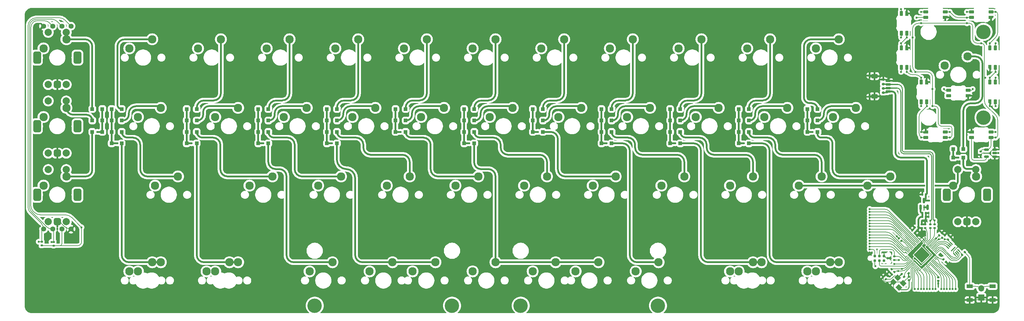
<source format=gbr>
%TF.GenerationSoftware,KiCad,Pcbnew,8.0.5*%
%TF.CreationDate,2024-11-01T20:21:53+01:00*%
%TF.ProjectId,eurovISOn,6575726f-7649-4534-9f6e-2e6b69636164,rev?*%
%TF.SameCoordinates,Original*%
%TF.FileFunction,Copper,L2,Bot*%
%TF.FilePolarity,Positive*%
%FSLAX46Y46*%
G04 Gerber Fmt 4.6, Leading zero omitted, Abs format (unit mm)*
G04 Created by KiCad (PCBNEW 8.0.5) date 2024-11-01 20:21:53*
%MOMM*%
%LPD*%
G01*
G04 APERTURE LIST*
G04 Aperture macros list*
%AMRoundRect*
0 Rectangle with rounded corners*
0 $1 Rounding radius*
0 $2 $3 $4 $5 $6 $7 $8 $9 X,Y pos of 4 corners*
0 Add a 4 corners polygon primitive as box body*
4,1,4,$2,$3,$4,$5,$6,$7,$8,$9,$2,$3,0*
0 Add four circle primitives for the rounded corners*
1,1,$1+$1,$2,$3*
1,1,$1+$1,$4,$5*
1,1,$1+$1,$6,$7*
1,1,$1+$1,$8,$9*
0 Add four rect primitives between the rounded corners*
20,1,$1+$1,$2,$3,$4,$5,0*
20,1,$1+$1,$4,$5,$6,$7,0*
20,1,$1+$1,$6,$7,$8,$9,0*
20,1,$1+$1,$8,$9,$2,$3,0*%
%AMRotRect*
0 Rectangle, with rotation*
0 The origin of the aperture is its center*
0 $1 length*
0 $2 width*
0 $3 Rotation angle, in degrees counterclockwise*
0 Add horizontal line*
21,1,$1,$2,0,0,$3*%
%AMFreePoly0*
4,1,18,-0.410000,0.593000,-0.403758,0.624380,-0.385983,0.650983,-0.359380,0.668758,-0.328000,0.675000,0.328000,0.675000,0.359380,0.668758,0.385983,0.650983,0.403758,0.624380,0.410000,0.593000,0.410000,-0.593000,0.403758,-0.624380,0.385983,-0.650983,0.359380,-0.668758,0.328000,-0.675000,0.000000,-0.675000,-0.410000,-0.265000,-0.410000,0.593000,-0.410000,0.593000,$1*%
G04 Aperture macros list end*
%TA.AperFunction,ComponentPad*%
%ADD10C,2.300000*%
%TD*%
%TA.AperFunction,ComponentPad*%
%ADD11C,1.397000*%
%TD*%
%TA.AperFunction,ComponentPad*%
%ADD12C,4.000000*%
%TD*%
%TA.AperFunction,ComponentPad*%
%ADD13C,2.000000*%
%TD*%
%TA.AperFunction,ComponentPad*%
%ADD14RoundRect,0.500000X0.500000X-0.500000X0.500000X0.500000X-0.500000X0.500000X-0.500000X-0.500000X0*%
%TD*%
%TA.AperFunction,ComponentPad*%
%ADD15RoundRect,0.550000X0.550000X-1.150000X0.550000X1.150000X-0.550000X1.150000X-0.550000X-1.150000X0*%
%TD*%
%TA.AperFunction,SMDPad,CuDef*%
%ADD16RoundRect,0.150000X0.150000X-0.587500X0.150000X0.587500X-0.150000X0.587500X-0.150000X-0.587500X0*%
%TD*%
%TA.AperFunction,SMDPad,CuDef*%
%ADD17RoundRect,0.250000X0.300000X0.300000X-0.300000X0.300000X-0.300000X-0.300000X0.300000X-0.300000X0*%
%TD*%
%TA.AperFunction,SMDPad,CuDef*%
%ADD18RoundRect,0.140000X-0.219203X-0.021213X-0.021213X-0.219203X0.219203X0.021213X0.021213X0.219203X0*%
%TD*%
%TA.AperFunction,SMDPad,CuDef*%
%ADD19RoundRect,0.082000X-0.328000X-0.593000X0.328000X-0.593000X0.328000X0.593000X-0.328000X0.593000X0*%
%TD*%
%TA.AperFunction,SMDPad,CuDef*%
%ADD20FreePoly0,0.000000*%
%TD*%
%TA.AperFunction,SMDPad,CuDef*%
%ADD21RoundRect,0.140000X0.219203X0.021213X0.021213X0.219203X-0.219203X-0.021213X-0.021213X-0.219203X0*%
%TD*%
%TA.AperFunction,SMDPad,CuDef*%
%ADD22RoundRect,0.082000X-0.593000X0.328000X-0.593000X-0.328000X0.593000X-0.328000X0.593000X0.328000X0*%
%TD*%
%TA.AperFunction,SMDPad,CuDef*%
%ADD23FreePoly0,270.000000*%
%TD*%
%TA.AperFunction,SMDPad,CuDef*%
%ADD24RoundRect,0.250000X-0.300000X-0.300000X0.300000X-0.300000X0.300000X0.300000X-0.300000X0.300000X0*%
%TD*%
%TA.AperFunction,SMDPad,CuDef*%
%ADD25RoundRect,0.082000X0.328000X0.593000X-0.328000X0.593000X-0.328000X-0.593000X0.328000X-0.593000X0*%
%TD*%
%TA.AperFunction,SMDPad,CuDef*%
%ADD26FreePoly0,180.000000*%
%TD*%
%TA.AperFunction,SMDPad,CuDef*%
%ADD27RoundRect,0.140000X-0.170000X0.140000X-0.170000X-0.140000X0.170000X-0.140000X0.170000X0.140000X0*%
%TD*%
%TA.AperFunction,ConnectorPad*%
%ADD28C,0.787400*%
%TD*%
%TA.AperFunction,SMDPad,CuDef*%
%ADD29RoundRect,0.135000X-0.185000X0.135000X-0.185000X-0.135000X0.185000X-0.135000X0.185000X0.135000X0*%
%TD*%
%TA.AperFunction,SMDPad,CuDef*%
%ADD30RoundRect,0.150000X0.625000X-0.150000X0.625000X0.150000X-0.625000X0.150000X-0.625000X-0.150000X0*%
%TD*%
%TA.AperFunction,SMDPad,CuDef*%
%ADD31RoundRect,0.250000X0.650000X-0.350000X0.650000X0.350000X-0.650000X0.350000X-0.650000X-0.350000X0*%
%TD*%
%TA.AperFunction,SMDPad,CuDef*%
%ADD32RoundRect,0.050000X0.309359X-0.238649X-0.238649X0.309359X-0.309359X0.238649X0.238649X-0.309359X0*%
%TD*%
%TA.AperFunction,SMDPad,CuDef*%
%ADD33RoundRect,0.050000X0.309359X0.238649X0.238649X0.309359X-0.309359X-0.238649X-0.238649X-0.309359X0*%
%TD*%
%TA.AperFunction,ComponentPad*%
%ADD34C,0.600000*%
%TD*%
%TA.AperFunction,SMDPad,CuDef*%
%ADD35RoundRect,0.144000X2.059095X0.000000X0.000000X2.059095X-2.059095X0.000000X0.000000X-2.059095X0*%
%TD*%
%TA.AperFunction,SMDPad,CuDef*%
%ADD36RoundRect,0.140000X0.170000X-0.140000X0.170000X0.140000X-0.170000X0.140000X-0.170000X-0.140000X0*%
%TD*%
%TA.AperFunction,SMDPad,CuDef*%
%ADD37RoundRect,0.082000X0.593000X-0.328000X0.593000X0.328000X-0.593000X0.328000X-0.593000X-0.328000X0*%
%TD*%
%TA.AperFunction,SMDPad,CuDef*%
%ADD38FreePoly0,90.000000*%
%TD*%
%TA.AperFunction,SMDPad,CuDef*%
%ADD39RoundRect,0.150000X0.512500X0.150000X-0.512500X0.150000X-0.512500X-0.150000X0.512500X-0.150000X0*%
%TD*%
%TA.AperFunction,SMDPad,CuDef*%
%ADD40RoundRect,0.140000X0.021213X-0.219203X0.219203X-0.021213X-0.021213X0.219203X-0.219203X0.021213X0*%
%TD*%
%TA.AperFunction,SMDPad,CuDef*%
%ADD41RoundRect,0.135000X0.185000X-0.135000X0.185000X0.135000X-0.185000X0.135000X-0.185000X-0.135000X0*%
%TD*%
%TA.AperFunction,SMDPad,CuDef*%
%ADD42RoundRect,0.140000X-0.140000X-0.170000X0.140000X-0.170000X0.140000X0.170000X-0.140000X0.170000X0*%
%TD*%
%TA.AperFunction,SMDPad,CuDef*%
%ADD43RotRect,1.400000X1.200000X315.000000*%
%TD*%
%TA.AperFunction,SMDPad,CuDef*%
%ADD44RoundRect,0.140000X0.140000X0.170000X-0.140000X0.170000X-0.140000X-0.170000X0.140000X-0.170000X0*%
%TD*%
%TA.AperFunction,SMDPad,CuDef*%
%ADD45RoundRect,0.135000X-0.226274X-0.035355X-0.035355X-0.226274X0.226274X0.035355X0.035355X0.226274X0*%
%TD*%
%TA.AperFunction,SMDPad,CuDef*%
%ADD46RotRect,0.900000X0.300000X135.000000*%
%TD*%
%TA.AperFunction,SMDPad,CuDef*%
%ADD47RotRect,1.650000X0.250000X45.000000*%
%TD*%
%TA.AperFunction,SMDPad,CuDef*%
%ADD48RoundRect,0.150000X0.275000X-0.150000X0.275000X0.150000X-0.275000X0.150000X-0.275000X-0.150000X0*%
%TD*%
%TA.AperFunction,SMDPad,CuDef*%
%ADD49RoundRect,0.175000X0.225000X-0.175000X0.225000X0.175000X-0.225000X0.175000X-0.225000X-0.175000X0*%
%TD*%
%TA.AperFunction,ComponentPad*%
%ADD50R,1.700000X1.700000*%
%TD*%
%TA.AperFunction,ComponentPad*%
%ADD51O,1.700000X1.700000*%
%TD*%
%TA.AperFunction,SMDPad,CuDef*%
%ADD52RoundRect,0.140000X-0.021213X0.219203X-0.219203X0.021213X0.021213X-0.219203X0.219203X-0.021213X0*%
%TD*%
%TA.AperFunction,SMDPad,CuDef*%
%ADD53RoundRect,0.135000X0.035355X-0.226274X0.226274X-0.035355X-0.035355X0.226274X-0.226274X0.035355X0*%
%TD*%
%TA.AperFunction,SMDPad,CuDef*%
%ADD54R,1.700000X1.000000*%
%TD*%
%TA.AperFunction,ViaPad*%
%ADD55C,0.600000*%
%TD*%
%TA.AperFunction,Conductor*%
%ADD56C,0.200000*%
%TD*%
%TA.AperFunction,Conductor*%
%ADD57C,0.500000*%
%TD*%
%TA.AperFunction,Conductor*%
%ADD58C,0.350000*%
%TD*%
%TA.AperFunction,Conductor*%
%ADD59C,0.250000*%
%TD*%
G04 APERTURE END LIST*
D10*
%TO.P,MX49,1,1*%
%TO.N,ROW3*%
X108902500Y-91122500D03*
%TO.P,MX49,2,2*%
%TO.N,Net-(D42-K)*%
X115252500Y-88582500D03*
%TD*%
%TO.P,MX3,1,1*%
%TO.N,ROW0*%
X61277500Y-29210000D03*
%TO.P,MX3,2,2*%
%TO.N,Net-(D3-K)*%
X67627500Y-26670000D03*
%TD*%
%TO.P,MX18,1,1*%
%TO.N,ROW1*%
X104140000Y-48260000D03*
%TO.P,MX18,2,2*%
%TO.N,Net-(D18-K)*%
X110490000Y-45720000D03*
%TD*%
%TO.P,MX43,1,1*%
%TO.N,ROW3*%
X154146250Y-91122500D03*
%TO.P,MX43,2,2*%
%TO.N,Net-(D43-K)*%
X160496250Y-88582500D03*
%TD*%
%TO.P,MX12,1,1*%
%TO.N,ROW0*%
X232727500Y-29210000D03*
%TO.P,MX12,2,2*%
%TO.N,Net-(D12-K)*%
X239077500Y-26670000D03*
%TD*%
%TO.P,MX33,1,1*%
%TO.N,ROW2*%
X170815000Y-67310000D03*
%TO.P,MX33,2,2*%
%TO.N,Net-(D33-K)*%
X177165000Y-64770000D03*
%TD*%
%TO.P,MX4,1,1*%
%TO.N,ROW0*%
X80327500Y-29210000D03*
%TO.P,MX4,2,2*%
%TO.N,Net-(D4-K)*%
X86677500Y-26670000D03*
%TD*%
D11*
%TO.P,OL2,1,SDA*%
%TO.N,SDA*%
X18415000Y-79375000D03*
%TO.P,OL2,2,SCL*%
%TO.N,SCL*%
X20955000Y-79375000D03*
%TO.P,OL2,3,VCC*%
%TO.N,+3V3*%
X23495000Y-79375000D03*
%TO.P,OL2,4,GND*%
%TO.N,GND*%
X26035000Y-79375000D03*
%TD*%
D10*
%TO.P,MX51,1,1*%
%TO.N,ROW3*%
X208915000Y-91122500D03*
%TO.P,MX51,2,2*%
%TO.N,Net-(D45-K)*%
X215265000Y-88582500D03*
%TD*%
%TO.P,MX24,1,1*%
%TO.N,ROW1*%
X218440000Y-48260000D03*
%TO.P,MX24,2,2*%
%TO.N,Net-(D24-K)*%
X224790000Y-45720000D03*
%TD*%
%TO.P,MX13,1,1*%
%TO.N,ROW0*%
X268446250Y-33972500D03*
%TO.P,MX13,2,2*%
%TO.N,Net-(D13-K)*%
X274796250Y-31432500D03*
%TD*%
D12*
%TO.P,S1,*%
%TO.N,*%
X279241250Y-24606250D03*
X279241250Y-48418750D03*
%TD*%
D10*
%TO.P,MX48,1,1*%
%TO.N,ROW3*%
X63658750Y-91122500D03*
%TO.P,MX48,2,2*%
%TO.N,Net-(D40-K)*%
X70008750Y-88582500D03*
%TD*%
%TO.P,MX27,1,1*%
%TO.N,ROW2*%
X49371250Y-67310000D03*
%TO.P,MX27,2,2*%
%TO.N,Net-(D27-K)*%
X55721250Y-64770000D03*
%TD*%
D13*
%TO.P,SW3,A,A*%
%TO.N,rA*%
X19725000Y-39250000D03*
%TO.P,SW3,B,B*%
%TO.N,rB*%
X24725000Y-39250000D03*
D14*
%TO.P,SW3,C,C*%
%TO.N,GND*%
X22225000Y-39250000D03*
D15*
%TO.P,SW3,MP*%
%TO.N,N/C*%
X16625000Y-31750000D03*
X27825000Y-31750000D03*
D13*
%TO.P,SW3,S1,S1*%
%TO.N,r1*%
X24725000Y-24750000D03*
%TO.P,SW3,S2,S2*%
%TO.N,ROW0*%
X19725000Y-24750000D03*
%TD*%
D10*
%TO.P,MX38,1,1*%
%TO.N,ROW2*%
X270827500Y-67310000D03*
%TO.P,MX38,2,2*%
%TO.N,r4*%
X277177500Y-64770000D03*
%TD*%
D13*
%TO.P,SW6,A,A*%
%TO.N,rE*%
X19725000Y-77350000D03*
%TO.P,SW6,B,B*%
%TO.N,rF*%
X24725000Y-77350000D03*
D14*
%TO.P,SW6,C,C*%
%TO.N,GND*%
X22225000Y-77350000D03*
D15*
%TO.P,SW6,MP*%
%TO.N,N/C*%
X16625000Y-69850000D03*
X27825000Y-69850000D03*
D13*
%TO.P,SW6,S1,S1*%
%TO.N,r3*%
X24725000Y-62850000D03*
%TO.P,SW6,S2,S2*%
%TO.N,ROW2*%
X19725000Y-62850000D03*
%TD*%
D10*
%TO.P,MX34,1,1*%
%TO.N,ROW2*%
X189865000Y-67310000D03*
%TO.P,MX34,2,2*%
%TO.N,Net-(D34-K)*%
X196215000Y-64770000D03*
%TD*%
%TO.P,MX14,1,1*%
%TO.N,ROW1*%
X18415000Y-48260000D03*
%TO.P,MX14,2,2*%
%TO.N,r2*%
X24765000Y-45720000D03*
%TD*%
%TO.P,MX2,1,1*%
%TO.N,ROW0*%
X42227500Y-29210000D03*
%TO.P,MX2,2,2*%
%TO.N,Net-(D2-K)*%
X48577500Y-26670000D03*
%TD*%
%TO.P,MX52,1,1*%
%TO.N,ROW3*%
X230346250Y-91122500D03*
%TO.P,MX52,2,2*%
%TO.N,Net-(D46-K)*%
X236696250Y-88582500D03*
%TD*%
D12*
%TO.P,S3,*%
%TO.N,*%
X188912500Y-100647500D03*
X150812500Y-100647500D03*
%TD*%
D10*
%TO.P,MX53,1,1*%
%TO.N,ROW3*%
X166052500Y-91122500D03*
%TO.P,MX53,2,2*%
%TO.N,Net-(D43-K)*%
X172402500Y-88582500D03*
%TD*%
%TO.P,MX23,1,1*%
%TO.N,ROW1*%
X199390000Y-48260000D03*
%TO.P,MX23,2,2*%
%TO.N,Net-(D23-K)*%
X205740000Y-45720000D03*
%TD*%
%TO.P,MX47,1,1*%
%TO.N,ROW3*%
X42227500Y-91122500D03*
%TO.P,MX47,2,2*%
%TO.N,Net-(D39-K)*%
X48577500Y-88582500D03*
%TD*%
%TO.P,MX31,1,1*%
%TO.N,ROW2*%
X132715000Y-67310000D03*
%TO.P,MX31,2,2*%
%TO.N,Net-(D31-K)*%
X139065000Y-64770000D03*
%TD*%
D13*
%TO.P,SW4,A,A*%
%TO.N,rC*%
X19725000Y-58300000D03*
%TO.P,SW4,B,B*%
%TO.N,rD*%
X24725000Y-58300000D03*
D14*
%TO.P,SW4,C,C*%
%TO.N,GND*%
X22225000Y-58300000D03*
D15*
%TO.P,SW4,MP*%
%TO.N,N/C*%
X16625000Y-50800000D03*
X27825000Y-50800000D03*
D13*
%TO.P,SW4,S1,S1*%
%TO.N,r2*%
X24725000Y-43800000D03*
%TO.P,SW4,S2,S2*%
%TO.N,ROW1*%
X19725000Y-43800000D03*
%TD*%
D10*
%TO.P,MX11,1,1*%
%TO.N,ROW0*%
X213677500Y-29210000D03*
%TO.P,MX11,2,2*%
%TO.N,Net-(D11-K)*%
X220027500Y-26670000D03*
%TD*%
%TO.P,MX40,1,1*%
%TO.N,ROW3*%
X66040000Y-91122500D03*
%TO.P,MX40,2,2*%
%TO.N,Net-(D40-K)*%
X72390000Y-88582500D03*
%TD*%
%TO.P,MX42,1,1*%
%TO.N,ROW3*%
X120808750Y-91122500D03*
%TO.P,MX42,2,2*%
%TO.N,Net-(D42-K)*%
X127158750Y-88582500D03*
%TD*%
%TO.P,MX50,1,1*%
%TO.N,ROW3*%
X137477500Y-91122500D03*
%TO.P,MX50,2,2*%
%TO.N,Net-(D43-K)*%
X143827500Y-88582500D03*
%TD*%
%TO.P,MX5,1,1*%
%TO.N,ROW0*%
X99377500Y-29210000D03*
%TO.P,MX5,2,2*%
%TO.N,Net-(D5-K)*%
X105727500Y-26670000D03*
%TD*%
%TO.P,MX17,1,1*%
%TO.N,ROW1*%
X85090000Y-48260000D03*
%TO.P,MX17,2,2*%
%TO.N,Net-(D17-K)*%
X91440000Y-45720000D03*
%TD*%
%TO.P,MX9,1,1*%
%TO.N,ROW0*%
X175577500Y-29210000D03*
%TO.P,MX9,2,2*%
%TO.N,Net-(D9-K)*%
X181927500Y-26670000D03*
%TD*%
%TO.P,MX16,1,1*%
%TO.N,ROW1*%
X66040000Y-48260000D03*
%TO.P,MX16,2,2*%
%TO.N,Net-(D16-K)*%
X72390000Y-45720000D03*
%TD*%
%TO.P,MX37,1,1*%
%TO.N,ROW2*%
X247015000Y-67310000D03*
%TO.P,MX37,2,2*%
%TO.N,Net-(D37-K)*%
X253365000Y-64770000D03*
%TD*%
%TO.P,MX25,1,1*%
%TO.N,ROW1*%
X237490000Y-48260000D03*
%TO.P,MX25,2,2*%
%TO.N,Net-(D25-K)*%
X243840000Y-45720000D03*
%TD*%
D12*
%TO.P,S2,*%
%TO.N,*%
X131762500Y-100647500D03*
X93662500Y-100647500D03*
%TD*%
D10*
%TO.P,MX28,1,1*%
%TO.N,ROW2*%
X75565000Y-67310000D03*
%TO.P,MX28,2,2*%
%TO.N,Net-(D28-K)*%
X81915000Y-64770000D03*
%TD*%
%TO.P,MX39,1,1*%
%TO.N,ROW3*%
X44608750Y-91122500D03*
%TO.P,MX39,2,2*%
%TO.N,Net-(D39-K)*%
X50958750Y-88582500D03*
%TD*%
%TO.P,MX26,1,1*%
%TO.N,ROW2*%
X18415000Y-67310000D03*
%TO.P,MX26,2,2*%
%TO.N,r3*%
X24765000Y-64770000D03*
%TD*%
D11*
%TO.P,OL1,1,SDA*%
%TO.N,SDA*%
X26035000Y-23018750D03*
%TO.P,OL1,2,SCL*%
%TO.N,SCL*%
X23495000Y-23018750D03*
%TO.P,OL1,3,VCC*%
%TO.N,+3V3*%
X20955000Y-23018750D03*
%TO.P,OL1,4,GND*%
%TO.N,GND*%
X18415000Y-23018750D03*
%TD*%
D12*
%TO.P,S4,*%
%TO.N,*%
X188912500Y-100647500D03*
X93662500Y-100647500D03*
%TD*%
D10*
%TO.P,MX22,1,1*%
%TO.N,ROW1*%
X180340000Y-48260000D03*
%TO.P,MX22,2,2*%
%TO.N,Net-(D22-K)*%
X186690000Y-45720000D03*
%TD*%
%TO.P,MX36,1,1*%
%TO.N,ROW2*%
X227965000Y-67310000D03*
%TO.P,MX36,2,2*%
%TO.N,Net-(D36-K)*%
X234315000Y-64770000D03*
%TD*%
%TO.P,MX8,1,1*%
%TO.N,ROW0*%
X156527500Y-29210000D03*
%TO.P,MX8,2,2*%
%TO.N,Net-(D8-K)*%
X162877500Y-26670000D03*
%TD*%
%TO.P,MX10,1,1*%
%TO.N,ROW0*%
X194627500Y-29210000D03*
%TO.P,MX10,2,2*%
%TO.N,Net-(D10-K)*%
X200977500Y-26670000D03*
%TD*%
%TO.P,MX44,1,1*%
%TO.N,ROW3*%
X182721250Y-91122500D03*
%TO.P,MX44,2,2*%
%TO.N,Net-(D44-K)*%
X189071250Y-88582500D03*
%TD*%
%TO.P,MX32,1,1*%
%TO.N,ROW2*%
X151765000Y-67310000D03*
%TO.P,MX32,2,2*%
%TO.N,Net-(D32-K)*%
X158115000Y-64770000D03*
%TD*%
%TO.P,MX45,1,1*%
%TO.N,ROW3*%
X211296250Y-91122500D03*
%TO.P,MX45,2,2*%
%TO.N,Net-(D45-K)*%
X217646250Y-88582500D03*
%TD*%
%TO.P,MX41,1,1*%
%TO.N,ROW3*%
X92233750Y-91122500D03*
%TO.P,MX41,2,2*%
%TO.N,Net-(D41-K)*%
X98583750Y-88582500D03*
%TD*%
%TO.P,MX46,1,1*%
%TO.N,ROW3*%
X232727500Y-91122500D03*
%TO.P,MX46,2,2*%
%TO.N,Net-(D46-K)*%
X239077500Y-88582500D03*
%TD*%
%TO.P,MX35,1,1*%
%TO.N,ROW2*%
X208915000Y-67310000D03*
%TO.P,MX35,2,2*%
%TO.N,Net-(D35-K)*%
X215265000Y-64770000D03*
%TD*%
%TO.P,MX21,1,1*%
%TO.N,ROW1*%
X161290000Y-48260000D03*
%TO.P,MX21,2,2*%
%TO.N,Net-(D21-K)*%
X167640000Y-45720000D03*
%TD*%
%TO.P,MX20,1,1*%
%TO.N,ROW1*%
X142240000Y-48260000D03*
%TO.P,MX20,2,2*%
%TO.N,Net-(D20-K)*%
X148590000Y-45720000D03*
%TD*%
%TO.P,MX15,1,1*%
%TO.N,ROW1*%
X44608750Y-48260000D03*
%TO.P,MX15,2,2*%
%TO.N,Net-(D15-K)*%
X50958750Y-45720000D03*
%TD*%
%TO.P,MX29,1,1*%
%TO.N,ROW2*%
X94615000Y-67310000D03*
%TO.P,MX29,2,2*%
%TO.N,Net-(D29-K)*%
X100965000Y-64770000D03*
%TD*%
%TO.P,MX30,1,1*%
%TO.N,ROW2*%
X113665000Y-67310000D03*
%TO.P,MX30,2,2*%
%TO.N,Net-(D30-K)*%
X120015000Y-64770000D03*
%TD*%
%TO.P,MX1,1,1*%
%TO.N,ROW0*%
X18415000Y-29210000D03*
%TO.P,MX1,2,2*%
%TO.N,r1*%
X24765000Y-26670000D03*
%TD*%
D13*
%TO.P,SW5,A,A*%
%TO.N,rG*%
X272137500Y-77350000D03*
%TO.P,SW5,B,B*%
%TO.N,rH*%
X277137500Y-77350000D03*
D14*
%TO.P,SW5,C,C*%
%TO.N,GND*%
X274637500Y-77350000D03*
D15*
%TO.P,SW5,MP*%
%TO.N,N/C*%
X269037500Y-69850000D03*
X280237500Y-69850000D03*
D13*
%TO.P,SW5,S1,S1*%
%TO.N,r4*%
X277137500Y-62850000D03*
%TO.P,SW5,S2,S2*%
%TO.N,ROW2*%
X272137500Y-62850000D03*
%TD*%
D10*
%TO.P,MX19,1,1*%
%TO.N,ROW1*%
X123190000Y-48260000D03*
%TO.P,MX19,2,2*%
%TO.N,Net-(D19-K)*%
X129540000Y-45720000D03*
%TD*%
%TO.P,MX6,1,1*%
%TO.N,ROW0*%
X118427500Y-29210000D03*
%TO.P,MX6,2,2*%
%TO.N,Net-(D6-K)*%
X124777500Y-26670000D03*
%TD*%
%TO.P,MX7,1,1*%
%TO.N,ROW0*%
X137477500Y-29210000D03*
%TO.P,MX7,2,2*%
%TO.N,Net-(D7-K)*%
X143827500Y-26670000D03*
%TD*%
D16*
%TO.P,U4,1,GND*%
%TO.N,GND*%
X263681250Y-73312500D03*
%TO.P,U4,2,VO*%
%TO.N,+3V3*%
X261781250Y-73312500D03*
%TO.P,U4,3,VI*%
%TO.N,+5V*%
X262731250Y-71437500D03*
%TD*%
D17*
%TO.P,D3,1,K*%
%TO.N,Net-(D3-K)*%
X60931250Y-46037500D03*
%TO.P,D3,2,A*%
%TO.N,COL2*%
X58131250Y-46037500D03*
%TD*%
D18*
%TO.P,C3,1*%
%TO.N,GND*%
X251460141Y-92668543D03*
%TO.P,C3,2*%
%TO.N,/XTAL_O*%
X252138963Y-93347365D03*
%TD*%
D19*
%TO.P,LED2,1,VDD*%
%TO.N,+5V*%
X282531250Y-38550000D03*
%TO.P,LED2,2,DOUT*%
%TO.N,Net-(LED2-DOUT)*%
X281031250Y-38550000D03*
%TO.P,LED2,3,DIN*%
%TO.N,Net-(LED1-DOUT)*%
X282531250Y-44000000D03*
D20*
%TO.P,LED2,4,VSS*%
%TO.N,GND*%
X281031250Y-44000000D03*
%TD*%
D17*
%TO.P,D40,1,K*%
%TO.N,Net-(D40-K)*%
X60931250Y-55562500D03*
%TO.P,D40,2,A*%
%TO.N,COL2*%
X58131250Y-55562500D03*
%TD*%
D21*
%TO.P,C9,1*%
%TO.N,+3V3*%
X260853629Y-79683280D03*
%TO.P,C9,2*%
%TO.N,GND*%
X260174807Y-79004458D03*
%TD*%
D22*
%TO.P,LED1,1,VDD*%
%TO.N,+5V*%
X281331250Y-53931250D03*
%TO.P,LED1,2,DOUT*%
%TO.N,Net-(LED1-DOUT)*%
X281331250Y-52431250D03*
%TO.P,LED1,3,DIN*%
%TO.N,indicators*%
X275881250Y-53931250D03*
D23*
%TO.P,LED1,4,VSS*%
%TO.N,GND*%
X275881250Y-52431250D03*
%TD*%
D17*
%TO.P,D33,1,K*%
%TO.N,Net-(D33-K)*%
X156975000Y-52387500D03*
%TO.P,D33,2,A*%
%TO.N,COL7*%
X154175000Y-52387500D03*
%TD*%
D24*
%TO.P,D14,1,K*%
%TO.N,r2*%
X31937500Y-49212500D03*
%TO.P,D14,2,A*%
%TO.N,COL0*%
X34737500Y-49212500D03*
%TD*%
%TO.P,D26,1,K*%
%TO.N,r3*%
X31937500Y-52387500D03*
%TO.P,D26,2,A*%
%TO.N,COL0*%
X34737500Y-52387500D03*
%TD*%
D25*
%TO.P,LED7,1,VDD*%
%TO.N,+5V*%
X256425000Y-34475000D03*
%TO.P,LED7,2,DOUT*%
%TO.N,Net-(LED7-DOUT)*%
X257925000Y-34475000D03*
%TO.P,LED7,3,DIN*%
%TO.N,Net-(LED6-DOUT)*%
X256425000Y-29025000D03*
D26*
%TO.P,LED7,4,VSS*%
%TO.N,GND*%
X257925000Y-29025000D03*
%TD*%
D27*
%TO.P,C2,1*%
%TO.N,GND*%
X258514600Y-92592144D03*
%TO.P,C2,2*%
%TO.N,XTAL_IN*%
X258514600Y-93552144D03*
%TD*%
D17*
%TO.P,D24,1,K*%
%TO.N,Net-(D24-K)*%
X214125000Y-49212500D03*
%TO.P,D24,2,A*%
%TO.N,COL10*%
X211325000Y-49212500D03*
%TD*%
%TO.P,D42,1,K*%
%TO.N,Net-(D42-K)*%
X99825000Y-55562500D03*
%TO.P,D42,2,A*%
%TO.N,COL4*%
X97025000Y-55562500D03*
%TD*%
D27*
%TO.P,C11,1*%
%TO.N,+3V3*%
X266700000Y-92788750D03*
%TO.P,C11,2*%
%TO.N,GND*%
X266700000Y-93748750D03*
%TD*%
D17*
%TO.P,D23,1,K*%
%TO.N,Net-(D23-K)*%
X195075000Y-49212500D03*
%TO.P,D23,2,A*%
%TO.N,COL9*%
X192275000Y-49212500D03*
%TD*%
%TO.P,D28,1,K*%
%TO.N,Net-(D28-K)*%
X60931250Y-52387500D03*
%TO.P,D28,2,A*%
%TO.N,COL2*%
X58131250Y-52387500D03*
%TD*%
%TO.P,D6,1,K*%
%TO.N,Net-(D6-K)*%
X118875000Y-46037500D03*
%TO.P,D6,2,A*%
%TO.N,COL5*%
X116075000Y-46037500D03*
%TD*%
D19*
%TO.P,LED3,1,VDD*%
%TO.N,+5V*%
X282531250Y-29025000D03*
%TO.P,LED3,2,DOUT*%
%TO.N,Net-(LED3-DOUT)*%
X281031250Y-29025000D03*
%TO.P,LED3,3,DIN*%
%TO.N,Net-(LED2-DOUT)*%
X282531250Y-34475000D03*
D20*
%TO.P,LED3,4,VSS*%
%TO.N,GND*%
X281031250Y-34475000D03*
%TD*%
D28*
%TO.P,J5,1,VCC*%
%TO.N,+3V3*%
X249078750Y-86836250D03*
%TO.P,J5,2,SWDIO*%
%TO.N,SWD*%
X249078750Y-88106250D03*
%TO.P,J5,3,~{RST}*%
%TO.N,~{RESET}*%
X250348750Y-86836250D03*
%TO.P,J5,4,SWCLK*%
%TO.N,SWCLK*%
X250348750Y-88106250D03*
%TO.P,J5,5,GND*%
%TO.N,GND*%
X251618750Y-86836250D03*
%TO.P,J5,6,SWO*%
%TO.N,unconnected-(J5-SWO-Pad6)*%
X251618750Y-88106250D03*
%TD*%
D29*
%TO.P,R5,1*%
%TO.N,D_N*%
X264475000Y-78071250D03*
%TO.P,R5,2*%
%TO.N,/D_-*%
X264475000Y-79091250D03*
%TD*%
D17*
%TO.P,D4,1,K*%
%TO.N,Net-(D4-K)*%
X80775000Y-46037500D03*
%TO.P,D4,2,A*%
%TO.N,COL3*%
X77975000Y-46037500D03*
%TD*%
%TO.P,D7,1,K*%
%TO.N,Net-(D7-K)*%
X137925000Y-46037500D03*
%TO.P,D7,2,A*%
%TO.N,COL6*%
X135125000Y-46037500D03*
%TD*%
%TO.P,D10,1,K*%
%TO.N,Net-(D10-K)*%
X195075000Y-46037500D03*
%TO.P,D10,2,A*%
%TO.N,COL9*%
X192275000Y-46037500D03*
%TD*%
%TO.P,D9,1,K*%
%TO.N,Net-(D9-K)*%
X176025000Y-46037500D03*
%TO.P,D9,2,A*%
%TO.N,COL8*%
X173225000Y-46037500D03*
%TD*%
D22*
%TO.P,LED9,1,VDD*%
%TO.N,+5V*%
X268631250Y-53931250D03*
%TO.P,LED9,2,DOUT*%
%TO.N,Net-(LED10-DIN)*%
X268631250Y-52431250D03*
%TO.P,LED9,3,DIN*%
%TO.N,Net-(LED8-DOUT)*%
X263181250Y-53931250D03*
D23*
%TO.P,LED9,4,VSS*%
%TO.N,GND*%
X263181250Y-52431250D03*
%TD*%
D17*
%TO.P,D25,1,K*%
%TO.N,Net-(D25-K)*%
X233175000Y-49212500D03*
%TO.P,D25,2,A*%
%TO.N,COL11*%
X230375000Y-49212500D03*
%TD*%
%TO.P,D22,1,K*%
%TO.N,Net-(D22-K)*%
X176025000Y-49212500D03*
%TO.P,D22,2,A*%
%TO.N,COL8*%
X173225000Y-49212500D03*
%TD*%
D30*
%TO.P,J2,1,Pin_1*%
%TO.N,+5V*%
X252825000Y-41187500D03*
%TO.P,J2,2,Pin_2*%
%TO.N,D_N*%
X252825000Y-40187500D03*
%TO.P,J2,3,Pin_3*%
%TO.N,D_P*%
X252825000Y-39187500D03*
%TO.P,J2,4,Pin_4*%
%TO.N,GND*%
X252825000Y-38187500D03*
D31*
%TO.P,J2,MP,MountPin*%
X248950000Y-42487500D03*
X248950000Y-36887500D03*
%TD*%
D32*
%TO.P,U3,1,IOVDD*%
%TO.N,+3V3*%
X266362907Y-87110952D03*
%TO.P,U3,2,GPIO0*%
%TO.N,RGB MCU*%
X266080064Y-87393795D03*
%TO.P,U3,3,GPIO1*%
%TO.N,/GPIO1*%
X265797222Y-87676637D03*
%TO.P,U3,4,GPIO2*%
%TO.N,rH*%
X265514379Y-87959480D03*
%TO.P,U3,5,GPIO3*%
%TO.N,rG*%
X265231536Y-88242323D03*
%TO.P,U3,6,GPIO4*%
%TO.N,COL12*%
X264948694Y-88525165D03*
%TO.P,U3,7,GPIO5*%
%TO.N,ROW0*%
X264665851Y-88808008D03*
%TO.P,U3,8,GPIO6*%
%TO.N,ROW3*%
X264383008Y-89090851D03*
%TO.P,U3,9,GPIO7*%
%TO.N,/GPIO7*%
X264100165Y-89373694D03*
%TO.P,U3,10,IOVDD*%
%TO.N,+3V3*%
X263817323Y-89656536D03*
%TO.P,U3,11,GPIO8*%
%TO.N,SDA*%
X263534480Y-89939379D03*
%TO.P,U3,12,GPIO9*%
%TO.N,SCL*%
X263251637Y-90222222D03*
%TO.P,U3,13,GPIO10*%
%TO.N,rA*%
X262968795Y-90505064D03*
%TO.P,U3,14,GPIO11*%
%TO.N,rB*%
X262685952Y-90787907D03*
D33*
%TO.P,U3,15,GPIO12*%
%TO.N,rC*%
X261501548Y-90787907D03*
%TO.P,U3,16,GPIO13*%
%TO.N,rD*%
X261218705Y-90505064D03*
%TO.P,U3,17,GPIO14*%
%TO.N,rF*%
X260935863Y-90222222D03*
%TO.P,U3,18,GPIO15*%
%TO.N,rE*%
X260653020Y-89939379D03*
%TO.P,U3,19,TESTEN*%
%TO.N,GND*%
X260370177Y-89656536D03*
%TO.P,U3,20,XTAL_IN*%
%TO.N,XTAL_IN*%
X260087335Y-89373694D03*
%TO.P,U3,21,XTAL_OUT*%
%TO.N,XTAL_OUT*%
X259804492Y-89090851D03*
%TO.P,U3,22,IOVDD*%
%TO.N,+3V3*%
X259521649Y-88808008D03*
%TO.P,U3,23,DVDD*%
%TO.N,+1V1*%
X259238806Y-88525165D03*
%TO.P,U3,24,SWCLK*%
%TO.N,SWCLK*%
X258955964Y-88242323D03*
%TO.P,U3,25,SWDIO*%
%TO.N,SWD*%
X258673121Y-87959480D03*
%TO.P,U3,26,~{RUN}*%
%TO.N,~{RESET}*%
X258390278Y-87676637D03*
%TO.P,U3,27,GPIO16*%
%TO.N,ROW2*%
X258107436Y-87393795D03*
%TO.P,U3,28,GPIO17*%
%TO.N,COL0*%
X257824593Y-87110952D03*
D32*
%TO.P,U3,29,GPIO18*%
%TO.N,COL1*%
X257824593Y-85926548D03*
%TO.P,U3,30,GPIO19*%
%TO.N,COL2*%
X258107436Y-85643705D03*
%TO.P,U3,31,GPIO20*%
%TO.N,COL3*%
X258390278Y-85360863D03*
%TO.P,U3,32,GPIO21*%
%TO.N,COL4*%
X258673121Y-85078020D03*
%TO.P,U3,33,IOVDD*%
%TO.N,+3V3*%
X258955964Y-84795177D03*
%TO.P,U3,34,GPIO22*%
%TO.N,COL5*%
X259238806Y-84512335D03*
%TO.P,U3,35,GPIO23*%
%TO.N,COL6*%
X259521649Y-84229492D03*
%TO.P,U3,36,GPIO24*%
%TO.N,COL7*%
X259804492Y-83946649D03*
%TO.P,U3,37,GPIO25*%
%TO.N,COL8*%
X260087335Y-83663806D03*
%TO.P,U3,38,GPIO26/ADC0*%
%TO.N,COL9*%
X260370177Y-83380964D03*
%TO.P,U3,39,GPIO27/ADC1*%
%TO.N,COL10*%
X260653020Y-83098121D03*
%TO.P,U3,40,GPIO28/ADC2*%
%TO.N,COL11*%
X260935863Y-82815278D03*
%TO.P,U3,41,GPIO29/ADC3*%
%TO.N,ROW1*%
X261218705Y-82532436D03*
%TO.P,U3,42,IOVDD*%
%TO.N,+3V3*%
X261501548Y-82249593D03*
D33*
%TO.P,U3,43,ADC_AVDD*%
X262685952Y-82249593D03*
%TO.P,U3,44,VREG_VIN*%
X262968795Y-82532436D03*
%TO.P,U3,45,VREG_VOUT*%
%TO.N,+1V1*%
X263251637Y-82815278D03*
%TO.P,U3,46,D-*%
%TO.N,/D_-*%
X263534480Y-83098121D03*
%TO.P,U3,47,D+*%
%TO.N,/D_+*%
X263817323Y-83380964D03*
%TO.P,U3,48,USB_VDD*%
%TO.N,+3V3*%
X264100165Y-83663806D03*
%TO.P,U3,49,IOVDD*%
X264383008Y-83946649D03*
%TO.P,U3,50,DVDD*%
%TO.N,+1V1*%
X264665851Y-84229492D03*
%TO.P,U3,51,QSPI_SD3*%
%TO.N,SD3*%
X264948694Y-84512335D03*
%TO.P,U3,52,QSPI_SCLK*%
%TO.N,QSPI_CLK*%
X265231536Y-84795177D03*
%TO.P,U3,53,QSPI_SD0*%
%TO.N,SD0*%
X265514379Y-85078020D03*
%TO.P,U3,54,QSPI_SD2*%
%TO.N,SD2*%
X265797222Y-85360863D03*
%TO.P,U3,55,QSPI_SD1*%
%TO.N,SD1*%
X266080064Y-85643705D03*
%TO.P,U3,56,QSPI_SS_N*%
%TO.N,CS*%
X266362907Y-85926548D03*
D34*
%TO.P,U3,57,GND*%
%TO.N,GND*%
X262093750Y-88321872D03*
X262995311Y-87420311D03*
X263896872Y-86518750D03*
X261192189Y-87420311D03*
X262093750Y-86518750D03*
D35*
X262093750Y-86518750D03*
D34*
X262995311Y-85617189D03*
X260290628Y-86518750D03*
X261192189Y-85617189D03*
X262093750Y-84715628D03*
%TD*%
D17*
%TO.P,D31,1,K*%
%TO.N,Net-(D31-K)*%
X118875000Y-52387500D03*
%TO.P,D31,2,A*%
%TO.N,COL5*%
X116075000Y-52387500D03*
%TD*%
%TO.P,D12,1,K*%
%TO.N,Net-(D12-K)*%
X233175000Y-46037500D03*
%TO.P,D12,2,A*%
%TO.N,COL11*%
X230375000Y-46037500D03*
%TD*%
D36*
%TO.P,C8,1*%
%TO.N,+3V3*%
X262093750Y-79061250D03*
%TO.P,C8,2*%
%TO.N,GND*%
X262093750Y-78101250D03*
%TD*%
%TO.P,C1,1*%
%TO.N,GND*%
X278473876Y-58774739D03*
%TO.P,C1,2*%
%TO.N,+5V*%
X278473876Y-57814739D03*
%TD*%
D37*
%TO.P,LED10,1,VDD*%
%TO.N,+5V*%
X269531250Y-40850000D03*
%TO.P,LED10,2,DOUT*%
%TO.N,unconnected-(LED10-DOUT-Pad2)*%
X269531250Y-42350000D03*
%TO.P,LED10,3,DIN*%
%TO.N,Net-(LED10-DIN)*%
X274981250Y-40850000D03*
D38*
%TO.P,LED10,4,VSS*%
%TO.N,GND*%
X274981250Y-42350000D03*
%TD*%
D39*
%TO.P,U1,1*%
%TO.N,GND*%
X282336376Y-57344739D03*
%TO.P,U1,2*%
%TO.N,RGB MCU*%
X282336376Y-58294739D03*
%TO.P,U1,3,GND*%
%TO.N,GND*%
X282336376Y-59244739D03*
%TO.P,U1,4*%
%TO.N,indicators*%
X280061376Y-59244739D03*
%TO.P,U1,5,VCC*%
%TO.N,+5V*%
X280061376Y-57344739D03*
%TD*%
D40*
%TO.P,C18,1*%
%TO.N,+3V3*%
X269409646Y-82283577D03*
%TO.P,C18,2*%
%TO.N,GND*%
X270088468Y-81604755D03*
%TD*%
D21*
%TO.P,C10,1*%
%TO.N,+3V3*%
X260146324Y-80447636D03*
%TO.P,C10,2*%
%TO.N,GND*%
X259467502Y-79768814D03*
%TD*%
D37*
%TO.P,LED5,1,VDD*%
%TO.N,+5V*%
X263181250Y-19093750D03*
%TO.P,LED5,2,DOUT*%
%TO.N,Net-(LED5-DOUT)*%
X263181250Y-20593750D03*
%TO.P,LED5,3,DIN*%
%TO.N,Net-(LED4-DOUT)*%
X268631250Y-19093750D03*
D38*
%TO.P,LED5,4,VSS*%
%TO.N,GND*%
X268631250Y-20593750D03*
%TD*%
D41*
%TO.P,R1,1*%
%TO.N,+3V3*%
X254493750Y-87981250D03*
%TO.P,R1,2*%
%TO.N,~{RESET}*%
X254493750Y-86961250D03*
%TD*%
D17*
%TO.P,D29,1,K*%
%TO.N,Net-(D29-K)*%
X80775000Y-52387500D03*
%TO.P,D29,2,A*%
%TO.N,COL3*%
X77975000Y-52387500D03*
%TD*%
D42*
%TO.P,C16,1*%
%TO.N,GND*%
X262251250Y-69800000D03*
%TO.P,C16,2*%
%TO.N,+5V*%
X263211250Y-69800000D03*
%TD*%
D43*
%TO.P,Y1,1,1*%
%TO.N,/XTAL_O*%
X255408364Y-92877185D03*
%TO.P,Y1,2,2*%
%TO.N,GND*%
X256963999Y-94432820D03*
%TO.P,Y1,3,3*%
%TO.N,XTAL_IN*%
X255761918Y-95634901D03*
%TO.P,Y1,4,4*%
%TO.N,GND*%
X254206283Y-94079266D03*
%TD*%
D42*
%TO.P,C7,1*%
%TO.N,+3V3*%
X262251250Y-74950000D03*
%TO.P,C7,2*%
%TO.N,GND*%
X263211250Y-74950000D03*
%TD*%
D40*
%TO.P,C15,1*%
%TO.N,+3V3*%
X266971082Y-81108955D03*
%TO.P,C15,2*%
%TO.N,GND*%
X267649904Y-80430133D03*
%TD*%
D17*
%TO.P,D18,1,K*%
%TO.N,Net-(D18-K)*%
X99825000Y-49212500D03*
%TO.P,D18,2,A*%
%TO.N,COL4*%
X97025000Y-49212500D03*
%TD*%
D44*
%TO.P,C17,1*%
%TO.N,GND*%
X263211250Y-75943750D03*
%TO.P,C17,2*%
%TO.N,+3V3*%
X262251250Y-75943750D03*
%TD*%
D17*
%TO.P,D39,1,K*%
%TO.N,Net-(D39-K)*%
X40106250Y-55562500D03*
%TO.P,D39,2,A*%
%TO.N,COL1*%
X37306250Y-55562500D03*
%TD*%
D45*
%TO.P,R6,1*%
%TO.N,/XTAL_O*%
X256492578Y-91898451D03*
%TO.P,R6,2*%
%TO.N,XTAL_OUT*%
X257213826Y-92619699D03*
%TD*%
D29*
%TO.P,R4,1*%
%TO.N,D_P*%
X265662500Y-78071250D03*
%TO.P,R4,2*%
%TO.N,/D_+*%
X265662500Y-79091250D03*
%TD*%
D17*
%TO.P,D8,1,K*%
%TO.N,Net-(D8-K)*%
X156975000Y-46037500D03*
%TO.P,D8,2,A*%
%TO.N,COL7*%
X154175000Y-46037500D03*
%TD*%
%TO.P,D16,1,K*%
%TO.N,Net-(D16-K)*%
X60931250Y-49212500D03*
%TO.P,D16,2,A*%
%TO.N,COL2*%
X58131250Y-49212500D03*
%TD*%
D46*
%TO.P,IC1,1,~{CS}*%
%TO.N,CS*%
X272345280Y-85390869D03*
%TO.P,IC1,2,DO_IO1*%
%TO.N,SD1*%
X271991726Y-85744423D03*
%TO.P,IC1,3,~{WP_IO2}*%
%TO.N,SD2*%
X271638173Y-86097976D03*
%TO.P,IC1,4,GND*%
%TO.N,GND*%
X271284619Y-86451530D03*
%TO.P,IC1,5,DI_IO0*%
%TO.N,SD0*%
X269304720Y-84471631D03*
%TO.P,IC1,6,CLK*%
%TO.N,QSPI_CLK*%
X269658274Y-84118077D03*
%TO.P,IC1,7,~{RESET_IO3}*%
%TO.N,SD3*%
X270011827Y-83764524D03*
%TO.P,IC1,8,VCC*%
%TO.N,+3V3*%
X270365381Y-83410970D03*
D47*
%TO.P,IC1,9,EP*%
%TO.N,unconnected-(IC1-EP-Pad9)*%
X270825000Y-84931250D03*
%TD*%
D17*
%TO.P,D35,1,K*%
%TO.N,Net-(D35-K)*%
X195075000Y-52387500D03*
%TO.P,D35,2,A*%
%TO.N,COL9*%
X192275000Y-52387500D03*
%TD*%
D48*
%TO.P,J3,1,Pin_1*%
%TO.N,+5V*%
X251425000Y-41487500D03*
%TO.P,J3,2,Pin_2*%
%TO.N,D_N*%
X251425000Y-40287500D03*
%TO.P,J3,3,Pin_3*%
%TO.N,D_P*%
X251425000Y-39087500D03*
%TO.P,J3,4,Pin_4*%
%TO.N,GND*%
X251425000Y-37887500D03*
D49*
%TO.P,J3,MP,MountPin*%
X247650000Y-42637500D03*
X247650000Y-36737500D03*
%TD*%
D17*
%TO.P,D46,1,K*%
%TO.N,Net-(D46-K)*%
X214125000Y-55562500D03*
%TO.P,D46,2,A*%
%TO.N,COL10*%
X211325000Y-55562500D03*
%TD*%
D24*
%TO.P,D1,1,K*%
%TO.N,r1*%
X31937500Y-46037500D03*
%TO.P,D1,2,A*%
%TO.N,COL0*%
X34737500Y-46037500D03*
%TD*%
D18*
%TO.P,C13,1*%
%TO.N,+3V3*%
X268104339Y-87766839D03*
%TO.P,C13,2*%
%TO.N,GND*%
X268783161Y-88445661D03*
%TD*%
D17*
%TO.P,D2,1,K*%
%TO.N,Net-(D2-K)*%
X40106250Y-46037500D03*
%TO.P,D2,2,A*%
%TO.N,COL1*%
X37306250Y-46037500D03*
%TD*%
%TO.P,D37,1,K*%
%TO.N,Net-(D37-K)*%
X233175000Y-52387500D03*
%TO.P,D37,2,A*%
%TO.N,COL11*%
X230375000Y-52387500D03*
%TD*%
%TO.P,D13,1,K*%
%TO.N,Net-(D13-K)*%
X273656250Y-57150000D03*
%TO.P,D13,2,A*%
%TO.N,COL12*%
X270856250Y-57150000D03*
%TD*%
%TO.P,D15,1,K*%
%TO.N,Net-(D15-K)*%
X40106250Y-49212500D03*
%TO.P,D15,2,A*%
%TO.N,COL1*%
X37306250Y-49212500D03*
%TD*%
%TO.P,D43,1,K*%
%TO.N,Net-(D43-K)*%
X137925000Y-55562500D03*
%TO.P,D43,2,A*%
%TO.N,COL6*%
X135125000Y-55562500D03*
%TD*%
D50*
%TO.P,SW2,1,1*%
%TO.N,GND*%
X278606250Y-98425000D03*
D51*
%TO.P,SW2,2,2*%
%TO.N,/~{USB_BOOT}*%
X278606250Y-95885000D03*
%TD*%
D52*
%TO.P,C6,1*%
%TO.N,+1V1*%
X253754001Y-90521133D03*
%TO.P,C6,2*%
%TO.N,GND*%
X253075179Y-91199955D03*
%TD*%
D29*
%TO.P,R8,1*%
%TO.N,SDA*%
X17893094Y-82909862D03*
%TO.P,R8,2*%
%TO.N,+3V3*%
X17893094Y-83929862D03*
%TD*%
D17*
%TO.P,D41,1,K*%
%TO.N,Net-(D41-K)*%
X80775000Y-55562500D03*
%TO.P,D41,2,A*%
%TO.N,COL3*%
X77975000Y-55562500D03*
%TD*%
%TO.P,D45,1,K*%
%TO.N,Net-(D45-K)*%
X195075000Y-55562500D03*
%TO.P,D45,2,A*%
%TO.N,COL9*%
X192275000Y-55562500D03*
%TD*%
D37*
%TO.P,LED4,1,VDD*%
%TO.N,+5V*%
X275881250Y-19093750D03*
%TO.P,LED4,2,DOUT*%
%TO.N,Net-(LED4-DOUT)*%
X275881250Y-20593750D03*
%TO.P,LED4,3,DIN*%
%TO.N,Net-(LED3-DOUT)*%
X281331250Y-19093750D03*
D38*
%TO.P,LED4,4,VSS*%
%TO.N,GND*%
X281331250Y-20593750D03*
%TD*%
D17*
%TO.P,D17,1,K*%
%TO.N,Net-(D17-K)*%
X80775000Y-49212500D03*
%TO.P,D17,2,A*%
%TO.N,COL3*%
X77975000Y-49212500D03*
%TD*%
%TO.P,D38,1,K*%
%TO.N,r4*%
X273656250Y-59531250D03*
%TO.P,D38,2,A*%
%TO.N,COL12*%
X270856250Y-59531250D03*
%TD*%
%TO.P,D20,1,K*%
%TO.N,Net-(D20-K)*%
X137925000Y-49212500D03*
%TO.P,D20,2,A*%
%TO.N,COL6*%
X135125000Y-49212500D03*
%TD*%
%TO.P,D34,1,K*%
%TO.N,Net-(D34-K)*%
X176025000Y-52387500D03*
%TO.P,D34,2,A*%
%TO.N,COL8*%
X173225000Y-52387500D03*
%TD*%
%TO.P,D21,1,K*%
%TO.N,Net-(D21-K)*%
X156975000Y-49212500D03*
%TO.P,D21,2,A*%
%TO.N,COL7*%
X154175000Y-49212500D03*
%TD*%
%TO.P,D36,1,K*%
%TO.N,Net-(D36-K)*%
X214125000Y-52387500D03*
%TO.P,D36,2,A*%
%TO.N,COL10*%
X211325000Y-52387500D03*
%TD*%
D36*
%TO.P,C4,1*%
%TO.N,+1V1*%
X263016372Y-79061250D03*
%TO.P,C4,2*%
%TO.N,GND*%
X263016372Y-78101250D03*
%TD*%
D17*
%TO.P,D44,1,K*%
%TO.N,Net-(D44-K)*%
X176025000Y-55562500D03*
%TO.P,D44,2,A*%
%TO.N,COL8*%
X173225000Y-55562500D03*
%TD*%
D21*
%TO.P,C12,1*%
%TO.N,+3V3*%
X256418568Y-82676050D03*
%TO.P,C12,2*%
%TO.N,GND*%
X255739746Y-81997228D03*
%TD*%
D17*
%TO.P,D30,1,K*%
%TO.N,Net-(D30-K)*%
X99825000Y-52387500D03*
%TO.P,D30,2,A*%
%TO.N,COL4*%
X97025000Y-52387500D03*
%TD*%
%TO.P,D11,1,K*%
%TO.N,Net-(D11-K)*%
X214125000Y-46037500D03*
%TO.P,D11,2,A*%
%TO.N,COL10*%
X211325000Y-46037500D03*
%TD*%
D52*
%TO.P,C14,1*%
%TO.N,+3V3*%
X254497562Y-91239171D03*
%TO.P,C14,2*%
%TO.N,GND*%
X253818740Y-91917993D03*
%TD*%
D17*
%TO.P,D5,1,K*%
%TO.N,Net-(D5-K)*%
X99825000Y-46037500D03*
%TO.P,D5,2,A*%
%TO.N,COL4*%
X97025000Y-46037500D03*
%TD*%
D25*
%TO.P,LED6,1,VDD*%
%TO.N,+5V*%
X256425000Y-24950000D03*
%TO.P,LED6,2,DOUT*%
%TO.N,Net-(LED6-DOUT)*%
X257925000Y-24950000D03*
%TO.P,LED6,3,DIN*%
%TO.N,Net-(LED5-DOUT)*%
X256425000Y-19500000D03*
D26*
%TO.P,LED6,4,VSS*%
%TO.N,GND*%
X257925000Y-19500000D03*
%TD*%
D17*
%TO.P,D32,1,K*%
%TO.N,Net-(D32-K)*%
X137925000Y-52387500D03*
%TO.P,D32,2,A*%
%TO.N,COL6*%
X135125000Y-52387500D03*
%TD*%
%TO.P,D27,1,K*%
%TO.N,Net-(D27-K)*%
X40106250Y-52387500D03*
%TO.P,D27,2,A*%
%TO.N,COL1*%
X37306250Y-52387500D03*
%TD*%
D40*
%TO.P,C5,1*%
%TO.N,+1V1*%
X267764689Y-81797709D03*
%TO.P,C5,2*%
%TO.N,GND*%
X268443511Y-81118887D03*
%TD*%
D25*
%TO.P,LED8,1,VDD*%
%TO.N,+5V*%
X261981250Y-44000000D03*
%TO.P,LED8,2,DOUT*%
%TO.N,Net-(LED8-DOUT)*%
X263481250Y-44000000D03*
%TO.P,LED8,3,DIN*%
%TO.N,Net-(LED7-DOUT)*%
X261981250Y-38550000D03*
D26*
%TO.P,LED8,4,VSS*%
%TO.N,GND*%
X263481250Y-38550000D03*
%TD*%
D53*
%TO.P,R9,1*%
%TO.N,CS*%
X273313268Y-86503380D03*
%TO.P,R9,2*%
%TO.N,/~{USB_BOOT}*%
X274034516Y-85782132D03*
%TD*%
D54*
%TO.P,SW1,1,1*%
%TO.N,GND*%
X275431250Y-99075000D03*
X281731250Y-99075000D03*
%TO.P,SW1,2,2*%
%TO.N,/~{USB_BOOT}*%
X275431250Y-95275000D03*
X281731250Y-95275000D03*
%TD*%
D29*
%TO.P,R10,1*%
%TO.N,SCL*%
X21205000Y-82943750D03*
%TO.P,R10,2*%
%TO.N,+3V3*%
X21205000Y-83963750D03*
%TD*%
D17*
%TO.P,D19,1,K*%
%TO.N,Net-(D19-K)*%
X118875000Y-49212500D03*
%TO.P,D19,2,A*%
%TO.N,COL5*%
X116075000Y-49212500D03*
%TD*%
D55*
%TO.N,ROW0*%
X268293753Y-96043750D03*
%TO.N,ROW1*%
X247650000Y-73818750D03*
%TO.N,ROW2*%
X262775000Y-67310192D03*
X265906250Y-67310000D03*
X247650000Y-84218789D03*
%TO.N,ROW3*%
X267493750Y-96043750D03*
%TO.N,COL0*%
X33337500Y-52387500D03*
X247650000Y-83418786D03*
%TO.N,COL1*%
X38893750Y-55562500D03*
X247650000Y-82618783D03*
%TO.N,COL2*%
X59531250Y-55562500D03*
X247650000Y-81818780D03*
%TO.N,COL3*%
X79375000Y-55562500D03*
X247650000Y-81018777D03*
%TO.N,COL4*%
X98425000Y-55562500D03*
X247650000Y-80218774D03*
%TO.N,COL5*%
X247650000Y-79418771D03*
X117475000Y-52387500D03*
%TO.N,COL6*%
X136525000Y-55562500D03*
X247650000Y-78618768D03*
%TO.N,COL8*%
X247650000Y-77018762D03*
X174625000Y-55562500D03*
%TO.N,COL9*%
X193675000Y-55562500D03*
X247650000Y-76218759D03*
%TO.N,COL10*%
X247650000Y-75418756D03*
X212725000Y-55562500D03*
%TO.N,COL11*%
X231775000Y-52387500D03*
X247650000Y-74618753D03*
%TO.N,COL12*%
X272256250Y-59531250D03*
X269093756Y-96043750D03*
%TO.N,SDA*%
X17079344Y-82898567D03*
X265937515Y-96043750D03*
%TO.N,GND*%
X22225000Y-79375000D03*
X250825000Y-36512500D03*
X247650000Y-85818795D03*
X250825000Y-42862500D03*
X22225000Y-60325000D03*
X255155362Y-81387952D03*
X281173876Y-58283311D03*
X263965888Y-74963772D03*
X261509393Y-69811321D03*
X281324918Y-21644718D03*
X269875000Y-20637500D03*
X278606250Y-100012500D03*
X258780862Y-79094965D03*
X270668750Y-80962500D03*
X272256250Y-84137500D03*
X269097690Y-80561113D03*
X276225000Y-42862500D03*
X257968750Y-27781250D03*
X274637500Y-79375000D03*
X17462500Y-24606250D03*
X263959001Y-75941597D03*
X261937500Y-52387500D03*
X280987500Y-45243750D03*
X252406533Y-91854460D03*
X266711834Y-94465558D03*
X276225000Y-50800000D03*
X263525000Y-37306250D03*
X251618750Y-85818795D03*
X17462500Y-78581250D03*
X253209745Y-92554380D03*
X280987500Y-35718750D03*
X269433897Y-89086067D03*
X257968750Y-18262500D03*
X259630148Y-78397174D03*
X263023373Y-77371323D03*
X268321421Y-79762470D03*
X262100636Y-77323121D03*
X258514600Y-91608594D03*
X254793750Y-37306250D03*
X262809382Y-73314216D03*
X277518693Y-58774225D03*
X22225000Y-41275000D03*
%TO.N,+3V3*%
X262140130Y-81444781D03*
X255730065Y-87980606D03*
X266107492Y-81938263D03*
X255587500Y-91000296D03*
X268493780Y-82206634D03*
X28950045Y-78888037D03*
X247650000Y-85018792D03*
%TO.N,rA*%
X264337509Y-96043750D03*
%TO.N,rB*%
X263537506Y-96043750D03*
%TO.N,rD*%
X261937500Y-96043750D03*
%TO.N,rC*%
X262737503Y-96043750D03*
%TO.N,rF*%
X261113234Y-96019487D03*
%TO.N,rE*%
X260156250Y-96009514D03*
%TO.N,rG*%
X269893759Y-96043750D03*
%TO.N,rH*%
X270693762Y-96043750D03*
%TO.N,+1V1*%
X266861135Y-82206634D03*
X262774415Y-83841397D03*
X260133825Y-87528675D03*
X256582814Y-90397898D03*
%TO.N,+5V*%
X256381250Y-26193750D03*
X269875000Y-53975000D03*
X265112500Y-40481250D03*
X261937500Y-19050000D03*
X261937500Y-22225000D03*
X274637500Y-22225000D03*
X259556250Y-26193750D03*
X261937500Y-45243750D03*
X282575000Y-27781250D03*
X265112500Y-45243750D03*
X268287500Y-40481250D03*
X282575000Y-37306250D03*
X279708358Y-37306250D03*
X282575000Y-53975000D03*
X274637500Y-19050000D03*
X264165020Y-71437500D03*
X260350000Y-35718750D03*
X278606250Y-27781250D03*
X256381250Y-35718750D03*
%TO.N,SWD*%
X249237500Y-89693750D03*
X254501856Y-89093750D03*
%TO.N,D_P*%
X265662500Y-76993750D03*
%TO.N,D_N*%
X264476242Y-77014408D03*
%TO.N,COL7*%
X155575000Y-52387500D03*
X247650000Y-77818765D03*
%TO.N,SCL*%
X265137512Y-96043750D03*
X20637500Y-82943750D03*
%TO.N,RGB MCU*%
X271493765Y-96043750D03*
X283362500Y-58294739D03*
%TO.N,Net-(LED1-DOUT)*%
X282575000Y-45243750D03*
X282575000Y-52387500D03*
%TO.N,Net-(LED2-DOUT)*%
X280987500Y-37306250D03*
X282575000Y-35718750D03*
%TO.N,Net-(LED3-DOUT)*%
X282575000Y-19050000D03*
X280987500Y-27781250D03*
%TO.N,Net-(LED4-DOUT)*%
X269875000Y-19050000D03*
X274637500Y-20637500D03*
%TO.N,Net-(LED5-DOUT)*%
X260687500Y-20637500D03*
X256381250Y-18262500D03*
%TO.N,Net-(LED6-DOUT)*%
X256381250Y-27781250D03*
X257968750Y-26193750D03*
%TO.N,Net-(LED7-DOUT)*%
X257968750Y-35718750D03*
X261937500Y-37306250D03*
%TO.N,Net-(LED8-DOUT)*%
X261937500Y-53975000D03*
X263525000Y-45243750D03*
%TO.N,Net-(LED10-DIN)*%
X269875000Y-52387500D03*
X276225000Y-40481250D03*
%TD*%
D56*
%TO.N,RGB MCU*%
X270907978Y-92787214D02*
X267146139Y-89025375D01*
X271493765Y-96043750D02*
X271493765Y-94201428D01*
X266928542Y-88500050D02*
G75*
G03*
X266746287Y-88059963I-622342J50D01*
G01*
X266746262Y-88059988D02*
X266080066Y-87393793D01*
X267146139Y-89025375D02*
G75*
G02*
X266928588Y-88500050I525361J525275D01*
G01*
X271493765Y-94201428D02*
G75*
G03*
X270907985Y-92787207I-1999965J28D01*
G01*
%TO.N,ROW0*%
X268293753Y-93264337D02*
X268293753Y-96043750D01*
X264665851Y-88808008D02*
X267707967Y-91850124D01*
X268293753Y-93264337D02*
G75*
G03*
X267707976Y-91850115I-1999953J37D01*
G01*
%TO.N,ROW1*%
X251676595Y-73818750D02*
X247650000Y-73818750D01*
X253090808Y-74404536D02*
X261218707Y-82532434D01*
X253090808Y-74404536D02*
G75*
G03*
X251676595Y-73818739I-1414208J-1414164D01*
G01*
%TO.N,ROW2*%
X258107435Y-87393795D02*
X257729939Y-87771291D01*
X254475231Y-84804575D02*
X257441948Y-87771291D01*
D57*
X270827500Y-67310000D02*
X265906250Y-67310000D01*
X272137500Y-66000000D02*
X272137500Y-62850000D01*
X247015000Y-67310000D02*
X262774808Y-67310000D01*
D56*
X257729939Y-87771291D02*
X257441948Y-87771291D01*
D57*
X262774808Y-67310000D02*
X262775000Y-67310192D01*
D56*
X258107436Y-87393795D02*
X258107435Y-87393795D01*
X253061018Y-84218789D02*
X247650000Y-84218789D01*
D57*
X227965000Y-67310000D02*
X247015000Y-67310000D01*
D56*
X253061018Y-84218789D02*
G75*
G02*
X254475224Y-84804582I-18J-2000011D01*
G01*
D57*
X270827500Y-67310000D02*
G75*
G03*
X272137500Y-66000000I0J1310000D01*
G01*
D56*
%TO.N,ROW3*%
X267493750Y-96043750D02*
X267493750Y-93030020D01*
X266907963Y-91615806D02*
X264383008Y-89090851D01*
X266907963Y-91615806D02*
G75*
G02*
X267493750Y-93030020I-1414163J-1414194D01*
G01*
D57*
%TO.N,COL0*%
X34737500Y-46037500D02*
X34737500Y-52387500D01*
X34737500Y-52387500D02*
X33337500Y-52387500D01*
D56*
X247650000Y-83418786D02*
X253015043Y-83418786D01*
X257400180Y-86975497D02*
X254429256Y-84004572D01*
X257824593Y-87110952D02*
X257727197Y-87110952D01*
X257727197Y-87110952D02*
G75*
G02*
X257400186Y-86975491I3J462452D01*
G01*
X253015043Y-83418786D02*
G75*
G02*
X254429237Y-84004591I-43J-2000014D01*
G01*
D57*
%TO.N,COL1*%
X37306250Y-55562500D02*
X38893750Y-55562500D01*
D56*
X255486934Y-84341299D02*
X255486934Y-84341300D01*
X255486934Y-84341300D02*
X254350204Y-83204570D01*
X252935990Y-82618783D02*
X247650000Y-82618783D01*
X257824593Y-85926548D02*
X257141994Y-85926548D01*
D57*
X37306250Y-46037500D02*
X37306250Y-55562500D01*
D56*
X257022817Y-85877183D02*
X255486934Y-84341299D01*
X254350204Y-83204570D02*
G75*
G03*
X252935990Y-82618795I-1414204J-1414230D01*
G01*
X257141994Y-85926548D02*
G75*
G02*
X257022819Y-85877181I6J168548D01*
G01*
%TO.N,COL2*%
X258107436Y-85643705D02*
X257681865Y-85218135D01*
X257512677Y-85218135D02*
X257613871Y-85218135D01*
X255886935Y-84175614D02*
X255886934Y-84175614D01*
D57*
X58131250Y-55562500D02*
X59531250Y-55562500D01*
D56*
X257512677Y-85218135D02*
X257039302Y-85218135D01*
D57*
X58131250Y-46037500D02*
X58131250Y-55562500D01*
D56*
X257705971Y-85244446D02*
X257728818Y-85265194D01*
X252701673Y-81818780D02*
X247650000Y-81818780D01*
X256511911Y-84800589D02*
X255886935Y-84175614D01*
X257728818Y-85265194D02*
X257729888Y-85266264D01*
X257646211Y-85219706D02*
X257705971Y-85244446D01*
X257613871Y-85218135D02*
X257646211Y-85219706D01*
X257729939Y-85266212D02*
X258107434Y-85643707D01*
X255886934Y-84175614D02*
X254115887Y-82404567D01*
X257729939Y-85266209D02*
X257729939Y-85266212D01*
X256511911Y-84800589D02*
X256851785Y-85140463D01*
X254115887Y-82404567D02*
G75*
G03*
X252701673Y-81818805I-1414187J-1414233D01*
G01*
X256851785Y-85140463D02*
G75*
G03*
X257039302Y-85218120I187515J187563D01*
G01*
%TO.N,COL3*%
X255604129Y-83327122D02*
X256953749Y-84676742D01*
X257892661Y-84867448D02*
X257899655Y-84870345D01*
X247650000Y-81018777D02*
X252467356Y-81018777D01*
X257295101Y-84818135D02*
X257676976Y-84818135D01*
X255604129Y-83327121D02*
X255604129Y-83327122D01*
X257720232Y-84818135D02*
X257773609Y-84818135D01*
X257720232Y-84818135D02*
X257780782Y-84821094D01*
X257780782Y-84821094D02*
X257892661Y-84867448D01*
D57*
X77975000Y-46037500D02*
X77975000Y-55562500D01*
X77975000Y-55562500D02*
X79375000Y-55562500D01*
D56*
X255604127Y-83327121D02*
X255604129Y-83327121D01*
X257899655Y-84870345D02*
X258390226Y-85360916D01*
X257676976Y-84818135D02*
X257720232Y-84818135D01*
X253881570Y-81604564D02*
X255604127Y-83327121D01*
X257773609Y-84818135D02*
G75*
G02*
X257892657Y-84867452I-9J-168365D01*
G01*
X256953749Y-84676742D02*
G75*
G03*
X257295101Y-84818137I341351J341342D01*
G01*
X252467356Y-81018777D02*
G75*
G02*
X253881597Y-81604537I44J-2000023D01*
G01*
%TO.N,COL4*%
X258111610Y-84516614D02*
X258673068Y-85078073D01*
X247650000Y-80218774D02*
X252233039Y-80218774D01*
D57*
X97025000Y-46037500D02*
X97025000Y-55562500D01*
D56*
X253647253Y-80804561D02*
X257118439Y-84275747D01*
X258295620Y-84700521D02*
X258295629Y-84700530D01*
X257462193Y-84418135D02*
X257873861Y-84418135D01*
D57*
X97025000Y-55562500D02*
X98425000Y-55562500D01*
D56*
X258295629Y-84700530D02*
X258673121Y-85078020D01*
X257118439Y-84275747D02*
G75*
G03*
X257462193Y-84418142I343761J343747D01*
G01*
X257873861Y-84418135D02*
G75*
G02*
X258111637Y-84516587I39J-336265D01*
G01*
X252233039Y-80218774D02*
G75*
G02*
X253647239Y-80804575I-39J-2000026D01*
G01*
%TO.N,COL5*%
X254731023Y-80004558D02*
X258861303Y-84134838D01*
X258861303Y-84134838D02*
X258861313Y-84134838D01*
X247650000Y-79418771D02*
X253316809Y-79418771D01*
D57*
X116075000Y-52387500D02*
X117475000Y-52387500D01*
X116075000Y-46037500D02*
X116075000Y-52387500D01*
D56*
X258818034Y-84091723D02*
X259302133Y-84575823D01*
X258861313Y-84134838D02*
X258861313Y-84134842D01*
X253316809Y-79418771D02*
G75*
G02*
X254731025Y-80004556I-9J-2000029D01*
G01*
D57*
%TO.N,COL6*%
X135125000Y-46037500D02*
X135125000Y-55562500D01*
D56*
X254496706Y-79204555D02*
X259521646Y-84229495D01*
X247650000Y-78618768D02*
X253082492Y-78618768D01*
D57*
X135125000Y-55562500D02*
X136525000Y-55562500D01*
D56*
X253082492Y-78618768D02*
G75*
G02*
X254496717Y-79204544I8J-2000032D01*
G01*
D57*
%TO.N,COL8*%
X173225000Y-46037500D02*
X173225000Y-55562500D01*
D56*
X247650000Y-77018762D02*
X252613858Y-77018762D01*
D57*
X173225000Y-55562500D02*
X174625000Y-55562500D01*
D56*
X254028072Y-77604549D02*
X260087332Y-83663809D01*
X254028072Y-77604549D02*
G75*
G03*
X252613858Y-77018803I-1414172J-1414251D01*
G01*
%TO.N,COL9*%
X260370173Y-83380964D02*
X259547729Y-82558520D01*
X260370177Y-83380964D02*
X260370173Y-83380964D01*
D57*
X192275000Y-46037500D02*
X192275000Y-55562500D01*
X192275000Y-55562500D02*
X193675000Y-55562500D01*
D56*
X247650000Y-76218759D02*
X252379541Y-76218759D01*
X253793755Y-76804546D02*
X259992676Y-83003467D01*
X253793755Y-76804546D02*
G75*
G03*
X252379541Y-76218742I-1414255J-1414254D01*
G01*
D57*
%TO.N,COL10*%
X211325000Y-46037500D02*
X211325000Y-55562500D01*
X211325000Y-55562500D02*
X212725000Y-55562500D01*
D56*
X260653020Y-83098121D02*
X260275524Y-82720627D01*
X247650000Y-75418756D02*
X252145224Y-75418756D01*
X253559438Y-76004543D02*
X260275520Y-82720625D01*
X252145224Y-75418756D02*
G75*
G02*
X253559435Y-76004546I-24J-2000044D01*
G01*
D57*
%TO.N,COL11*%
X230375000Y-52387500D02*
X231775000Y-52387500D01*
D56*
X253206250Y-75085669D02*
X260935861Y-82815280D01*
D57*
X230375000Y-46037500D02*
X230375000Y-52387500D01*
D56*
X247650000Y-74618753D02*
X252079016Y-74618753D01*
X253206250Y-75085664D02*
X253206250Y-75085669D01*
X252079016Y-74618753D02*
G75*
G02*
X253206242Y-75085677I-16J-1594147D01*
G01*
%TO.N,COL12*%
X264948694Y-88525165D02*
X268507970Y-92084441D01*
X269093756Y-93498654D02*
X269093756Y-96043750D01*
D57*
X270856250Y-59531250D02*
X272256250Y-59531250D01*
X270856250Y-57150000D02*
X270856250Y-59531250D01*
D56*
X269093756Y-93498654D02*
G75*
G03*
X268507938Y-92084473I-1999956J-46D01*
G01*
D57*
%TO.N,r1*%
X31937500Y-28670000D02*
X31937500Y-46037500D01*
X24765000Y-26670000D02*
X29937500Y-26670000D01*
X24725000Y-24750000D02*
X24725000Y-26630000D01*
X24725000Y-26630000D02*
G75*
G03*
X24765000Y-26670000I40000J0D01*
G01*
X29937500Y-26670000D02*
G75*
G02*
X31937500Y-28670000I0J-2000000D01*
G01*
%TO.N,r2*%
X24725000Y-45720000D02*
X24765000Y-45720000D01*
X30350000Y-47625000D02*
X26670000Y-47625000D01*
X24725000Y-43800000D02*
X24725000Y-45720000D01*
X31937500Y-49212500D02*
G75*
G03*
X30350000Y-47625000I-1587500J0D01*
G01*
X26670000Y-47625000D02*
G75*
G02*
X24765000Y-45720000I0J1905000D01*
G01*
%TO.N,r3*%
X24765000Y-64770000D02*
X30162500Y-64770000D01*
X24725000Y-62850000D02*
X24725000Y-64770000D01*
X24725000Y-64770000D02*
X24765000Y-64770000D01*
X31937500Y-52387500D02*
X31937500Y-62995000D01*
X31937500Y-62995000D02*
G75*
G02*
X30162500Y-64770000I-1775000J0D01*
G01*
%TO.N,r4*%
X274655386Y-62676289D02*
X276963789Y-62676289D01*
X277137500Y-62850000D02*
X277137500Y-64730000D01*
X273656250Y-59531250D02*
X273656250Y-61677153D01*
X273656250Y-61677153D02*
G75*
G03*
X274655386Y-62676350I999150J-47D01*
G01*
X276963789Y-62676289D02*
G75*
G02*
X277137511Y-62850000I11J-173711D01*
G01*
X277137500Y-64730000D02*
G75*
G03*
X277177500Y-64770000I40000J0D01*
G01*
D56*
%TO.N,SDA*%
X17893094Y-82909862D02*
X17090639Y-82909862D01*
X18415000Y-79375000D02*
X18415000Y-79272590D01*
X265937515Y-96043750D02*
X265937515Y-93170838D01*
X263911980Y-90316875D02*
X265351729Y-91756625D01*
X17893094Y-82909862D02*
X17893094Y-80634992D01*
X17893094Y-80634992D02*
X17893094Y-79896906D01*
X17829213Y-77858376D02*
X14697037Y-74726201D01*
X24300778Y-21284528D02*
X26035000Y-23018750D01*
X263911980Y-90316875D02*
X263534482Y-89939377D01*
X14111250Y-73311987D02*
X14111250Y-23001545D01*
X17090639Y-82909862D02*
X17079344Y-82898567D01*
X16414054Y-20698741D02*
X22886564Y-20698741D01*
X18415000Y-79272590D02*
G75*
G03*
X17829208Y-77858381I-2000000J-10D01*
G01*
X17893094Y-79896906D02*
G75*
G02*
X18415000Y-79374994I521906J6D01*
G01*
X22886564Y-20698741D02*
G75*
G02*
X24300788Y-21284518I36J-1999959D01*
G01*
X14697037Y-74726201D02*
G75*
G02*
X14111245Y-73311987I1414163J1414201D01*
G01*
X14111250Y-23001545D02*
G75*
G02*
X16414054Y-20698740I2302810J-5D01*
G01*
X265351729Y-91756625D02*
G75*
G02*
X265937484Y-93170838I-1414229J-1414175D01*
G01*
%TO.N,GND*%
X282135304Y-59244739D02*
X282336376Y-59244739D01*
D57*
X263211250Y-75943750D02*
X263956848Y-75943750D01*
D56*
X278473876Y-58774739D02*
X277519207Y-58774739D01*
X22225000Y-58300000D02*
X22225000Y-60325000D01*
X261981250Y-52431250D02*
X261937500Y-52387500D01*
X255010662Y-97054412D02*
X258546362Y-97054412D01*
X269831250Y-20593750D02*
X269875000Y-20637500D01*
D58*
X255739746Y-81997228D02*
X255739746Y-81972336D01*
D56*
X275881250Y-52431250D02*
X275881250Y-51143750D01*
X263481250Y-37350000D02*
X263525000Y-37306250D01*
D58*
X268443511Y-81118887D02*
X268539916Y-81118887D01*
D56*
X252206210Y-94079266D02*
X254206283Y-94079266D01*
X254223441Y-94096424D02*
X254206283Y-94079266D01*
D58*
X263016372Y-78101250D02*
X263016372Y-77378324D01*
D59*
X253818740Y-91945385D02*
X253209745Y-92554380D01*
D56*
X278965304Y-58283311D02*
X278473876Y-58774739D01*
D59*
X253061038Y-91199955D02*
X252406533Y-91854460D01*
D57*
X263952116Y-74950000D02*
X263965888Y-74963772D01*
D56*
X278542037Y-98489213D02*
X278606250Y-98425000D01*
X281331250Y-20593750D02*
X281331250Y-21638386D01*
X24117103Y-78580581D02*
X22886522Y-77350000D01*
X254206283Y-94079266D02*
X254206283Y-96250033D01*
D59*
X253818740Y-91917993D02*
X253818740Y-91945385D01*
D58*
X266700000Y-93748750D02*
X266700000Y-94453724D01*
D57*
X263211250Y-74950000D02*
X263952116Y-74950000D01*
D59*
X253075179Y-91199955D02*
X253061038Y-91199955D01*
D57*
X263956848Y-75943750D02*
X263959001Y-75941597D01*
X262251250Y-69800000D02*
X261520714Y-69800000D01*
D56*
X251460141Y-92668543D02*
X251460141Y-93333197D01*
D58*
X263016372Y-77378324D02*
X263023373Y-77371323D01*
X267653758Y-80430133D02*
X268321421Y-79762470D01*
X251425000Y-37887500D02*
X252525000Y-37887500D01*
D56*
X277519207Y-58774739D02*
X277518693Y-58774225D01*
X281173876Y-58283311D02*
X278965304Y-58283311D01*
X281031250Y-44000000D02*
X281031250Y-45200000D01*
D58*
X266700000Y-94453724D02*
X266711834Y-94465558D01*
D56*
X22886522Y-77350000D02*
X22225000Y-77350000D01*
X275431250Y-99075000D02*
X277127823Y-99075000D01*
D58*
X259454711Y-79768814D02*
X258780862Y-79094965D01*
D56*
X274637500Y-77350000D02*
X274637500Y-79375000D01*
X259578715Y-90449539D02*
X259579802Y-90446915D01*
X282336376Y-57344739D02*
X282112448Y-57344739D01*
D59*
X248950000Y-36887500D02*
X250450000Y-36887500D01*
D58*
X268793491Y-88445661D02*
X269433897Y-89086067D01*
X253706250Y-37306250D02*
X254793750Y-37306250D01*
D56*
X259992684Y-90034033D02*
X260370179Y-89656538D01*
X256963999Y-94142745D02*
X258514600Y-92592144D01*
X256963999Y-94432820D02*
X256963999Y-94142745D01*
D58*
X262093750Y-78101250D02*
X262093750Y-77330007D01*
D56*
X257925000Y-29025000D02*
X257925000Y-27825000D01*
X281031250Y-34475000D02*
X281031250Y-35675000D01*
D58*
X255739746Y-81972336D02*
X255155362Y-81387952D01*
D59*
X251618750Y-85818795D02*
X251618750Y-86836250D01*
D58*
X260174807Y-79004458D02*
X260174807Y-78941833D01*
D56*
X22225000Y-39250000D02*
X22225000Y-41275000D01*
D58*
X262093750Y-77330007D02*
X262100636Y-77323121D01*
D56*
X259558410Y-90521051D02*
X259559472Y-90495937D01*
D58*
X263137500Y-52387500D02*
X263181250Y-52431250D01*
D56*
X252274224Y-91854460D02*
X252406533Y-91854460D01*
X278670463Y-98489213D02*
X278606250Y-98425000D01*
X257925000Y-18306250D02*
X257968750Y-18262500D01*
X270913909Y-86080820D02*
X270913909Y-85479841D01*
X259559472Y-90495937D02*
X259578715Y-90449539D01*
D59*
X253793217Y-91917993D02*
X253075179Y-91199955D01*
X247650000Y-36737500D02*
X248800000Y-36737500D01*
D56*
X263481250Y-38550000D02*
X263481250Y-37350000D01*
D58*
X270088468Y-81542782D02*
X270668750Y-80962500D01*
X268539916Y-81118887D02*
X269097690Y-80561113D01*
D59*
X248950000Y-42487500D02*
X250450000Y-42487500D01*
D56*
X274981250Y-42350000D02*
X275712500Y-42350000D01*
X281731250Y-99075000D02*
X280084677Y-99075000D01*
X259579802Y-90446915D02*
X259992684Y-90034033D01*
X268631250Y-20593750D02*
X269831250Y-20593750D01*
X257925000Y-27825000D02*
X257968750Y-27781250D01*
X259556250Y-90565284D02*
X259558410Y-90521051D01*
D57*
X261520714Y-69800000D02*
X261509393Y-69811321D01*
D56*
X281331250Y-21638386D02*
X281324918Y-21644718D01*
X257925000Y-19500000D02*
X257925000Y-18306250D01*
X256627603Y-94096424D02*
X254223441Y-94096424D01*
D58*
X260174807Y-78941833D02*
X259630148Y-78397174D01*
D56*
X259556250Y-96044524D02*
X259556250Y-90565284D01*
X17462500Y-24606250D02*
X17462500Y-23971250D01*
D59*
X247650000Y-42637500D02*
X248800000Y-42637500D01*
D56*
X270913909Y-85479841D02*
X272256250Y-84137500D01*
X271284619Y-86451530D02*
X270913909Y-86080820D01*
D57*
X263681250Y-73312500D02*
X262811098Y-73312500D01*
D58*
X259467502Y-79768814D02*
X259454711Y-79768814D01*
X261937500Y-52387500D02*
X263137500Y-52387500D01*
D56*
X258514600Y-92592144D02*
X258514600Y-91608594D01*
D59*
X253818740Y-91917993D02*
X253793217Y-91917993D01*
D58*
X267649904Y-80430133D02*
X267653758Y-80430133D01*
D56*
X278606250Y-98425000D02*
X278606250Y-100012500D01*
D58*
X270088468Y-81604755D02*
X270088468Y-81542782D01*
X268783161Y-88445661D02*
X268793491Y-88445661D01*
D57*
X262811098Y-73312500D02*
X262809382Y-73314216D01*
D56*
X275712500Y-42350000D02*
G75*
G02*
X276225000Y-42862500I0J-512500D01*
G01*
X281031250Y-35675000D02*
G75*
G02*
X280987500Y-35718750I-43750J0D01*
G01*
D59*
X250450000Y-36887500D02*
G75*
G03*
X250825000Y-36512500I0J375000D01*
G01*
D56*
X282112448Y-57344739D02*
G75*
G03*
X281173839Y-58283311I-48J-938561D01*
G01*
X254206283Y-96250033D02*
G75*
G03*
X255010662Y-97054417I804417J33D01*
G01*
X251460141Y-92668543D02*
G75*
G02*
X252274224Y-91854441I814059J43D01*
G01*
X278670463Y-98489213D02*
G75*
G03*
X280084677Y-99075016I1414237J1414213D01*
G01*
X281031250Y-45200000D02*
G75*
G02*
X280987500Y-45243750I-43750J0D01*
G01*
D59*
X248800000Y-36737500D02*
G75*
G02*
X248950000Y-36887500I0J-150000D01*
G01*
D56*
X281173876Y-58283311D02*
G75*
G03*
X282135304Y-59244724I961424J11D01*
G01*
X251460141Y-93333197D02*
G75*
G03*
X252206210Y-94079259I746059J-3D01*
G01*
X256963999Y-94432820D02*
G75*
G03*
X256627603Y-94096401I-336399J20D01*
G01*
D59*
X250450000Y-42487500D02*
G75*
G02*
X250825000Y-42862500I0J-375000D01*
G01*
D56*
X275881250Y-51143750D02*
G75*
G02*
X276225000Y-50799950I343750J50D01*
G01*
X26035000Y-79375000D02*
G75*
G02*
X24117106Y-78580578I0J2712300D01*
G01*
D59*
X248800000Y-42637500D02*
G75*
G03*
X248950000Y-42487500I0J150000D01*
G01*
D58*
X252525000Y-37887500D02*
G75*
G02*
X252825000Y-38187500I0J-300000D01*
G01*
D56*
X258546362Y-97054412D02*
G75*
G03*
X259556312Y-96044524I38J1009912D01*
G01*
X277127823Y-99075000D02*
G75*
G03*
X278542026Y-98489202I-23J2000000D01*
G01*
X17462500Y-23971250D02*
G75*
G02*
X18415000Y-23018750I952500J0D01*
G01*
D58*
X252825000Y-38187500D02*
G75*
G02*
X253706250Y-37306300I881200J0D01*
G01*
D56*
%TO.N,+3V3*%
X258133517Y-83972733D02*
X258955962Y-84795179D01*
X255587500Y-91000296D02*
X255074257Y-91000296D01*
X20955000Y-23018750D02*
X20020778Y-22084528D01*
X266337515Y-92176725D02*
X265906254Y-91745465D01*
X268493780Y-82206634D02*
X269332703Y-82206634D01*
X23018750Y-83963750D02*
X27955000Y-83963750D01*
X266971082Y-81108955D02*
X266936800Y-81108955D01*
X257842155Y-90487498D02*
X257905451Y-90424201D01*
X26227879Y-76165871D02*
X28950045Y-78888037D01*
X249044907Y-85575608D02*
X249044907Y-86802407D01*
X18078262Y-21498741D02*
X16693250Y-21498740D01*
D58*
X261971896Y-81444781D02*
X262140130Y-81444781D01*
D56*
X269409646Y-82455235D02*
X270365381Y-83410970D01*
D58*
X260146324Y-80447636D02*
X260557683Y-80858995D01*
D56*
X28950045Y-78888037D02*
X28950045Y-82968705D01*
X258875526Y-84714845D02*
X259697971Y-85537291D01*
D57*
X261143750Y-79393159D02*
X260853629Y-79683280D01*
D58*
X262093750Y-79061250D02*
X262093750Y-81398401D01*
D56*
X264014789Y-89853764D02*
X263192344Y-89031318D01*
D57*
X262251250Y-74950000D02*
X262251250Y-75943750D01*
D56*
X265626468Y-82137509D02*
X265163239Y-82600739D01*
X257132586Y-82971806D02*
X257339765Y-83178985D01*
X263229134Y-81880901D02*
X262934293Y-81586059D01*
X262140130Y-81703771D02*
X262685952Y-82249593D01*
X262140130Y-81611011D02*
X261501548Y-82249593D01*
X18606564Y-21498741D02*
X18078262Y-21498741D01*
X265163239Y-82600739D02*
X264100168Y-83663809D01*
X266700000Y-92539211D02*
X266337515Y-92176726D01*
D57*
X261143750Y-77051250D02*
X261143750Y-78581250D01*
D56*
X257905451Y-90424201D02*
X259521647Y-88808006D01*
X264383006Y-83945592D02*
X264383006Y-83946647D01*
X257339765Y-83178985D02*
X258133515Y-83972736D01*
D57*
X260853629Y-79740331D02*
X260146324Y-80447636D01*
D56*
X262140130Y-81444781D02*
X262140130Y-81611011D01*
X257842155Y-90487500D02*
X257842155Y-90487498D01*
X269409646Y-82283577D02*
X269409646Y-82455235D01*
X261879044Y-82627087D02*
X261937500Y-82685543D01*
D57*
X261623750Y-79061250D02*
X262093750Y-79061250D01*
D56*
X259290148Y-89040028D02*
X260112594Y-88217583D01*
X21205000Y-83963750D02*
X23018750Y-83963750D01*
D57*
X261143750Y-78581250D02*
X261143750Y-79393159D01*
D56*
X268104339Y-87766839D02*
X267946358Y-87766839D01*
X262140130Y-81444781D02*
X262593218Y-81444781D01*
X262968793Y-82532434D02*
X263229134Y-82272093D01*
X261937500Y-82685543D02*
X261937500Y-83343750D01*
X266936800Y-81108955D02*
X266107492Y-81938263D01*
X21205000Y-83963750D02*
X17974906Y-83963750D01*
X262140130Y-81444781D02*
X262140130Y-81703771D01*
X265907492Y-82421106D02*
X264383006Y-83945592D01*
X266700000Y-92788750D02*
X266700000Y-92539211D01*
X23495000Y-79375000D02*
X23495000Y-83487500D01*
X263793072Y-84536022D02*
X264615518Y-83713577D01*
X255529421Y-87981250D02*
X255530065Y-87980606D01*
X261501548Y-82249593D02*
X261879044Y-82627087D01*
D58*
X262093750Y-81398401D02*
X262140130Y-81444781D01*
D56*
X14911250Y-23280739D02*
X14911250Y-72980615D01*
D58*
X262140130Y-80969781D02*
X262140130Y-81444781D01*
D56*
X255730065Y-87980606D02*
X254494394Y-87980606D01*
X254494394Y-87980606D02*
X254493750Y-87981250D01*
X266371957Y-87107578D02*
X265549512Y-86285132D01*
X266337515Y-92176726D02*
X266337515Y-92176725D01*
D58*
X260853629Y-79683280D02*
X262140130Y-80969781D01*
D56*
X247650000Y-85018792D02*
X248488091Y-85018792D01*
X15497036Y-74394828D02*
X15794854Y-74692646D01*
X17517646Y-75406250D02*
X24393992Y-75406250D01*
D57*
X261781250Y-73312500D02*
X261781250Y-74480000D01*
D56*
X263439999Y-84325425D02*
X264262445Y-83502980D01*
X263817321Y-89656538D02*
X265906250Y-91745468D01*
X263229134Y-82272093D02*
X263229134Y-81880901D01*
X255587500Y-91000296D02*
X256514635Y-91000296D01*
D57*
X260853629Y-79683280D02*
X260853629Y-79740331D01*
X261143750Y-78581250D02*
G75*
G03*
X261623750Y-79061250I480050J50D01*
G01*
D56*
X24393992Y-75406250D02*
G75*
G02*
X26227892Y-76165858I8J-2593550D01*
G01*
X255074257Y-91000296D02*
G75*
G03*
X254497576Y-91239185I43J-815604D01*
G01*
X256514635Y-91000296D02*
G75*
G03*
X257905430Y-90424180I-35J1966896D01*
G01*
X14911250Y-72980615D02*
G75*
G03*
X15497054Y-74394810I1999950J15D01*
G01*
X266107492Y-81938263D02*
G75*
G03*
X265626479Y-82137520I8J-680237D01*
G01*
X248488091Y-85018792D02*
G75*
G02*
X249044908Y-85575608I9J-556808D01*
G01*
X256418568Y-82676050D02*
G75*
G02*
X257132597Y-82971795I32J-1009750D01*
G01*
X262593218Y-81444781D02*
G75*
G02*
X262934277Y-81586075I-18J-482319D01*
G01*
X23495000Y-83487500D02*
G75*
G02*
X23018750Y-83963700I-476200J0D01*
G01*
X17974906Y-83963750D02*
G75*
G02*
X17893101Y-83929855I-6J115650D01*
G01*
X15794854Y-74692646D02*
G75*
G03*
X17517646Y-75406201I1722746J1722846D01*
G01*
X266107492Y-81938263D02*
G75*
G02*
X265907500Y-82421114I-682792J-37D01*
G01*
X249044907Y-86802407D02*
G75*
G03*
X249078750Y-86836193I33793J7D01*
G01*
X267946358Y-87766839D02*
G75*
G02*
X266362928Y-87110931I42J2239339D01*
G01*
X20020778Y-22084528D02*
G75*
G03*
X18606564Y-21498755I-1414178J-1414172D01*
G01*
X16693250Y-21498740D02*
G75*
G03*
X14911250Y-23280739I0J-1782000D01*
G01*
X269332703Y-82206634D02*
G75*
G02*
X269409666Y-82283577I-3J-76966D01*
G01*
D58*
X260557683Y-80858995D02*
G75*
G03*
X261971896Y-81444789I1414217J1414195D01*
G01*
D56*
X27955000Y-83963750D02*
G75*
G03*
X28950050Y-82968705I0J995050D01*
G01*
D57*
X262251250Y-75943750D02*
G75*
G03*
X261143750Y-77051250I-50J-1107450D01*
G01*
X261781250Y-74480000D02*
G75*
G03*
X262251250Y-74950050I470050J0D01*
G01*
D56*
%TO.N,rA*%
X263751722Y-91287995D02*
X262968793Y-90505066D01*
X264337509Y-96043750D02*
X264337509Y-92702209D01*
X264337509Y-92702209D02*
G75*
G03*
X263751728Y-91287989I-2000009J9D01*
G01*
%TO.N,rB*%
X263537506Y-96043750D02*
X263537506Y-92467888D01*
X262951719Y-91053674D02*
X262685952Y-90787907D01*
X262951719Y-91053674D02*
G75*
G02*
X263537513Y-92467888I-1414219J-1414226D01*
G01*
%TO.N,rD*%
X260793135Y-90930638D02*
X260793135Y-90958423D01*
X260909140Y-91238483D02*
X261351714Y-91681057D01*
X261937500Y-93095270D02*
X261937500Y-96043750D01*
X261218705Y-90505068D02*
X260793135Y-90930638D01*
X261218705Y-90505064D02*
X261218705Y-90505068D01*
X260793135Y-90958423D02*
G75*
G03*
X260909151Y-91238472I396065J23D01*
G01*
X261351714Y-91681057D02*
G75*
G02*
X261937521Y-93095270I-1414214J-1414243D01*
G01*
%TO.N,rC*%
X261501548Y-90787907D02*
X262151717Y-91438076D01*
X262737503Y-92852289D02*
X262737503Y-96043750D01*
X262151717Y-91438076D02*
G75*
G02*
X262737510Y-92852289I-1414217J-1414224D01*
G01*
%TO.N,rF*%
X261143750Y-95988971D02*
X261113234Y-96019487D01*
X260393135Y-90772481D02*
X260390358Y-90775409D01*
X260555609Y-91602901D02*
X260688854Y-91736146D01*
X260361678Y-90844631D02*
X260361678Y-91134710D01*
X261143750Y-92834362D02*
X261143750Y-95988971D01*
X260398460Y-90759627D02*
X260393136Y-90772480D01*
X260390358Y-90775409D02*
X260371455Y-90808149D01*
X260393136Y-90772480D02*
X260393135Y-90772481D01*
X260510293Y-90647793D02*
X260398460Y-90759627D01*
X260371455Y-90808149D02*
X260361678Y-90844631D01*
X260935863Y-90222222D02*
X260510293Y-90647793D01*
X260361678Y-91134710D02*
G75*
G03*
X260555614Y-91602896I662122J10D01*
G01*
X260688854Y-91736146D02*
G75*
G02*
X261143766Y-92834362I-1098254J-1098254D01*
G01*
%TO.N,rE*%
X259991756Y-90600647D02*
X260653022Y-89939381D01*
X259956250Y-95526672D02*
X259956250Y-90686366D01*
X260156250Y-96009514D02*
G75*
G02*
X259956272Y-95526672I482850J482814D01*
G01*
X259956250Y-90686366D02*
G75*
G02*
X259991768Y-90600659I121250J-34D01*
G01*
%TO.N,rG*%
X266177451Y-89188236D02*
X269072732Y-92083518D01*
X265231536Y-88242323D02*
X265112500Y-88123287D01*
X269072732Y-92083518D02*
X269072733Y-92083518D01*
X269072733Y-92083518D02*
X269307973Y-92318758D01*
X265114378Y-88125165D02*
X265114380Y-88125165D01*
X265231536Y-88242323D02*
X266177449Y-89188236D01*
X269893759Y-93732971D02*
X269893759Y-96043750D01*
X266177449Y-89188236D02*
X266177451Y-89188236D01*
X265112500Y-88123287D02*
X265114378Y-88125165D01*
X269893759Y-93732971D02*
G75*
G03*
X269307950Y-92318781I-1999959J-29D01*
G01*
%TO.N,rH*%
X270693762Y-93967289D02*
X270693762Y-96043750D01*
X266577452Y-89022553D02*
X270107975Y-92553075D01*
X265514379Y-87959480D02*
X265514381Y-87959480D01*
X266343140Y-88788239D02*
X266577445Y-89022546D01*
X265514381Y-87959480D02*
X266343134Y-88788233D01*
X266343140Y-88788239D02*
X266343134Y-88788233D01*
X266577452Y-89022553D02*
X266577445Y-89022546D01*
X270693762Y-93967289D02*
G75*
G03*
X270107962Y-92553088I-1999962J-11D01*
G01*
D59*
%TO.N,XTAL_IN*%
X258514600Y-93552144D02*
X258514600Y-95595644D01*
D56*
X259135597Y-92868750D02*
X259135597Y-92931147D01*
X259229001Y-90232024D02*
X260087333Y-89373692D01*
X259135597Y-92868750D02*
X259135597Y-90457521D01*
D59*
X257917104Y-96193140D02*
X256320157Y-96193140D01*
D56*
X259135597Y-92931147D02*
G75*
G02*
X258514600Y-93552097I-620997J47D01*
G01*
D59*
X258514600Y-95595644D02*
G75*
G02*
X257917104Y-96193100I-597500J44D01*
G01*
X256320157Y-96193140D02*
G75*
G02*
X255761960Y-95634901I43J558240D01*
G01*
D56*
X259135597Y-90457521D02*
G75*
G02*
X259228990Y-90232013I318903J21D01*
G01*
D59*
%TO.N,/XTAL_O*%
X256312513Y-91973036D02*
X255408364Y-92877185D01*
D56*
X254251174Y-92620160D02*
X254405324Y-92466010D01*
X254607635Y-92382210D02*
X254733240Y-92382210D01*
X253931751Y-92939582D02*
X254251174Y-92620160D01*
X253931740Y-92939592D02*
X253931751Y-92939582D01*
X253860781Y-93010552D02*
X253931740Y-92939592D01*
X253047641Y-93347365D02*
X252138963Y-93347365D01*
X253931740Y-92939592D02*
X254022089Y-92849243D01*
X255040773Y-92509595D02*
X255408364Y-92877185D01*
X254405324Y-92466010D02*
G75*
G02*
X254607635Y-92382229I202276J-202290D01*
G01*
X254733240Y-92382210D02*
G75*
G02*
X255040748Y-92509620I-40J-434890D01*
G01*
D59*
X256492578Y-91898451D02*
G75*
G03*
X256312524Y-91973047I22J-254649D01*
G01*
D56*
X253047641Y-93347365D02*
G75*
G03*
X253860763Y-93010534I-41J1149965D01*
G01*
%TO.N,+1V1*%
X263043347Y-79088225D02*
X263016372Y-79061250D01*
X259238792Y-88525174D02*
X259238808Y-88525167D01*
X257861718Y-89886659D02*
X257899161Y-89861640D01*
X256585212Y-90400296D02*
X256582814Y-90397898D01*
X257904564Y-89859402D02*
X259238792Y-88525174D01*
X256582814Y-90397898D02*
X256873505Y-90359626D01*
X267705519Y-81856878D02*
X267764689Y-81797709D01*
X254640776Y-90400296D02*
X256585212Y-90400296D01*
X257427594Y-90171536D02*
X257681512Y-90024936D01*
X266688705Y-82206634D02*
X266522669Y-82372669D01*
X257156714Y-90283739D02*
X257427594Y-90171536D01*
X263629134Y-80502439D02*
X263629134Y-82437785D01*
X265043347Y-83851992D02*
X264665849Y-84229490D01*
X260158478Y-87553328D02*
X260133825Y-87528675D01*
X263629134Y-82437785D02*
X263251639Y-82815280D01*
X266522669Y-82372669D02*
X265043347Y-83851992D01*
X257681512Y-90024936D02*
X257861718Y-89886659D01*
X262774415Y-83841397D02*
X262774415Y-83292504D01*
X254045727Y-90400296D02*
X254640776Y-90400296D01*
X262774415Y-83292504D02*
X263043348Y-83023571D01*
X260158478Y-87618789D02*
X260158478Y-87553328D01*
X266861135Y-82206634D02*
X266688705Y-82206634D01*
X257899161Y-89861640D02*
X257904564Y-89859402D01*
X256873505Y-90359626D02*
X257156714Y-90283739D01*
X253754001Y-90521133D02*
G75*
G02*
X254045727Y-90400327I291699J-291767D01*
G01*
X266861135Y-82206634D02*
G75*
G03*
X267705501Y-81856860I-35J1194134D01*
G01*
X263629134Y-80502439D02*
G75*
G03*
X263043374Y-79088198I-2000034J39D01*
G01*
%TO.N,+5V*%
X282531250Y-38550000D02*
X282531250Y-37350000D01*
D57*
X256292157Y-59531250D02*
X259556250Y-59531250D01*
D58*
X251425000Y-41487500D02*
X252525000Y-41487500D01*
D57*
X259556250Y-59531250D02*
X262731250Y-59531250D01*
D56*
X276225000Y-23018750D02*
X276225000Y-24571573D01*
X268631250Y-53931250D02*
X269831250Y-53931250D01*
D57*
X262731250Y-71437500D02*
X264165020Y-71437500D01*
D56*
X281331250Y-53931250D02*
X282531250Y-53931250D01*
X261981250Y-45200000D02*
X261937500Y-45243750D01*
X261981250Y-19093750D02*
X261937500Y-19050000D01*
X283175000Y-49108206D02*
X283175000Y-53375000D01*
X269531250Y-40850000D02*
X268656250Y-40850000D01*
X279508358Y-38100000D02*
X279508358Y-37506250D01*
X279508358Y-35718750D02*
X279508358Y-28683358D01*
X266699698Y-47625000D02*
X266699698Y-46240407D01*
X282531250Y-29025000D02*
X282531250Y-27825000D01*
X282531250Y-53931250D02*
X282575000Y-53975000D01*
X281331250Y-53931250D02*
X281331250Y-56074865D01*
X265112500Y-37306250D02*
X265112500Y-45243750D01*
X269831250Y-53931250D02*
X269875000Y-53975000D01*
X280094144Y-45198923D02*
X282589213Y-47693992D01*
X279508358Y-38100000D02*
X279508358Y-43784710D01*
X259556250Y-34096573D02*
X259556250Y-23812500D01*
X260350000Y-35718750D02*
X260142037Y-35510787D01*
X279508358Y-38100000D02*
X279508358Y-37306250D01*
D57*
X254793750Y-42068750D02*
X254793750Y-58032843D01*
D56*
X266700000Y-47659677D02*
X266700000Y-50013361D01*
X278606250Y-27781250D02*
X277546023Y-27781228D01*
X279508358Y-35718750D02*
X279508358Y-37106250D01*
X265112500Y-45243750D02*
X265703041Y-45243750D01*
X270475000Y-51400000D02*
X270475000Y-53375000D01*
X256425000Y-24950000D02*
X256425000Y-26150000D01*
X282531250Y-27825000D02*
X282575000Y-27781250D01*
D57*
X263525000Y-60325000D02*
X263525000Y-69486250D01*
D56*
X279508358Y-35718750D02*
X279508358Y-37306250D01*
D57*
X259556250Y-59531250D02*
X260315323Y-59531250D01*
D56*
X263181250Y-19093750D02*
X261981250Y-19093750D01*
X256425000Y-34475000D02*
X256425000Y-35675000D01*
X256425000Y-26150000D02*
X256381250Y-26193750D01*
X275881250Y-19093750D02*
X274681250Y-19093750D01*
X279508358Y-37306250D02*
X279708358Y-37306250D01*
X261143750Y-22225000D02*
X275431250Y-22225000D01*
X267486639Y-50800000D02*
X269875000Y-50800000D01*
D57*
X263211250Y-69800000D02*
X263211250Y-70957500D01*
D56*
X282531250Y-37350000D02*
X282575000Y-37306250D01*
X260350000Y-35718750D02*
X263525000Y-35718750D01*
X256425000Y-35675000D02*
X256381250Y-35718750D01*
D57*
X253912500Y-41187500D02*
X252825000Y-41187500D01*
D56*
X280061376Y-57344739D02*
X278943876Y-57344739D01*
X276225000Y-24571573D02*
X276225000Y-26460178D01*
X261981250Y-44000000D02*
X261981250Y-45200000D01*
X274681250Y-19093750D02*
X274637500Y-19050000D01*
X266700000Y-50013361D02*
G75*
G03*
X267486639Y-50800000I786600J-39D01*
G01*
X276225000Y-26460178D02*
G75*
G03*
X277546023Y-27781200I1321000J-22D01*
G01*
D57*
X262731250Y-59531250D02*
G75*
G02*
X263524950Y-60325000I-50J-793750D01*
G01*
X263211250Y-70957500D02*
G75*
G02*
X262731250Y-71437550I-480050J0D01*
G01*
D56*
X269875000Y-53975000D02*
G75*
G03*
X270475000Y-53375000I0J600000D01*
G01*
X279508358Y-43784710D02*
G75*
G03*
X280094140Y-45198927I2000042J10D01*
G01*
D57*
X254793750Y-42068750D02*
G75*
G03*
X253912500Y-41187450I-881250J50D01*
G01*
D56*
X279508358Y-28683358D02*
G75*
G03*
X278606250Y-27781342I-902058J-42D01*
G01*
X266699698Y-46240407D02*
G75*
G03*
X265703041Y-45243702I-996698J7D01*
G01*
X281331250Y-56074865D02*
G75*
G02*
X280061376Y-57344750I-1269850J-35D01*
G01*
X268656250Y-40850000D02*
G75*
G02*
X268287500Y-40481250I-50J368700D01*
G01*
X275431250Y-22225000D02*
G75*
G02*
X276225000Y-23018750I-50J-793800D01*
G01*
D58*
X252525000Y-41487500D02*
G75*
G03*
X252825000Y-41187500I0J300000D01*
G01*
D56*
X278606250Y-27781250D02*
G75*
G02*
X279503350Y-28678257I50J-897050D01*
G01*
X263525000Y-35718750D02*
G75*
G02*
X265112550Y-37306250I0J-1587550D01*
G01*
X279508358Y-37506250D02*
G75*
G02*
X279708358Y-37306258I200042J-50D01*
G01*
D57*
X254793750Y-58032843D02*
G75*
G03*
X256292157Y-59531250I1498450J43D01*
G01*
X263525000Y-69486250D02*
G75*
G02*
X263211250Y-69800000I-313700J-50D01*
G01*
D56*
X279508358Y-37106250D02*
G75*
G03*
X279708358Y-37306242I200042J50D01*
G01*
X269875000Y-50800000D02*
G75*
G02*
X270475000Y-51400000I0J-600000D01*
G01*
X260142037Y-35510787D02*
G75*
G02*
X259556255Y-34096573I1414163J1414187D01*
G01*
X259556250Y-23812500D02*
G75*
G02*
X261143750Y-22224950I1587550J0D01*
G01*
X283175000Y-53375000D02*
G75*
G02*
X282575000Y-53975000I-600000J0D01*
G01*
X278943876Y-57344739D02*
G75*
G03*
X278473939Y-57814739I24J-469961D01*
G01*
X282589213Y-47693992D02*
G75*
G02*
X283174996Y-49108206I-1414213J-1414208D01*
G01*
%TO.N,SD3*%
X266167788Y-83293237D02*
X264948692Y-84512333D01*
X268223393Y-82805757D02*
X267483695Y-82805757D01*
X270011827Y-83764524D02*
X269639723Y-83392420D01*
X267483695Y-82805757D02*
X267482818Y-82806634D01*
X267482818Y-82806634D02*
X267342571Y-82806633D01*
X268225510Y-82806634D02*
X268223393Y-82805757D01*
X266167788Y-83293237D02*
G75*
G02*
X267342571Y-82806600I1174812J-1174763D01*
G01*
X268225510Y-82806634D02*
G75*
G02*
X269639711Y-83392432I-10J-1999966D01*
G01*
%TO.N,SD0*%
X267563215Y-83606634D02*
X267611296Y-83606634D01*
X266577451Y-84014951D02*
X265514381Y-85078022D01*
X269304720Y-84471631D02*
X269025509Y-84192420D01*
X266577451Y-84014951D02*
G75*
G02*
X267563215Y-83606640I985749J-985749D01*
G01*
X267611296Y-83606634D02*
G75*
G02*
X269025504Y-84192425I4J-1999966D01*
G01*
%TO.N,CS*%
X266744410Y-85545052D02*
X266744375Y-85545085D01*
X266798997Y-85493600D02*
X266744410Y-85545052D01*
X272920334Y-87113228D02*
X272155455Y-87878106D01*
X270164994Y-87940115D02*
X267949505Y-85724627D01*
X272920334Y-87113228D02*
X273159886Y-86873676D01*
X267148929Y-85377513D02*
X267073900Y-85379738D01*
X271596826Y-88112500D02*
X270581168Y-88112500D01*
X267073900Y-85379738D02*
X266928953Y-85418572D01*
X267949505Y-85724627D02*
X267711878Y-85487000D01*
X266928953Y-85418572D02*
X266798997Y-85493600D01*
X272155455Y-87878106D02*
X272150330Y-87883231D01*
X273313268Y-86503380D02*
X273313268Y-86358857D01*
X273313268Y-86358857D02*
X272345280Y-85390869D01*
X267447554Y-85377513D02*
X267148929Y-85377513D01*
X266744375Y-85545085D02*
X266719952Y-85569508D01*
X266719952Y-85569508D02*
X266362910Y-85926551D01*
X270581168Y-88112500D02*
G75*
G02*
X270165001Y-87940108I32J588600D01*
G01*
X272150330Y-87883231D02*
G75*
G02*
X271596826Y-88112510I-553530J553531D01*
G01*
X273159886Y-86873676D02*
G75*
G03*
X273313256Y-86503380I-370286J370276D01*
G01*
X267711878Y-85487000D02*
G75*
G03*
X267447554Y-85377539I-264278J-264300D01*
G01*
%TO.N,SD2*%
X272008883Y-86468686D02*
X272008883Y-86787926D01*
X266283966Y-84874125D02*
X266283962Y-84874127D01*
X267493750Y-84429288D02*
X266916610Y-84429288D01*
X270275669Y-86919419D02*
X270026771Y-86670522D01*
X268003145Y-84646895D02*
X267991864Y-84635613D01*
X266283962Y-84874127D02*
X265797224Y-85360865D01*
X272008883Y-86787926D02*
X271667917Y-87128892D01*
X270026771Y-86670522D02*
X268003145Y-84646895D01*
X271638173Y-86097976D02*
X272008883Y-86468686D01*
X266596003Y-84562088D02*
X266283966Y-84874125D01*
X266916610Y-84429288D02*
G75*
G03*
X266595997Y-84562082I-10J-453412D01*
G01*
X271667917Y-87128892D02*
G75*
G02*
X271224649Y-87312527I-443317J443292D01*
G01*
X267991864Y-84635613D02*
G75*
G03*
X267493750Y-84429315I-498064J-498087D01*
G01*
X271224649Y-87312500D02*
G75*
G02*
X270275636Y-86919452I-49J1342100D01*
G01*
%TO.N,QSPI_CLK*%
X265231538Y-84795179D02*
X266378253Y-83648464D01*
X269332618Y-83792421D02*
X269658274Y-84118077D01*
X267918404Y-83206634D02*
X267444926Y-83206634D01*
X266378253Y-83648464D02*
G75*
G02*
X267444926Y-83206641I1066647J-1066636D01*
G01*
X269332618Y-83792421D02*
G75*
G03*
X267918404Y-83206621I-1414218J-1414179D01*
G01*
%TO.N,SD1*%
X271991726Y-85744423D02*
X272408883Y-86161580D01*
X270295857Y-87505293D02*
X267759330Y-84968766D01*
X271382252Y-87712500D02*
X270796098Y-87712500D01*
X272408883Y-86161580D02*
X272408883Y-86848461D01*
X267091476Y-84834521D02*
X267095164Y-84834521D01*
X272334530Y-87027965D02*
X271839318Y-87523177D01*
X267435234Y-84834521D02*
X267095164Y-84834521D01*
X266080067Y-85643708D02*
X266746263Y-84977513D01*
X267759330Y-84968766D02*
G75*
G03*
X267435234Y-84834508I-324130J-324134D01*
G01*
X266746263Y-84977513D02*
G75*
G02*
X267091476Y-84834497I345237J-345187D01*
G01*
X270796098Y-87712500D02*
G75*
G02*
X270295847Y-87505303I2J707500D01*
G01*
X271839318Y-87523177D02*
G75*
G02*
X271382252Y-87712463I-457018J457077D01*
G01*
X272408883Y-86848461D02*
G75*
G02*
X272334555Y-87027990I-253883J-39D01*
G01*
%TO.N,SWCLK*%
X257918980Y-89279300D02*
X258133515Y-89064765D01*
X250348750Y-88106250D02*
X250348750Y-89217500D01*
X258133515Y-89064765D02*
X258955961Y-88242320D01*
X250825000Y-89693750D02*
X256918409Y-89693750D01*
X250348750Y-89217500D02*
G75*
G03*
X250825000Y-89693750I476250J0D01*
G01*
X256918409Y-89693750D02*
G75*
G03*
X257918981Y-89279301I-9J1415050D01*
G01*
%TO.N,~{RESET}*%
X254493750Y-86961250D02*
X255502355Y-86961250D01*
X257954977Y-88111931D02*
X258390275Y-87676634D01*
X254493750Y-86961250D02*
X254493750Y-85804754D01*
X256165032Y-87235740D02*
X256953473Y-88024181D01*
X250891131Y-85042585D02*
X253731581Y-85042585D01*
X250348750Y-86836250D02*
X250348750Y-85584966D01*
X257351407Y-88189011D02*
X257768890Y-88189011D01*
X257768890Y-88189011D02*
G75*
G03*
X257954991Y-88111945I10J263211D01*
G01*
X255502355Y-86961250D02*
G75*
G02*
X256165051Y-87235721I45J-937150D01*
G01*
X250348750Y-85584966D02*
G75*
G02*
X250891131Y-85042650I542350J-34D01*
G01*
X256953473Y-88024181D02*
G75*
G03*
X257351407Y-88188992I397927J397981D01*
G01*
X254493750Y-85804754D02*
G75*
G03*
X253731581Y-85042650I-762150J-46D01*
G01*
%TO.N,SWD*%
X249078750Y-88106250D02*
X249078750Y-89535000D01*
X257773384Y-88855509D02*
X257850672Y-88781922D01*
X254501856Y-89093750D02*
X257198220Y-89093750D01*
X257850672Y-88781922D02*
X258673118Y-87959477D01*
X249078750Y-89535000D02*
G75*
G03*
X249237500Y-89693750I158750J0D01*
G01*
X257198220Y-89093750D02*
G75*
G03*
X257773384Y-88855509I-20J813450D01*
G01*
D59*
%TO.N,D_P*%
X265240020Y-58865020D02*
X265240020Y-76571270D01*
X256707300Y-40508969D02*
X256707300Y-57455392D01*
D58*
X252825000Y-39187500D02*
X255385831Y-39187500D01*
D59*
X256707300Y-57455392D02*
X256696971Y-57465721D01*
X255388110Y-39189779D02*
X255501245Y-39189779D01*
D58*
X251425000Y-39087500D02*
X252725000Y-39087500D01*
D59*
X257175000Y-57943750D02*
X264318750Y-57943750D01*
D56*
X265662500Y-78071250D02*
X265662500Y-76993750D01*
D59*
X255385831Y-39187500D02*
X255388110Y-39189779D01*
X265240020Y-76571270D02*
G75*
G03*
X265662500Y-76993780I422480J-30D01*
G01*
D58*
X252725000Y-39087500D02*
G75*
G02*
X252825000Y-39187500I0J-100000D01*
G01*
D59*
X256696971Y-57465721D02*
G75*
G03*
X257175000Y-57943729I478029J21D01*
G01*
X264318750Y-57943750D02*
G75*
G02*
X265239950Y-58865020I-50J-921250D01*
G01*
X255501245Y-39189779D02*
G75*
G02*
X256707325Y-40508969I-120745J-1321321D01*
G01*
D56*
%TO.N,/D_+*%
X265076713Y-82121578D02*
X263817325Y-83380966D01*
X265662500Y-79091250D02*
X265662500Y-80707364D01*
X265076713Y-82121578D02*
G75*
G03*
X265662474Y-80707364I-1414213J1414178D01*
G01*
%TO.N,D_N*%
X264475000Y-78071250D02*
X264475000Y-77015650D01*
D59*
X256257300Y-42068750D02*
X256257300Y-41271048D01*
D58*
X252825000Y-40187500D02*
X255173800Y-40187500D01*
D59*
X256257300Y-41787446D02*
X256257300Y-42068750D01*
D58*
X251425000Y-40287500D02*
X252725000Y-40287500D01*
D59*
X264790020Y-59051416D02*
X264790020Y-76700630D01*
X256988604Y-58393750D02*
X264132354Y-58393750D01*
X256257300Y-52387500D02*
X256246971Y-52397829D01*
X256246971Y-52397829D02*
X256246971Y-57652117D01*
D56*
X264475000Y-77015650D02*
X264476242Y-77014408D01*
D59*
X256257300Y-42068750D02*
X256257300Y-52387500D01*
X264790020Y-76700630D02*
G75*
G02*
X264476242Y-77014420I-313820J30D01*
G01*
X256257300Y-41271048D02*
G75*
G03*
X255173752Y-40187500I-1083500J48D01*
G01*
X264132354Y-58393750D02*
G75*
G02*
X264790050Y-59051416I46J-657650D01*
G01*
X256246971Y-57652117D02*
G75*
G03*
X256988604Y-58393729I741629J17D01*
G01*
D58*
X252725000Y-40287500D02*
G75*
G03*
X252825000Y-40187500I0J100000D01*
G01*
D56*
%TO.N,/D_-*%
X264336457Y-82296148D02*
X263534482Y-83098123D01*
X264475000Y-79091250D02*
X264475000Y-81961676D01*
X264475000Y-81961676D02*
G75*
G02*
X264336466Y-82296157I-473000J-24D01*
G01*
%TO.N,XTAL_OUT*%
X258585170Y-90310170D02*
X259804490Y-89090849D01*
X258585170Y-90310170D02*
X257877223Y-91018117D01*
X258554628Y-90340712D02*
X258585170Y-90310170D01*
X257877223Y-91018117D02*
G75*
G03*
X257213824Y-92619699I1601577J-1601583D01*
G01*
%TO.N,/~{USB_BOOT}*%
X278582037Y-95860787D02*
X278606250Y-95885000D01*
X275431250Y-88007293D02*
X275431250Y-95275000D01*
X274034516Y-85782132D02*
X274845464Y-86593080D01*
X275431250Y-95275000D02*
X277167823Y-95275000D01*
X281731250Y-95275000D02*
X280044677Y-95275000D01*
X278630463Y-95860787D02*
X278606250Y-95885000D01*
X280044677Y-95275000D02*
G75*
G03*
X278630474Y-95860798I23J-2000000D01*
G01*
X274845464Y-86593080D02*
G75*
G02*
X275431270Y-88007293I-1414164J-1414220D01*
G01*
X278582037Y-95860787D02*
G75*
G03*
X277167823Y-95274984I-1414237J-1414213D01*
G01*
%TO.N,COL7*%
X254262389Y-78404552D02*
X259804489Y-83946652D01*
D57*
X154175000Y-46037500D02*
X154175000Y-52387500D01*
D56*
X247650000Y-77818765D02*
X252848175Y-77818765D01*
D57*
X154175000Y-52387500D02*
X155575000Y-52387500D01*
D56*
X252848175Y-77818765D02*
G75*
G02*
X254262409Y-78404532I25J-2000035D01*
G01*
%TO.N,SCL*%
X16483740Y-21098741D02*
X20746564Y-21098741D01*
X14511250Y-73146301D02*
X14511250Y-23071231D01*
X20955000Y-79375000D02*
X20739949Y-79375000D01*
X21205000Y-82943750D02*
X20637500Y-82943750D01*
X19325735Y-78789213D02*
X15097036Y-74560514D01*
X265137512Y-96043750D02*
X265137512Y-92936520D01*
X21205000Y-82943750D02*
X21205000Y-79625000D01*
X22160778Y-21684528D02*
X23495000Y-23018750D01*
X264551725Y-91522306D02*
X263251639Y-90222220D01*
X21205000Y-79625000D02*
G75*
G03*
X20955000Y-79375000I-250000J0D01*
G01*
X264551725Y-91522306D02*
G75*
G02*
X265137494Y-92936520I-1414225J-1414194D01*
G01*
X14511250Y-23071231D02*
G75*
G02*
X16483740Y-21098740I1972490J1D01*
G01*
X20739949Y-79375000D02*
G75*
G02*
X19325710Y-78789238I-49J2000000D01*
G01*
X20746564Y-21098741D02*
G75*
G02*
X22160788Y-21684518I36J-1999959D01*
G01*
X15097036Y-74560514D02*
G75*
G02*
X14511235Y-73146301I1414164J1414214D01*
G01*
%TO.N,RGB MCU*%
X282336376Y-58294739D02*
X283362500Y-58294739D01*
D57*
%TO.N,Net-(D2-K)*%
X48577500Y-26670000D02*
X40893750Y-26670000D01*
X38893750Y-28670000D02*
X38893750Y-44825000D01*
X38893750Y-44825000D02*
G75*
G03*
X40106250Y-46037450I1212450J0D01*
G01*
X40893750Y-26670000D02*
G75*
G03*
X38893700Y-28670000I-50J-2000000D01*
G01*
%TO.N,Net-(D3-K)*%
X67627500Y-26670000D02*
X67627500Y-41656250D01*
X65627500Y-43656250D02*
X62931250Y-43656250D01*
X60931250Y-45656250D02*
X60931250Y-46037500D01*
X67627500Y-41656250D02*
G75*
G02*
X65627500Y-43656250I-2000000J0D01*
G01*
X60931250Y-45656250D02*
G75*
G02*
X62931250Y-43656250I2000000J0D01*
G01*
%TO.N,Net-(D4-K)*%
X84677500Y-43656250D02*
X82962500Y-43656250D01*
X80962500Y-45656250D02*
X80962500Y-46037500D01*
X80962500Y-46037500D02*
X80775000Y-46037500D01*
X86677500Y-26670000D02*
X86677500Y-41656250D01*
X82962500Y-43656250D02*
G75*
G03*
X80962550Y-45656250I0J-1999950D01*
G01*
X84677500Y-43656250D02*
G75*
G03*
X86677450Y-41656250I0J1999950D01*
G01*
%TO.N,Net-(D5-K)*%
X103727500Y-43656250D02*
X101825000Y-43656250D01*
X99825000Y-45656250D02*
X99825000Y-46037500D01*
X105727500Y-26670000D02*
X105727500Y-41656250D01*
X103727500Y-43656250D02*
G75*
G03*
X105727450Y-41656250I0J1999950D01*
G01*
X101825000Y-43656250D02*
G75*
G03*
X99825050Y-45656250I0J-1999950D01*
G01*
%TO.N,Net-(D6-K)*%
X118875000Y-45656250D02*
X118875000Y-46037500D01*
X122777500Y-43656250D02*
X120875000Y-43656250D01*
X124777500Y-26670000D02*
X124777500Y-41656250D01*
X118875000Y-45656250D02*
G75*
G02*
X120875000Y-43656200I2000000J50D01*
G01*
X124777500Y-41656250D02*
G75*
G02*
X122777500Y-43656300I-2000000J-50D01*
G01*
%TO.N,Net-(D7-K)*%
X141827500Y-43656250D02*
X139925000Y-43656250D01*
X143827500Y-26670000D02*
X143827500Y-41656250D01*
X137925000Y-45656250D02*
X137925000Y-46037500D01*
X143827500Y-41656250D02*
G75*
G02*
X141827500Y-43656300I-2000000J-50D01*
G01*
X139925000Y-43656250D02*
G75*
G03*
X137925050Y-45656250I0J-1999950D01*
G01*
%TO.N,Net-(D8-K)*%
X162877500Y-41656250D02*
X162877500Y-26670000D01*
X158975000Y-43656250D02*
X160877500Y-43656250D01*
X156975000Y-46037500D02*
X156975000Y-45656250D01*
X162877500Y-41656250D02*
G75*
G02*
X160877500Y-43656300I-2000000J-50D01*
G01*
X158975000Y-43656250D02*
G75*
G03*
X156975050Y-45656250I0J-1999950D01*
G01*
%TO.N,Net-(D9-K)*%
X181927500Y-41656250D02*
X181927500Y-26670000D01*
X178025000Y-43656250D02*
X179927500Y-43656250D01*
X176025000Y-46037500D02*
X176025000Y-45656250D01*
X178025000Y-43656250D02*
G75*
G03*
X176025050Y-45656250I0J-1999950D01*
G01*
X179927500Y-43656250D02*
G75*
G03*
X181927450Y-41656250I0J1999950D01*
G01*
%TO.N,Net-(D10-K)*%
X195075000Y-46037500D02*
X195075000Y-45656250D01*
X200977500Y-41656250D02*
X200977500Y-26670000D01*
X197075000Y-43656250D02*
X198977500Y-43656250D01*
X200977500Y-41656250D02*
G75*
G02*
X198977500Y-43656300I-2000000J-50D01*
G01*
X197075000Y-43656250D02*
G75*
G03*
X195075050Y-45656250I0J-1999950D01*
G01*
%TO.N,Net-(D11-K)*%
X220027500Y-26670000D02*
X220027500Y-41656250D01*
X214125000Y-45656250D02*
X214125000Y-46037500D01*
X218027500Y-43656250D02*
X216125000Y-43656250D01*
X218027500Y-43656250D02*
G75*
G03*
X220027450Y-41656250I0J1999950D01*
G01*
X216125000Y-43656250D02*
G75*
G03*
X214125050Y-45656250I0J-1999950D01*
G01*
%TO.N,Net-(D12-K)*%
X229393750Y-42819458D02*
X229393750Y-28670000D01*
X231544458Y-44406958D02*
X230981250Y-44406958D01*
X231393750Y-26670000D02*
X239077500Y-26670000D01*
X233175000Y-46037500D02*
G75*
G03*
X231544458Y-44407000I-1630500J0D01*
G01*
X230981250Y-44406958D02*
G75*
G02*
X229393842Y-42819458I50J1587458D01*
G01*
X229393750Y-28670000D02*
G75*
G02*
X231393750Y-26670050I1999950J0D01*
G01*
%TO.N,Net-(D13-K)*%
X276958358Y-44450000D02*
X275656250Y-44450000D01*
X274796250Y-31432500D02*
X276958358Y-31432500D01*
X273656250Y-46450000D02*
X273656250Y-57150000D01*
X278958358Y-33432500D02*
X278958358Y-42450000D01*
X273656250Y-46450000D02*
G75*
G02*
X275656250Y-44450050I1999950J0D01*
G01*
X276958358Y-31432500D02*
G75*
G02*
X278958400Y-33432500I42J-2000000D01*
G01*
X276958358Y-44450000D02*
G75*
G03*
X278958400Y-42450000I42J2000000D01*
G01*
%TO.N,Net-(D15-K)*%
X44068750Y-45243750D02*
X50482500Y-45243750D01*
X40106250Y-49212500D02*
X40481250Y-49212500D01*
X42068750Y-47625000D02*
X42068750Y-47243750D01*
X42068750Y-47243750D02*
G75*
G02*
X44068750Y-45243750I2000000J0D01*
G01*
X50482500Y-45243750D02*
G75*
G02*
X50958750Y-45720000I0J-476250D01*
G01*
X40481250Y-49212500D02*
G75*
G03*
X42068700Y-47625000I-50J1587500D01*
G01*
%TO.N,Net-(D16-K)*%
X64293750Y-45243750D02*
X71913750Y-45243750D01*
X62708508Y-47625000D02*
X62708508Y-46828992D01*
X61121008Y-49212500D02*
X60931250Y-49212500D01*
X71913750Y-45243750D02*
G75*
G02*
X72390050Y-45720000I50J-476250D01*
G01*
X62708508Y-47625000D02*
G75*
G02*
X61121008Y-49212508I-1587508J0D01*
G01*
X62708508Y-46828992D02*
G75*
G02*
X64293750Y-45243708I1585292J-8D01*
G01*
%TO.N,Net-(D17-K)*%
X80775000Y-49212500D02*
X80962500Y-49212500D01*
X82550000Y-47625000D02*
X82550000Y-47243750D01*
X84550000Y-45243750D02*
X90963750Y-45243750D01*
X90963750Y-45243750D02*
G75*
G02*
X91440050Y-45720000I50J-476250D01*
G01*
X82550000Y-47243750D02*
G75*
G02*
X84550000Y-45243700I2000000J50D01*
G01*
X80962500Y-49212500D02*
G75*
G03*
X82550000Y-47625000I0J1587500D01*
G01*
%TO.N,Net-(D18-K)*%
X101600000Y-47437500D02*
X101600000Y-47243750D01*
X103600000Y-45243750D02*
X110013750Y-45243750D01*
X99825000Y-49212500D02*
G75*
G03*
X101600000Y-47437500I0J1775000D01*
G01*
X110013750Y-45243750D02*
G75*
G02*
X110490050Y-45720000I50J-476250D01*
G01*
X101600000Y-47243750D02*
G75*
G02*
X103600000Y-45243700I2000000J50D01*
G01*
%TO.N,Net-(D19-K)*%
X122650000Y-45243750D02*
X129063750Y-45243750D01*
X120650000Y-47625000D02*
X120650000Y-47243750D01*
X129063750Y-45243750D02*
G75*
G02*
X129540050Y-45720000I50J-476250D01*
G01*
X120650000Y-47243750D02*
G75*
G02*
X122650000Y-45243700I2000000J50D01*
G01*
X119062500Y-49212500D02*
G75*
G03*
X120650000Y-47625000I0J1587500D01*
G01*
%TO.N,Net-(D20-K)*%
X148113750Y-45243750D02*
X141700000Y-45243750D01*
X139700000Y-47243750D02*
X139700000Y-47625000D01*
X141700000Y-45243750D02*
G75*
G03*
X139700050Y-47243750I0J-1999950D01*
G01*
X148590000Y-45720000D02*
G75*
G03*
X148113750Y-45243800I-476200J0D01*
G01*
X139700000Y-47625000D02*
G75*
G02*
X138112500Y-49212500I-1587500J0D01*
G01*
%TO.N,Net-(D21-K)*%
X167163750Y-45243750D02*
X160750000Y-45243750D01*
X158750000Y-47243750D02*
X158750000Y-47625000D01*
X167640000Y-45720000D02*
G75*
G03*
X167163750Y-45243800I-476200J0D01*
G01*
X158750000Y-47625000D02*
G75*
G02*
X157162500Y-49212500I-1587500J0D01*
G01*
X160750000Y-45243750D02*
G75*
G03*
X158750050Y-47243750I0J-1999950D01*
G01*
%TO.N,Net-(D22-K)*%
X177800000Y-47243750D02*
X177800000Y-47625000D01*
X186213750Y-45243750D02*
X179800000Y-45243750D01*
X177800000Y-47625000D02*
G75*
G02*
X176212500Y-49212500I-1587500J0D01*
G01*
X179800000Y-45243750D02*
G75*
G03*
X177800050Y-47243750I0J-1999950D01*
G01*
X186690000Y-45720000D02*
G75*
G03*
X186213750Y-45243800I-476200J0D01*
G01*
%TO.N,Net-(D23-K)*%
X198850000Y-45243750D02*
X205263750Y-45243750D01*
X196850000Y-47437500D02*
X196850000Y-47243750D01*
X196850000Y-47243750D02*
G75*
G02*
X198850000Y-45243700I2000000J50D01*
G01*
X195075000Y-49212500D02*
G75*
G03*
X196850000Y-47437500I0J1775000D01*
G01*
X205263750Y-45243750D02*
G75*
G02*
X205740050Y-45720000I50J-476250D01*
G01*
%TO.N,Net-(D24-K)*%
X224313750Y-45243750D02*
X217900000Y-45243750D01*
X215900000Y-47243750D02*
X215900000Y-47625000D01*
X214312500Y-49212500D02*
X214125000Y-49212500D01*
X217900000Y-45243750D02*
G75*
G03*
X215900050Y-47243750I0J-1999950D01*
G01*
X215900000Y-47625000D02*
G75*
G02*
X214312500Y-49212500I-1587500J0D01*
G01*
X224790000Y-45720000D02*
G75*
G03*
X224313750Y-45243800I-476200J0D01*
G01*
%TO.N,Net-(D25-K)*%
X236950000Y-45243750D02*
X243363750Y-45243750D01*
X234950000Y-47437500D02*
X234950000Y-47243750D01*
X243363750Y-45243750D02*
G75*
G02*
X243840050Y-45720000I50J-476250D01*
G01*
X233175000Y-49212500D02*
G75*
G03*
X234950000Y-47437500I0J1775000D01*
G01*
X234950000Y-47243750D02*
G75*
G02*
X236950000Y-45243700I2000000J50D01*
G01*
%TO.N,Net-(D27-K)*%
X55721250Y-64770000D02*
X47243750Y-64770000D01*
X43243750Y-53975000D02*
X41693750Y-53975000D01*
X45243750Y-62770000D02*
X45243750Y-55975000D01*
X45243750Y-55975000D02*
G75*
G03*
X43243750Y-53975050I-1999950J0D01*
G01*
X45243750Y-62770000D02*
G75*
G03*
X47243750Y-64769950I1999950J0D01*
G01*
X41693750Y-53975000D02*
G75*
G02*
X40106300Y-52387500I50J1587500D01*
G01*
%TO.N,Net-(D28-K)*%
X67468750Y-62770000D02*
X67468750Y-55975000D01*
X65468750Y-53975000D02*
X62518750Y-53975000D01*
X81915000Y-64770000D02*
X69468750Y-64770000D01*
X62518750Y-53975000D02*
G75*
G02*
X60931300Y-52387500I50J1587500D01*
G01*
X69468750Y-64770000D02*
G75*
G02*
X67468700Y-62770000I-50J2000000D01*
G01*
X67468750Y-55975000D02*
G75*
G03*
X65468750Y-53975050I-1999950J0D01*
G01*
%TO.N,Net-(D29-K)*%
X100965000Y-64770000D02*
X90106250Y-64770000D01*
X88106250Y-62770000D02*
X88106250Y-55975000D01*
X86106250Y-53975000D02*
X82362500Y-53975000D01*
X90106250Y-64770000D02*
G75*
G02*
X88106200Y-62770000I-50J2000000D01*
G01*
X88106250Y-55975000D02*
G75*
G03*
X86106250Y-53975050I-1999950J0D01*
G01*
X82362500Y-53975000D02*
G75*
G02*
X80775000Y-52387500I0J1587500D01*
G01*
%TO.N,Net-(D30-K)*%
X105156250Y-53975000D02*
X101412500Y-53975000D01*
X118015000Y-58737500D02*
X109156250Y-58737500D01*
X120015000Y-64770000D02*
X120015000Y-60737500D01*
X107156250Y-56737500D02*
X107156250Y-55975000D01*
X101412500Y-53975000D02*
G75*
G02*
X99825000Y-52387500I0J1587500D01*
G01*
X109156250Y-58737500D02*
G75*
G02*
X107156200Y-56737500I-50J2000000D01*
G01*
X107156250Y-55975000D02*
G75*
G03*
X105156250Y-53975050I-1999950J0D01*
G01*
X120015000Y-60737500D02*
G75*
G03*
X118015000Y-58737500I-2000000J0D01*
G01*
%TO.N,Net-(D31-K)*%
X125825000Y-62770000D02*
X125825000Y-55975000D01*
X123825000Y-53975000D02*
X120462500Y-53975000D01*
X139065000Y-64770000D02*
X127825000Y-64770000D01*
X120462500Y-53975000D02*
G75*
G02*
X118875000Y-52387500I0J1587500D01*
G01*
X127825000Y-64770000D02*
G75*
G02*
X125825000Y-62770000I0J2000000D01*
G01*
X125825000Y-55975000D02*
G75*
G03*
X123825000Y-53975000I-2000000J0D01*
G01*
%TO.N,Net-(D32-K)*%
X143256250Y-53975000D02*
X139512500Y-53975000D01*
X145256250Y-56737500D02*
X145256250Y-55975000D01*
X158115000Y-64770000D02*
X158115000Y-60737500D01*
X156115000Y-58737500D02*
X147256250Y-58737500D01*
X147256250Y-58737500D02*
G75*
G02*
X145256200Y-56737500I-50J2000000D01*
G01*
X158115000Y-60737500D02*
G75*
G03*
X156115000Y-58737500I-2000000J0D01*
G01*
X145256250Y-55975000D02*
G75*
G03*
X143256250Y-53975050I-1999950J0D01*
G01*
X139512500Y-53975000D02*
G75*
G02*
X137925000Y-52387500I0J1587500D01*
G01*
%TO.N,Net-(D33-K)*%
X161131250Y-62770000D02*
X161131250Y-54387500D01*
X159131250Y-52387500D02*
X156975000Y-52387500D01*
X177165000Y-64770000D02*
X163131250Y-64770000D01*
X159131250Y-52387500D02*
G75*
G02*
X161131300Y-54387500I50J-2000000D01*
G01*
X163131250Y-64770000D02*
G75*
G02*
X161131200Y-62770000I-50J2000000D01*
G01*
%TO.N,Net-(D34-K)*%
X182562500Y-56737500D02*
X182562500Y-55975000D01*
X180562500Y-53975000D02*
X177612500Y-53975000D01*
X194215000Y-58737500D02*
X184562500Y-58737500D01*
X196215000Y-64770000D02*
X196215000Y-60737500D01*
X182562500Y-55975000D02*
G75*
G03*
X180562500Y-53975000I-2000000J0D01*
G01*
X196215000Y-60737500D02*
G75*
G03*
X194215000Y-58737500I-2000000J0D01*
G01*
X184562500Y-58737500D02*
G75*
G02*
X182562500Y-56737500I0J2000000D01*
G01*
X177612500Y-53975000D02*
G75*
G02*
X176025000Y-52387500I0J1587500D01*
G01*
%TO.N,Net-(D35-K)*%
X202406250Y-56737500D02*
X202406250Y-55975000D01*
X213265000Y-58737500D02*
X204406250Y-58737500D01*
X215265000Y-64770000D02*
X215265000Y-60737500D01*
X200406250Y-53975000D02*
X196662500Y-53975000D01*
X202406250Y-55975000D02*
G75*
G03*
X200406250Y-53975050I-1999950J0D01*
G01*
X204406250Y-58737500D02*
G75*
G02*
X202406200Y-56737500I-50J2000000D01*
G01*
X215265000Y-60737500D02*
G75*
G03*
X213265000Y-58737500I-2000000J0D01*
G01*
X196662500Y-53975000D02*
G75*
G02*
X195075000Y-52387500I0J1587500D01*
G01*
%TO.N,Net-(D36-K)*%
X234315000Y-64770000D02*
X234315000Y-60737500D01*
X219456250Y-53975000D02*
X215712500Y-53975000D01*
X221456250Y-56737500D02*
X221456250Y-55975000D01*
X232315000Y-58737500D02*
X223456250Y-58737500D01*
X234315000Y-60737500D02*
G75*
G03*
X232315000Y-58737500I-2000000J0D01*
G01*
X215712500Y-53975000D02*
G75*
G02*
X214125000Y-52387500I0J1587500D01*
G01*
X221456250Y-55975000D02*
G75*
G03*
X219456250Y-53975050I-1999950J0D01*
G01*
X223456250Y-58737500D02*
G75*
G02*
X221456200Y-56737500I-50J2000000D01*
G01*
%TO.N,Net-(D37-K)*%
X253365000Y-64770000D02*
X239331250Y-64770000D01*
X233175000Y-52387500D02*
X233175000Y-52993750D01*
X234156250Y-53975000D02*
X235743750Y-53975000D01*
X237331250Y-62770000D02*
X237331250Y-55562500D01*
X233175000Y-52993750D02*
G75*
G03*
X234156250Y-53975000I981200J-50D01*
G01*
X239331250Y-64770000D02*
G75*
G02*
X237331200Y-62770000I-50J2000000D01*
G01*
X235743750Y-53975000D02*
G75*
G02*
X237331200Y-55562500I-50J-1587500D01*
G01*
%TO.N,Net-(D39-K)*%
X48577500Y-88582500D02*
X42106250Y-88582500D01*
X40106250Y-86582500D02*
X40106250Y-55562500D01*
X48577500Y-88582500D02*
X50958750Y-88582500D01*
X42106250Y-88582500D02*
G75*
G02*
X40106200Y-86582500I-50J2000000D01*
G01*
%TO.N,Net-(D40-K)*%
X62931250Y-88582500D02*
X70008750Y-88582500D01*
X70008750Y-88582500D02*
X72390000Y-88582500D01*
X60931250Y-55562500D02*
X60931250Y-86582500D01*
X62931250Y-88582500D02*
G75*
G02*
X60931200Y-86582500I-50J2000000D01*
G01*
%TO.N,Net-(D41-K)*%
X98583750Y-88582500D02*
X87830000Y-88582500D01*
X85830000Y-86582500D02*
X85830000Y-64706250D01*
X80775000Y-60706250D02*
X80775000Y-55562500D01*
X83830000Y-62706250D02*
X82775000Y-62706250D01*
X87830000Y-88582500D02*
G75*
G02*
X85830000Y-86582500I0J2000000D01*
G01*
X83830000Y-62706250D02*
G75*
G02*
X85829950Y-64706250I0J-1999950D01*
G01*
X82775000Y-62706250D02*
G75*
G02*
X80775050Y-60706250I0J1999950D01*
G01*
%TO.N,Net-(D42-K)*%
X104880000Y-65881250D02*
X104880000Y-65087500D01*
X115252500Y-88582500D02*
X106880000Y-88582500D01*
X115252500Y-88582500D02*
X127158750Y-88582500D01*
X104880000Y-86582500D02*
X104880000Y-65881250D01*
X104880000Y-65881250D02*
X104880000Y-65192500D01*
X99825000Y-60137500D02*
X99825000Y-55562500D01*
X104880000Y-65192500D02*
G75*
G03*
X102393750Y-62706200I-2486300J0D01*
G01*
X102393750Y-62706250D02*
G75*
G02*
X99824950Y-60137500I-50J2568750D01*
G01*
X104880000Y-86582500D02*
G75*
G03*
X106880000Y-88582500I2000000J0D01*
G01*
%TO.N,Net-(D43-K)*%
X137925000Y-60931250D02*
X137925000Y-55562500D01*
X143827500Y-88582500D02*
X172402500Y-88582500D01*
X143827500Y-88582500D02*
X143827500Y-64706250D01*
X141827500Y-62706250D02*
X139700000Y-62706250D01*
X139700000Y-62706250D02*
G75*
G02*
X137925050Y-60931250I0J1774950D01*
G01*
X143827500Y-64706250D02*
G75*
G03*
X141827500Y-62706200I-2000000J50D01*
G01*
%TO.N,Net-(D44-K)*%
X189071250Y-88582500D02*
X183080000Y-88582500D01*
X181080000Y-86582500D02*
X181080000Y-57562500D01*
X179080000Y-55562500D02*
X176025000Y-55562500D01*
X181080000Y-57562500D02*
G75*
G03*
X179080000Y-55562500I-2000000J0D01*
G01*
X183080000Y-88582500D02*
G75*
G02*
X181080000Y-86582500I0J2000000D01*
G01*
%TO.N,Net-(D45-K)*%
X195075000Y-55562500D02*
X198818750Y-55562500D01*
X202818750Y-88582500D02*
X215265000Y-88582500D01*
X217646250Y-88582500D02*
X215265000Y-88582500D01*
X200818750Y-57562500D02*
X200818750Y-86582500D01*
X198818750Y-55562500D02*
G75*
G02*
X200818800Y-57562500I50J-2000000D01*
G01*
X202818750Y-88582500D02*
G75*
G02*
X200818700Y-86582500I-50J2000000D01*
G01*
%TO.N,Net-(D46-K)*%
X219868750Y-86582500D02*
X219868750Y-57562500D01*
X217868750Y-55562500D02*
X214125000Y-55562500D01*
X236696250Y-88582500D02*
X221868750Y-88582500D01*
X239077500Y-88582500D02*
X236696250Y-88582500D01*
X219868750Y-57562500D02*
G75*
G03*
X217868750Y-55562550I-1999950J0D01*
G01*
X219868750Y-86582500D02*
G75*
G03*
X221868750Y-88582450I1999950J0D01*
G01*
D56*
%TO.N,indicators*%
X279402712Y-60325000D02*
X277018750Y-60325000D01*
X280061376Y-59244739D02*
X280061376Y-59666336D01*
X277018750Y-60325000D02*
X276675000Y-60325000D01*
X275881250Y-59531250D02*
X275881250Y-53931250D01*
X276675000Y-60325000D02*
G75*
G02*
X275881200Y-59531250I0J793800D01*
G01*
X280061376Y-59666336D02*
G75*
G02*
X279402712Y-60324976I-658676J36D01*
G01*
%TO.N,Net-(LED1-DOUT)*%
X282531250Y-44000000D02*
X282531250Y-45200000D01*
X282531250Y-52431250D02*
X282575000Y-52387500D01*
X281331250Y-52431250D02*
X282531250Y-52431250D01*
X282531250Y-45200000D02*
X282575000Y-45243750D01*
%TO.N,Net-(LED2-DOUT)*%
X281031250Y-38550000D02*
X281031250Y-37350000D01*
X280987500Y-37306250D02*
X282575000Y-35718750D01*
X282531250Y-35675000D02*
X282575000Y-35718750D01*
X281031250Y-37350000D02*
X280987500Y-37306250D01*
X282531250Y-34475000D02*
X282531250Y-35675000D01*
%TO.N,Net-(LED3-DOUT)*%
X281031250Y-27825000D02*
X280987500Y-27781250D01*
X283175000Y-19650000D02*
X283175000Y-24765323D01*
X282589214Y-26179536D02*
X280987500Y-27781250D01*
X281031250Y-29025000D02*
X281031250Y-27825000D01*
X282531250Y-19093750D02*
X282575000Y-19050000D01*
X281331250Y-19093750D02*
X282531250Y-19093750D01*
X283175000Y-24765323D02*
G75*
G02*
X282589203Y-26179525I-2000000J23D01*
G01*
X282575000Y-19050000D02*
G75*
G02*
X283175000Y-19650000I0J-600000D01*
G01*
%TO.N,Net-(LED4-DOUT)*%
X274681250Y-20593750D02*
X274637500Y-20637500D01*
X268631250Y-19093750D02*
X269831250Y-19093750D01*
X269831250Y-19093750D02*
X269875000Y-19050000D01*
X275881250Y-20593750D02*
X274681250Y-20593750D01*
X274637500Y-20637500D02*
X272290927Y-20637500D01*
X270876713Y-20051713D02*
X269875000Y-19050000D01*
X270876713Y-20051713D02*
G75*
G03*
X272290927Y-20637481I1414187J1414213D01*
G01*
%TO.N,Net-(LED5-DOUT)*%
X260731250Y-20593750D02*
X260687500Y-20637500D01*
X260731250Y-20593750D02*
X263181250Y-20593750D01*
X256425000Y-18306250D02*
X256381250Y-18262500D01*
X256425000Y-19500000D02*
X256425000Y-18306250D01*
%TO.N,Net-(LED6-DOUT)*%
X256381250Y-27781250D02*
X257968750Y-26193750D01*
X257925000Y-24950000D02*
X257925000Y-26150000D01*
X256425000Y-29025000D02*
X256425000Y-27825000D01*
X257925000Y-26150000D02*
X257968750Y-26193750D01*
X256425000Y-27825000D02*
X256381250Y-27781250D01*
%TO.N,Net-(LED7-DOUT)*%
X257925000Y-34475000D02*
X257925000Y-35675000D01*
X261981250Y-37350000D02*
X261937500Y-37306250D01*
X258176713Y-35926713D02*
X257968750Y-35718750D01*
X260315323Y-36512500D02*
X259590927Y-36512500D01*
X257925000Y-35675000D02*
X257968750Y-35718750D01*
X261981250Y-38550000D02*
X261981250Y-37350000D01*
X261937500Y-37306250D02*
X261729536Y-37098286D01*
X261729536Y-37098286D02*
G75*
G03*
X260315323Y-36512484I-1414236J-1414214D01*
G01*
X258176713Y-35926713D02*
G75*
G03*
X259590927Y-36512481I1414187J1414213D01*
G01*
%TO.N,Net-(LED8-DOUT)*%
X261337500Y-48259677D02*
X261337500Y-52546573D01*
X263481250Y-44000000D02*
X263481250Y-45200000D01*
X263525000Y-45243750D02*
X261923286Y-46845464D01*
X261981250Y-53931250D02*
X261937500Y-53975000D01*
X263481250Y-45200000D02*
X263525000Y-45243750D01*
X263181250Y-53931250D02*
X261981250Y-53931250D01*
X261923287Y-53960787D02*
X261937500Y-53975000D01*
X261337500Y-48259677D02*
G75*
G02*
X261923297Y-46845475I2000000J-23D01*
G01*
X261337500Y-52546573D02*
G75*
G03*
X261923273Y-53960801I2000000J-27D01*
G01*
%TO.N,Net-(LED10-DIN)*%
X269831250Y-52431250D02*
X269875000Y-52387500D01*
X274981250Y-40850000D02*
X275856250Y-40850000D01*
X268631250Y-52431250D02*
X269831250Y-52431250D01*
X275856250Y-40850000D02*
G75*
G03*
X276225000Y-40481250I50J368700D01*
G01*
%TD*%
%TA.AperFunction,Conductor*%
%TO.N,GND*%
G36*
X266878898Y-93583602D02*
G01*
X266893250Y-93618250D01*
X266893250Y-95491876D01*
X266878898Y-95526524D01*
X266863935Y-95541486D01*
X266863932Y-95541489D01*
X266767962Y-95694225D01*
X266761882Y-95711601D01*
X266736891Y-95739563D01*
X266699446Y-95741665D01*
X266671484Y-95716674D01*
X266669382Y-95711598D01*
X266667649Y-95706645D01*
X266663304Y-95694228D01*
X266663302Y-95694225D01*
X266663302Y-95694224D01*
X266581597Y-95564192D01*
X266567331Y-95541488D01*
X266552367Y-95526524D01*
X266538015Y-95491876D01*
X266538015Y-93618250D01*
X266552367Y-93583602D01*
X266587015Y-93569250D01*
X266844250Y-93569250D01*
X266878898Y-93583602D01*
G37*
%TD.AperFunction*%
%TA.AperFunction,Conductor*%
G36*
X257690445Y-93302025D02*
G01*
X257704797Y-93336673D01*
X257704646Y-93340516D01*
X257704100Y-93347449D01*
X257704100Y-93498990D01*
X257689748Y-93533638D01*
X257655100Y-93547990D01*
X257620452Y-93533638D01*
X257534033Y-93447219D01*
X257519681Y-93412571D01*
X257534033Y-93377923D01*
X257545071Y-93369635D01*
X257554977Y-93364190D01*
X257582454Y-93340722D01*
X257621151Y-93302024D01*
X257655796Y-93287674D01*
X257690445Y-93302025D01*
G37*
%TD.AperFunction*%
%TA.AperFunction,Conductor*%
G36*
X258520745Y-91293126D02*
G01*
X258535097Y-91327774D01*
X258535097Y-92722644D01*
X258520745Y-92757292D01*
X258486097Y-92771644D01*
X258313600Y-92771644D01*
X258278952Y-92757292D01*
X258264600Y-92722644D01*
X258264600Y-91813353D01*
X258264599Y-91813352D01*
X258243686Y-91814998D01*
X258243683Y-91814999D01*
X258093886Y-91858519D01*
X258056610Y-91854404D01*
X258033162Y-91825135D01*
X258037277Y-91787859D01*
X258039465Y-91784256D01*
X258156506Y-91609092D01*
X258160398Y-91604021D01*
X258300824Y-91443896D01*
X258302982Y-91441592D01*
X258326475Y-91418100D01*
X258451449Y-91293126D01*
X258486097Y-91278774D01*
X258520745Y-91293126D01*
G37*
%TD.AperFunction*%
%TA.AperFunction,Conductor*%
G36*
X251653398Y-86517345D02*
G01*
X252402392Y-87266339D01*
X252402393Y-87266338D01*
X252439680Y-87201756D01*
X252439682Y-87201753D01*
X252459615Y-87140406D01*
X252483971Y-87111889D01*
X252521359Y-87108946D01*
X252533441Y-87114807D01*
X252535482Y-87116171D01*
X252593992Y-87140406D01*
X252671208Y-87172390D01*
X252815295Y-87201050D01*
X252815298Y-87201050D01*
X252962202Y-87201050D01*
X252962205Y-87201050D01*
X253106292Y-87172390D01*
X253242019Y-87116170D01*
X253364170Y-87034551D01*
X253468051Y-86930670D01*
X253549670Y-86808519D01*
X253579334Y-86736902D01*
X253605851Y-86710385D01*
X253643354Y-86710385D01*
X253669873Y-86736903D01*
X253673453Y-86759489D01*
X253673250Y-86762069D01*
X253673250Y-87160429D01*
X253673251Y-87160444D01*
X253676084Y-87196453D01*
X253720880Y-87350641D01*
X253720881Y-87350643D01*
X253758266Y-87413858D01*
X253777456Y-87446307D01*
X253782739Y-87483436D01*
X253777456Y-87496193D01*
X253720880Y-87591858D01*
X253676084Y-87746045D01*
X253676084Y-87746047D01*
X253673250Y-87782066D01*
X253673250Y-88180429D01*
X253673251Y-88180444D01*
X253673453Y-88183011D01*
X253661856Y-88218676D01*
X253628436Y-88235694D01*
X253592771Y-88224097D01*
X253579334Y-88205596D01*
X253549670Y-88133981D01*
X253493924Y-88050551D01*
X253468053Y-88011832D01*
X253364167Y-87907946D01*
X253254572Y-87834718D01*
X253242019Y-87826330D01*
X253242016Y-87826328D01*
X253242015Y-87826328D01*
X253106292Y-87770110D01*
X253102562Y-87769368D01*
X252962205Y-87741450D01*
X252815295Y-87741450D01*
X252707229Y-87762945D01*
X252671207Y-87770110D01*
X252671206Y-87770110D01*
X252535479Y-87826330D01*
X252533860Y-87827412D01*
X252497075Y-87834718D01*
X252465898Y-87813874D01*
X252460048Y-87801809D01*
X252440142Y-87740543D01*
X252346158Y-87577757D01*
X252316394Y-87544701D01*
X252220387Y-87438072D01*
X252220384Y-87438070D01*
X252202065Y-87424760D01*
X252068313Y-87327584D01*
X251896595Y-87251130D01*
X251712734Y-87212050D01*
X251661293Y-87212050D01*
X251626645Y-87197698D01*
X251299845Y-86870898D01*
X251285493Y-86836250D01*
X251299845Y-86801602D01*
X251584102Y-86517345D01*
X251618750Y-86502993D01*
X251653398Y-86517345D01*
G37*
%TD.AperFunction*%
%TA.AperFunction,Conductor*%
G36*
X252688928Y-85657437D02*
G01*
X252703280Y-85692085D01*
X252688928Y-85726733D01*
X252673031Y-85737355D01*
X252535484Y-85794328D01*
X252413332Y-85875946D01*
X252309446Y-85979832D01*
X252227827Y-86101984D01*
X252226693Y-86104107D01*
X252225292Y-86103358D01*
X252202123Y-86126514D01*
X252164620Y-86126504D01*
X252154583Y-86120881D01*
X252068063Y-86058021D01*
X251896442Y-85981610D01*
X251896433Y-85981607D01*
X251712682Y-85942550D01*
X251524818Y-85942550D01*
X251341066Y-85981607D01*
X251341057Y-85981610D01*
X251169437Y-86058021D01*
X251027051Y-86161469D01*
X250990584Y-86170224D01*
X250958608Y-86150628D01*
X250949250Y-86121827D01*
X250949250Y-85692085D01*
X250963602Y-85657437D01*
X250998250Y-85643085D01*
X252654280Y-85643085D01*
X252688928Y-85657437D01*
G37*
%TD.AperFunction*%
%TA.AperFunction,Conductor*%
G36*
X254074938Y-80245776D02*
G01*
X254166104Y-80306691D01*
X254171189Y-80310593D01*
X254305182Y-80428100D01*
X254307522Y-80430292D01*
X255899378Y-82022148D01*
X255913730Y-82056796D01*
X255899379Y-82091443D01*
X255876024Y-82114799D01*
X255841376Y-82129152D01*
X255806728Y-82114801D01*
X254089956Y-80398029D01*
X254071873Y-80379945D01*
X254071872Y-80379945D01*
X254064981Y-80373053D01*
X254064978Y-80373051D01*
X254013802Y-80321875D01*
X254013591Y-80321690D01*
X254013067Y-80321166D01*
X253998715Y-80286518D01*
X254013067Y-80251870D01*
X254047715Y-80237518D01*
X254074938Y-80245776D01*
G37*
%TD.AperFunction*%
%TA.AperFunction,Conductor*%
G36*
X264157695Y-74519029D02*
G01*
X264164520Y-74543974D01*
X264164520Y-76240625D01*
X264150168Y-76275273D01*
X264131706Y-76286874D01*
X264129196Y-76287752D01*
X264126719Y-76288619D01*
X264040277Y-76342934D01*
X264003304Y-76349215D01*
X263972718Y-76327513D01*
X263966437Y-76290540D01*
X263967154Y-76287773D01*
X263988395Y-76214663D01*
X263990041Y-76193750D01*
X263461250Y-76193750D01*
X263461250Y-76748255D01*
X263607445Y-76705782D01*
X263654204Y-76678128D01*
X263691333Y-76672843D01*
X263721324Y-76695360D01*
X263726609Y-76732489D01*
X263725398Y-76736487D01*
X263690876Y-76835146D01*
X263690873Y-76835158D01*
X263670677Y-77014408D01*
X263690873Y-77193657D01*
X263690875Y-77193666D01*
X263750452Y-77363927D01*
X263750455Y-77363933D01*
X263811906Y-77461734D01*
X263818187Y-77498707D01*
X263805066Y-77522450D01*
X263783863Y-77543654D01*
X263783861Y-77543656D01*
X263775138Y-77558406D01*
X263745147Y-77580922D01*
X263708018Y-77575636D01*
X263698817Y-77567505D01*
X263698271Y-77568052D01*
X263581750Y-77451531D01*
X263581745Y-77451527D01*
X263442570Y-77369219D01*
X263287285Y-77324104D01*
X263266372Y-77322458D01*
X263266372Y-78231750D01*
X263252020Y-78266398D01*
X263217372Y-78280750D01*
X262781679Y-78280750D01*
X262745380Y-78283606D01*
X262745378Y-78283606D01*
X262589976Y-78328756D01*
X262580003Y-78334654D01*
X262542874Y-78339937D01*
X262530119Y-78334654D01*
X262520145Y-78328756D01*
X262364742Y-78283606D01*
X262328442Y-78280750D01*
X262328440Y-78280750D01*
X261943250Y-78280750D01*
X261908602Y-78266398D01*
X261894250Y-78231750D01*
X261894250Y-77322458D01*
X262343750Y-77322458D01*
X262343750Y-77851250D01*
X262766372Y-77851250D01*
X262766372Y-77322459D01*
X262766371Y-77322458D01*
X262745458Y-77324104D01*
X262745457Y-77324104D01*
X262590177Y-77369217D01*
X262580002Y-77375235D01*
X262542873Y-77380517D01*
X262530120Y-77375235D01*
X262519944Y-77369217D01*
X262364663Y-77324104D01*
X262343750Y-77322458D01*
X261894250Y-77322458D01*
X261894250Y-77132813D01*
X261894253Y-77132740D01*
X261894252Y-77130101D01*
X261894254Y-77130097D01*
X261894250Y-77054425D01*
X261894669Y-77048031D01*
X261905568Y-76965220D01*
X261908876Y-76952870D01*
X261939604Y-76878682D01*
X261945991Y-76867619D01*
X261994874Y-76803911D01*
X262003917Y-76794870D01*
X262043661Y-76764375D01*
X262073489Y-76754250D01*
X262455929Y-76754250D01*
X262455940Y-76754250D01*
X262492243Y-76751393D01*
X262647645Y-76706244D01*
X262706800Y-76671259D01*
X262743925Y-76665975D01*
X262756684Y-76671260D01*
X262815054Y-76705782D01*
X262961249Y-76748255D01*
X262961250Y-76748254D01*
X262961250Y-76421584D01*
X262968073Y-76396642D01*
X262983744Y-76370145D01*
X263028893Y-76214743D01*
X263031750Y-76178440D01*
X263031750Y-75709060D01*
X263030545Y-75693750D01*
X263461250Y-75693750D01*
X263990040Y-75693750D01*
X263990040Y-75693749D01*
X263988395Y-75672836D01*
X263943283Y-75517559D01*
X263943281Y-75517554D01*
X263916232Y-75471819D01*
X263910947Y-75434690D01*
X263916232Y-75421931D01*
X263943281Y-75376195D01*
X263943283Y-75376190D01*
X263988395Y-75220914D01*
X263988395Y-75220913D01*
X263990041Y-75200000D01*
X263461250Y-75200000D01*
X263461250Y-75693750D01*
X263030545Y-75693750D01*
X263028893Y-75672757D01*
X263003696Y-75586029D01*
X263001750Y-75572358D01*
X263001750Y-75321391D01*
X263003696Y-75307720D01*
X263028893Y-75220992D01*
X263028893Y-75220991D01*
X263030545Y-75200000D01*
X263031750Y-75184690D01*
X263031750Y-74749000D01*
X263046102Y-74714352D01*
X263080750Y-74700000D01*
X263990040Y-74700000D01*
X263990040Y-74699999D01*
X263988395Y-74679086D01*
X263962450Y-74589784D01*
X263966565Y-74552507D01*
X263995833Y-74529059D01*
X263995834Y-74529058D01*
X264091459Y-74501277D01*
X264094284Y-74500056D01*
X264094779Y-74501200D01*
X264127703Y-74496513D01*
X264157695Y-74519029D01*
G37*
%TD.AperFunction*%
%TA.AperFunction,Conductor*%
G36*
X262866898Y-72689852D02*
G01*
X262881250Y-72724500D01*
X262881250Y-73062500D01*
X263882250Y-73062500D01*
X263916898Y-73076852D01*
X263931250Y-73111500D01*
X263931250Y-73513500D01*
X263916898Y-73548148D01*
X263882250Y-73562500D01*
X262881250Y-73562500D01*
X262881250Y-73965644D01*
X262884149Y-74002489D01*
X262884150Y-74002493D01*
X262914792Y-74107965D01*
X262910677Y-74145241D01*
X262881409Y-74168689D01*
X262815056Y-74187967D01*
X262756683Y-74222489D01*
X262719554Y-74227772D01*
X262706797Y-74222488D01*
X262647648Y-74187506D01*
X262581708Y-74168349D01*
X262552440Y-74144901D01*
X262548325Y-74107626D01*
X262578848Y-74002569D01*
X262581750Y-73965694D01*
X262581750Y-72724500D01*
X262596102Y-72689852D01*
X262630750Y-72675500D01*
X262832250Y-72675500D01*
X262866898Y-72689852D01*
G37*
%TD.AperFunction*%
%TA.AperFunction,Conductor*%
G36*
X22475000Y-78721992D02*
G01*
X22469863Y-78743833D01*
X22372178Y-78940010D01*
X22372175Y-78940017D01*
X22311366Y-79153737D01*
X22311365Y-79153743D01*
X22290863Y-79375000D01*
X22311365Y-79596256D01*
X22311366Y-79596262D01*
X22372175Y-79809982D01*
X22372178Y-79809989D01*
X22471220Y-80008893D01*
X22471223Y-80008897D01*
X22605129Y-80186219D01*
X22605132Y-80186222D01*
X22769340Y-80335918D01*
X22769341Y-80335919D01*
X22769345Y-80335922D01*
X22869651Y-80398028D01*
X22871295Y-80399046D01*
X22893198Y-80429488D01*
X22894500Y-80440707D01*
X22894500Y-83314250D01*
X22880148Y-83348898D01*
X22845500Y-83363250D01*
X22034384Y-83363250D01*
X21999736Y-83348898D01*
X21985384Y-83314250D01*
X21987330Y-83300579D01*
X22022665Y-83178954D01*
X22022665Y-83178952D01*
X22025500Y-83142931D01*
X22025499Y-82744570D01*
X22022665Y-82708546D01*
X21977869Y-82554357D01*
X21977868Y-82554355D01*
X21896138Y-82416156D01*
X21896134Y-82416151D01*
X21819852Y-82339869D01*
X21805500Y-82305221D01*
X21805500Y-80243745D01*
X21819852Y-80209097D01*
X21821479Y-80207543D01*
X21844868Y-80186222D01*
X21978778Y-80008896D01*
X22077824Y-79809984D01*
X22138634Y-79596260D01*
X22159137Y-79375000D01*
X22138634Y-79153740D01*
X22077824Y-78940016D01*
X22002233Y-78788208D01*
X21980137Y-78743833D01*
X21975000Y-78721992D01*
X21975000Y-77783012D01*
X22032007Y-77815925D01*
X22159174Y-77850000D01*
X22290826Y-77850000D01*
X22417993Y-77815925D01*
X22475000Y-77783012D01*
X22475000Y-78721992D01*
G37*
%TD.AperFunction*%
%TA.AperFunction,Conductor*%
G36*
X26292175Y-77079638D02*
G01*
X26295154Y-77082381D01*
X28137900Y-78925127D01*
X28151944Y-78954289D01*
X28164676Y-79067285D01*
X28164678Y-79067295D01*
X28224257Y-79237563D01*
X28320227Y-79390296D01*
X28320230Y-79390300D01*
X28335193Y-79405263D01*
X28349545Y-79439911D01*
X28349545Y-82965488D01*
X28349126Y-82971884D01*
X28336942Y-83064421D01*
X28333631Y-83076777D01*
X28299152Y-83160016D01*
X28292756Y-83171093D01*
X28237912Y-83242567D01*
X28228867Y-83251612D01*
X28157390Y-83306458D01*
X28146312Y-83312854D01*
X28063076Y-83347331D01*
X28050721Y-83350642D01*
X27958143Y-83362831D01*
X27951747Y-83363250D01*
X24144500Y-83363250D01*
X24109852Y-83348898D01*
X24095500Y-83314250D01*
X24095500Y-80440707D01*
X24109852Y-80406059D01*
X24118705Y-80399046D01*
X24120343Y-80398032D01*
X24220655Y-80335922D01*
X24384868Y-80186222D01*
X24518778Y-80008896D01*
X24617824Y-79809984D01*
X24678634Y-79596260D01*
X24699137Y-79375000D01*
X24678634Y-79153740D01*
X24617824Y-78940016D01*
X24608524Y-78921340D01*
X24605928Y-78883928D01*
X24630547Y-78855637D01*
X24652388Y-78850500D01*
X24849335Y-78850500D01*
X24872350Y-78846659D01*
X24908888Y-78855111D01*
X24928747Y-78886923D01*
X24924279Y-78916830D01*
X24912649Y-78940186D01*
X24912644Y-78940198D01*
X24851860Y-79153830D01*
X24851859Y-79153836D01*
X24831366Y-79375000D01*
X24851859Y-79596163D01*
X24851860Y-79596169D01*
X24912644Y-79809801D01*
X24912647Y-79809808D01*
X25011648Y-80008629D01*
X25011651Y-80008633D01*
X25027209Y-80029236D01*
X25628600Y-79427846D01*
X25628600Y-79428504D01*
X25656295Y-79531865D01*
X25709799Y-79624536D01*
X25785464Y-79700201D01*
X25878135Y-79753705D01*
X25981496Y-79781400D01*
X25982153Y-79781400D01*
X25382762Y-80380790D01*
X25382762Y-80380791D01*
X25498497Y-80452450D01*
X25705605Y-80532683D01*
X25705613Y-80532685D01*
X25923945Y-80573500D01*
X26146055Y-80573500D01*
X26364386Y-80532685D01*
X26364394Y-80532683D01*
X26571502Y-80452450D01*
X26687236Y-80380791D01*
X26687236Y-80380790D01*
X26087847Y-79781400D01*
X26088504Y-79781400D01*
X26191865Y-79753705D01*
X26284536Y-79700201D01*
X26360201Y-79624536D01*
X26413705Y-79531865D01*
X26441400Y-79428504D01*
X26441400Y-79427846D01*
X27042789Y-80029235D01*
X27042790Y-80029235D01*
X27058346Y-80008636D01*
X27058349Y-80008632D01*
X27157352Y-79809808D01*
X27157355Y-79809801D01*
X27218139Y-79596169D01*
X27218140Y-79596163D01*
X27238633Y-79375000D01*
X27218140Y-79153836D01*
X27218139Y-79153830D01*
X27157355Y-78940198D01*
X27157352Y-78940191D01*
X27058351Y-78741370D01*
X27058348Y-78741366D01*
X27042789Y-78720762D01*
X26441400Y-79322151D01*
X26441400Y-79321496D01*
X26413705Y-79218135D01*
X26360201Y-79125464D01*
X26284536Y-79049799D01*
X26191865Y-78996295D01*
X26088504Y-78968600D01*
X26087847Y-78968600D01*
X26687236Y-78369208D01*
X26687236Y-78369207D01*
X26571503Y-78297549D01*
X26364394Y-78217316D01*
X26364386Y-78217314D01*
X26146055Y-78176500D01*
X26067921Y-78176500D01*
X26033273Y-78162148D01*
X26018921Y-78127500D01*
X26026900Y-78100700D01*
X26049167Y-78066616D01*
X26049173Y-78066607D01*
X26149063Y-77838881D01*
X26210108Y-77597821D01*
X26230643Y-77350000D01*
X26211673Y-77121073D01*
X26223115Y-77085360D01*
X26256460Y-77068196D01*
X26292175Y-77079638D01*
G37*
%TD.AperFunction*%
%TA.AperFunction,Conductor*%
G36*
X255603547Y-17977352D02*
G01*
X255617899Y-18012000D01*
X255615149Y-18028184D01*
X255595883Y-18083241D01*
X255595881Y-18083250D01*
X255575685Y-18262500D01*
X255595881Y-18441749D01*
X255595884Y-18441761D01*
X255625934Y-18527642D01*
X255623831Y-18565086D01*
X255618559Y-18573653D01*
X255588189Y-18613233D01*
X255588188Y-18613236D01*
X255529492Y-18754939D01*
X255514500Y-18868824D01*
X255514500Y-20043928D01*
X255500148Y-20078576D01*
X255494899Y-20083129D01*
X255365144Y-20180438D01*
X255365144Y-20180439D01*
X255241306Y-20314628D01*
X255241304Y-20314630D01*
X255241304Y-20314631D01*
X255241061Y-20315016D01*
X255143799Y-20469026D01*
X255075858Y-20638513D01*
X255039719Y-20817506D01*
X255036578Y-21000081D01*
X255036578Y-21000085D01*
X255066538Y-21180200D01*
X255066540Y-21180210D01*
X255085644Y-21233060D01*
X255127277Y-21348241D01*
X255128614Y-21351938D01*
X255136025Y-21364656D01*
X255139490Y-21370602D01*
X255140024Y-21371672D01*
X255141307Y-21373869D01*
X255141308Y-21373870D01*
X255160771Y-21407184D01*
X255167807Y-21419226D01*
X255174497Y-21443947D01*
X255174495Y-21491865D01*
X255174494Y-21499611D01*
X255174500Y-21499700D01*
X255174500Y-22950444D01*
X255174493Y-22950554D01*
X255174493Y-22953607D01*
X255174493Y-22953608D01*
X255174494Y-22965246D01*
X255174497Y-23006050D01*
X255167806Y-23030771D01*
X255140182Y-23078055D01*
X255139364Y-23079694D01*
X255128650Y-23098078D01*
X255128648Y-23098083D01*
X255093263Y-23195979D01*
X255077348Y-23240010D01*
X255066578Y-23269805D01*
X255036619Y-23449918D01*
X255036619Y-23449922D01*
X255039760Y-23632490D01*
X255075897Y-23811474D01*
X255143838Y-23980959D01*
X255241337Y-24135345D01*
X255365172Y-24269531D01*
X255365175Y-24269533D01*
X255365177Y-24269535D01*
X255394314Y-24291386D01*
X255494898Y-24366818D01*
X255514007Y-24399087D01*
X255514500Y-24406019D01*
X255514500Y-25581172D01*
X255514501Y-25581174D01*
X255529492Y-25695060D01*
X255529492Y-25695062D01*
X255529493Y-25695063D01*
X255554823Y-25756214D01*
X255588187Y-25836761D01*
X255588188Y-25836763D01*
X255620061Y-25878301D01*
X255629768Y-25914526D01*
X255627437Y-25924313D01*
X255595884Y-26014488D01*
X255595881Y-26014500D01*
X255575685Y-26193750D01*
X255595881Y-26372999D01*
X255595883Y-26373008D01*
X255655462Y-26543276D01*
X255751432Y-26696009D01*
X255751434Y-26696012D01*
X255878988Y-26823566D01*
X255896124Y-26834333D01*
X256031723Y-26919537D01*
X256031727Y-26919538D01*
X256031728Y-26919539D01*
X256093775Y-26941250D01*
X256121738Y-26966240D01*
X256123841Y-27003684D01*
X256098851Y-27031647D01*
X256093777Y-27033748D01*
X256081530Y-27038034D01*
X256031723Y-27055462D01*
X255878990Y-27151432D01*
X255878986Y-27151435D01*
X255751435Y-27278986D01*
X255751432Y-27278990D01*
X255655462Y-27431723D01*
X255595883Y-27601991D01*
X255595881Y-27602000D01*
X255575685Y-27781250D01*
X255593071Y-27935562D01*
X255595882Y-27960505D01*
X255595883Y-27960510D01*
X255595884Y-27960511D01*
X255627436Y-28050685D01*
X255625333Y-28088129D01*
X255620061Y-28096696D01*
X255588189Y-28138233D01*
X255588188Y-28138236D01*
X255529492Y-28279939D01*
X255514500Y-28393824D01*
X255514500Y-29568928D01*
X255500148Y-29603576D01*
X255494899Y-29608129D01*
X255365144Y-29705438D01*
X255365144Y-29705439D01*
X255241306Y-29839628D01*
X255241304Y-29839630D01*
X255241304Y-29839631D01*
X255229750Y-29857926D01*
X255143799Y-29994026D01*
X255075858Y-30163513D01*
X255039719Y-30342506D01*
X255036578Y-30525081D01*
X255036578Y-30525085D01*
X255063204Y-30685154D01*
X255066540Y-30705210D01*
X255085644Y-30758060D01*
X255120574Y-30854697D01*
X255128614Y-30876938D01*
X255139490Y-30895602D01*
X255140024Y-30896672D01*
X255141307Y-30898869D01*
X255141308Y-30898870D01*
X255154173Y-30920891D01*
X255167807Y-30944226D01*
X255174497Y-30968947D01*
X255174495Y-31016786D01*
X255174494Y-31024611D01*
X255174500Y-31024700D01*
X255174500Y-32475444D01*
X255174493Y-32475554D01*
X255174493Y-32478607D01*
X255174493Y-32478608D01*
X255174497Y-32531050D01*
X255167806Y-32555771D01*
X255140182Y-32603055D01*
X255139364Y-32604694D01*
X255128650Y-32623078D01*
X255128648Y-32623083D01*
X255086904Y-32738568D01*
X255074852Y-32771915D01*
X255066578Y-32794805D01*
X255036619Y-32974918D01*
X255036619Y-32974922D01*
X255039760Y-33157490D01*
X255075897Y-33336474D01*
X255143838Y-33505959D01*
X255241337Y-33660345D01*
X255365172Y-33794531D01*
X255494898Y-33891818D01*
X255514007Y-33924087D01*
X255514500Y-33931019D01*
X255514500Y-35106172D01*
X255514500Y-35106173D01*
X255514501Y-35106176D01*
X255519046Y-35140703D01*
X255529492Y-35220060D01*
X255588187Y-35361761D01*
X255588188Y-35361763D01*
X255620061Y-35403301D01*
X255629768Y-35439526D01*
X255627437Y-35449313D01*
X255597436Y-35535053D01*
X255595883Y-35539494D01*
X255595881Y-35539500D01*
X255575685Y-35718750D01*
X255595881Y-35897999D01*
X255595883Y-35898008D01*
X255655462Y-36068276D01*
X255702514Y-36143157D01*
X255751434Y-36221012D01*
X255878988Y-36348566D01*
X255878990Y-36348567D01*
X256031723Y-36444537D01*
X256031727Y-36444538D01*
X256031728Y-36444539D01*
X256201995Y-36504118D01*
X256381250Y-36524315D01*
X256560505Y-36504118D01*
X256730772Y-36444539D01*
X256730774Y-36444537D01*
X256730776Y-36444537D01*
X256791215Y-36406560D01*
X256883512Y-36348566D01*
X257011066Y-36221012D01*
X257071805Y-36124346D01*
X257107037Y-36068276D01*
X257107037Y-36068274D01*
X257107039Y-36068272D01*
X257128750Y-36006223D01*
X257153740Y-35978261D01*
X257191184Y-35976158D01*
X257219147Y-36001148D01*
X257221246Y-36006215D01*
X257228606Y-36027247D01*
X257242962Y-36068276D01*
X257290014Y-36143157D01*
X257338934Y-36221012D01*
X257466488Y-36348566D01*
X257466490Y-36348567D01*
X257619223Y-36444537D01*
X257619227Y-36444538D01*
X257619228Y-36444539D01*
X257789495Y-36504118D01*
X257924452Y-36519323D01*
X257949514Y-36529704D01*
X258083715Y-36636723D01*
X258331031Y-36792119D01*
X258594191Y-36918846D01*
X258594200Y-36918849D01*
X258594202Y-36918850D01*
X258790400Y-36987500D01*
X258869885Y-37015312D01*
X259154646Y-37080303D01*
X259444893Y-37113002D01*
X259590935Y-37113000D01*
X260313713Y-37113000D01*
X260316918Y-37113105D01*
X260494784Y-37124765D01*
X260501138Y-37125601D01*
X260674386Y-37160065D01*
X260680567Y-37161721D01*
X260768472Y-37191562D01*
X260847829Y-37218501D01*
X260853750Y-37220953D01*
X261012183Y-37299085D01*
X261017734Y-37302290D01*
X261121828Y-37371845D01*
X261142664Y-37403028D01*
X261143297Y-37407100D01*
X261147634Y-37445586D01*
X261152132Y-37485505D01*
X261152133Y-37485510D01*
X261152134Y-37485511D01*
X261183686Y-37575685D01*
X261181583Y-37613129D01*
X261176311Y-37621696D01*
X261144439Y-37663233D01*
X261144438Y-37663236D01*
X261085742Y-37804939D01*
X261070750Y-37918824D01*
X261070750Y-39093909D01*
X261056398Y-39128557D01*
X261051150Y-39133109D01*
X260921394Y-39230425D01*
X260797559Y-39364617D01*
X260700061Y-39519007D01*
X260632118Y-39688496D01*
X260595978Y-39867486D01*
X260592834Y-40050058D01*
X260592835Y-40050065D01*
X260622788Y-40230184D01*
X260684856Y-40401917D01*
X260695735Y-40420588D01*
X260696265Y-40421650D01*
X260709329Y-40444014D01*
X260715639Y-40454816D01*
X260724058Y-40469227D01*
X260730747Y-40493946D01*
X260730745Y-40540069D01*
X260730744Y-40549611D01*
X260730750Y-40549700D01*
X260730750Y-42000444D01*
X260730743Y-42000554D01*
X260730747Y-42056050D01*
X260724058Y-42080768D01*
X260696665Y-42127665D01*
X260695412Y-42130175D01*
X260692233Y-42135632D01*
X260685268Y-42147588D01*
X260684949Y-42148135D01*
X260622892Y-42319839D01*
X260622891Y-42319845D01*
X260592939Y-42499944D01*
X260592939Y-42499949D01*
X260596083Y-42682503D01*
X260607329Y-42738199D01*
X260632220Y-42861474D01*
X260683272Y-42988827D01*
X260700155Y-43030944D01*
X260797077Y-43184421D01*
X260797644Y-43185318D01*
X260797643Y-43185318D01*
X260921465Y-43319496D01*
X260936244Y-43330580D01*
X261051150Y-43416759D01*
X261070257Y-43449028D01*
X261070750Y-43455958D01*
X261070750Y-44631172D01*
X261070750Y-44631173D01*
X261070751Y-44631176D01*
X261074969Y-44663218D01*
X261085742Y-44745060D01*
X261085742Y-44745062D01*
X261085743Y-44745063D01*
X261098414Y-44775652D01*
X261144437Y-44886761D01*
X261144438Y-44886763D01*
X261176311Y-44928301D01*
X261186018Y-44964526D01*
X261183687Y-44974313D01*
X261152134Y-45064488D01*
X261152131Y-45064500D01*
X261131935Y-45243750D01*
X261152131Y-45422999D01*
X261152133Y-45423008D01*
X261211712Y-45593276D01*
X261291882Y-45720864D01*
X261307684Y-45746012D01*
X261435238Y-45873566D01*
X261435240Y-45873567D01*
X261587973Y-45969537D01*
X261587977Y-45969538D01*
X261587978Y-45969539D01*
X261758245Y-46029118D01*
X261758249Y-46029118D01*
X261758251Y-46029119D01*
X261765560Y-46029942D01*
X261775903Y-46031107D01*
X261808726Y-46049246D01*
X261819110Y-46085283D01*
X261805066Y-46114447D01*
X261440736Y-46478777D01*
X261440568Y-46478967D01*
X261395415Y-46524120D01*
X261213301Y-46752480D01*
X261057907Y-46999783D01*
X260931178Y-47262932D01*
X260931172Y-47262945D01*
X260834706Y-47538621D01*
X260834703Y-47538632D01*
X260769709Y-47823376D01*
X260769706Y-47823392D01*
X260737000Y-48113629D01*
X260737000Y-52628647D01*
X260737019Y-52628941D01*
X260737019Y-52692605D01*
X260769718Y-52982853D01*
X260808403Y-53152352D01*
X260832763Y-53259089D01*
X260834708Y-53267608D01*
X260834713Y-53267625D01*
X260931168Y-53543289D01*
X260931170Y-53543294D01*
X260931173Y-53543301D01*
X261057900Y-53806459D01*
X261107859Y-53885970D01*
X261127658Y-53917480D01*
X261134860Y-53949034D01*
X261131935Y-53974998D01*
X261131935Y-53974999D01*
X261152131Y-54154249D01*
X261152133Y-54154258D01*
X261211712Y-54324526D01*
X261293798Y-54455163D01*
X261307684Y-54477262D01*
X261435238Y-54604816D01*
X261460161Y-54620476D01*
X261587973Y-54700787D01*
X261587977Y-54700788D01*
X261587978Y-54700789D01*
X261758245Y-54760368D01*
X261937500Y-54780565D01*
X262116755Y-54760368D01*
X262206935Y-54728812D01*
X262244379Y-54730914D01*
X262252948Y-54736188D01*
X262259067Y-54740883D01*
X262294487Y-54768062D01*
X262436187Y-54826757D01*
X262550073Y-54841750D01*
X263725240Y-54841749D01*
X263759888Y-54856101D01*
X263764440Y-54861350D01*
X263861724Y-54991066D01*
X263861728Y-54991070D01*
X263861731Y-54991074D01*
X263995880Y-55114875D01*
X263995911Y-55114904D01*
X263995914Y-55114906D01*
X264053696Y-55151398D01*
X264150288Y-55212401D01*
X264319762Y-55280345D01*
X264319765Y-55280345D01*
X264319770Y-55280347D01*
X264495021Y-55315741D01*
X264498735Y-55316491D01*
X264681295Y-55319646D01*
X264861410Y-55289705D01*
X265033130Y-55227657D01*
X265051781Y-55216790D01*
X265052980Y-55216194D01*
X265059317Y-55212492D01*
X265100479Y-55188442D01*
X265125198Y-55181750D01*
X265177692Y-55181750D01*
X266631795Y-55181750D01*
X266631811Y-55181751D01*
X266634808Y-55181751D01*
X266687303Y-55181751D01*
X266712021Y-55188442D01*
X266757363Y-55214935D01*
X266757364Y-55214935D01*
X266759286Y-55216058D01*
X266760993Y-55216909D01*
X266779384Y-55227624D01*
X266779388Y-55227626D01*
X266807081Y-55237632D01*
X266951100Y-55289670D01*
X267131209Y-55319610D01*
X267313762Y-55316456D01*
X267492728Y-55280310D01*
X267662197Y-55212368D01*
X267816568Y-55114875D01*
X267950742Y-54991050D01*
X268048014Y-54861349D01*
X268080283Y-54842242D01*
X268087214Y-54841749D01*
X269262422Y-54841749D01*
X269262426Y-54841749D01*
X269376313Y-54826757D01*
X269518013Y-54768062D01*
X269559551Y-54736187D01*
X269595775Y-54726481D01*
X269605564Y-54728812D01*
X269695745Y-54760368D01*
X269875000Y-54780565D01*
X270054255Y-54760368D01*
X270224522Y-54700789D01*
X270224524Y-54700787D01*
X270224526Y-54700787D01*
X270291683Y-54658589D01*
X270377262Y-54604816D01*
X270504816Y-54477262D01*
X270587592Y-54345523D01*
X270600280Y-54331952D01*
X270657073Y-54290690D01*
X270657076Y-54290686D01*
X270657079Y-54290685D01*
X270790684Y-54157079D01*
X270790690Y-54157073D01*
X270901760Y-54004199D01*
X270987547Y-53835832D01*
X271045940Y-53656118D01*
X271075500Y-53469481D01*
X271075500Y-53375000D01*
X271075500Y-53302086D01*
X271075500Y-51320943D01*
X271075500Y-51305519D01*
X271045940Y-51118882D01*
X270987547Y-50939168D01*
X270901760Y-50770801D01*
X270790690Y-50617927D01*
X270790686Y-50617923D01*
X270790684Y-50617920D01*
X270657079Y-50484315D01*
X270657080Y-50484315D01*
X270504193Y-50373236D01*
X270335833Y-50287453D01*
X270156118Y-50229060D01*
X270156115Y-50229059D01*
X270012744Y-50206352D01*
X269969481Y-50199500D01*
X269969480Y-50199500D01*
X267562550Y-50199500D01*
X267562501Y-50199497D01*
X267559523Y-50199497D01*
X267553076Y-50199497D01*
X267491435Y-50199499D01*
X267481877Y-50198558D01*
X267424947Y-50187237D01*
X267407281Y-50179920D01*
X267363111Y-50150407D01*
X267349592Y-50136888D01*
X267329776Y-50107231D01*
X267320078Y-50092716D01*
X267312763Y-50075054D01*
X267301441Y-50018122D01*
X267300500Y-50008563D01*
X267300502Y-49953697D01*
X267300503Y-49940477D01*
X267300501Y-49940472D01*
X267300502Y-49937724D01*
X267300500Y-49937670D01*
X267300500Y-47579728D01*
X267300198Y-47575114D01*
X267300198Y-46158463D01*
X267300150Y-46157740D01*
X267300150Y-46144267D01*
X267300151Y-46126183D01*
X267267641Y-45900052D01*
X267203280Y-45680850D01*
X267108380Y-45473037D01*
X266984871Y-45280846D01*
X266984865Y-45280840D01*
X266984862Y-45280835D01*
X266843283Y-45117437D01*
X266835268Y-45108187D01*
X266835267Y-45108186D01*
X266662621Y-44958579D01*
X266662607Y-44958568D01*
X266510911Y-44861074D01*
X266470430Y-44835057D01*
X266465166Y-44832653D01*
X266393867Y-44800089D01*
X266262623Y-44740147D01*
X266262620Y-44740146D01*
X266262619Y-44740145D01*
X266043421Y-44675775D01*
X265817295Y-44643254D01*
X265817289Y-44643253D01*
X265784536Y-44643252D01*
X265784494Y-44643250D01*
X265782098Y-44643250D01*
X265762000Y-44643250D01*
X265727352Y-44628898D01*
X265713000Y-44594250D01*
X265713000Y-41033124D01*
X265727352Y-40998476D01*
X265742316Y-40983512D01*
X265803055Y-40886846D01*
X265838287Y-40830776D01*
X265838287Y-40830774D01*
X265838289Y-40830772D01*
X265897868Y-40660505D01*
X265918065Y-40481250D01*
X267481935Y-40481250D01*
X267502131Y-40660499D01*
X267502133Y-40660508D01*
X267561712Y-40830776D01*
X267644813Y-40963028D01*
X267657684Y-40983512D01*
X267785238Y-41111066D01*
X267785240Y-41111067D01*
X267937974Y-41207037D01*
X267937975Y-41207037D01*
X267937978Y-41207039D01*
X268017687Y-41234930D01*
X268058720Y-41249288D01*
X268074033Y-41258002D01*
X268098185Y-41278267D01*
X268098194Y-41278274D01*
X268245076Y-41363067D01*
X268245078Y-41363068D01*
X268245087Y-41363073D01*
X268388882Y-41415398D01*
X268416534Y-41440733D01*
X268417394Y-41442688D01*
X268429438Y-41471763D01*
X268504948Y-41570171D01*
X268514655Y-41606395D01*
X268504949Y-41629828D01*
X268429437Y-41728237D01*
X268370742Y-41869939D01*
X268355750Y-41983824D01*
X268355750Y-42716172D01*
X268355750Y-42716173D01*
X268355751Y-42716176D01*
X268358966Y-42740597D01*
X268370742Y-42830060D01*
X268370742Y-42830062D01*
X268370743Y-42830063D01*
X268395847Y-42890669D01*
X268429438Y-42971763D01*
X268429440Y-42971767D01*
X268522805Y-43093443D01*
X268522806Y-43093444D01*
X268644482Y-43186809D01*
X268644485Y-43186810D01*
X268644487Y-43186812D01*
X268786187Y-43245507D01*
X268900073Y-43260500D01*
X270075264Y-43260499D01*
X270109912Y-43274851D01*
X270114465Y-43280101D01*
X270211742Y-43409817D01*
X270211752Y-43409829D01*
X270345920Y-43533653D01*
X270345929Y-43533660D01*
X270500302Y-43631157D01*
X270557222Y-43653976D01*
X270669781Y-43699103D01*
X270669783Y-43699103D01*
X270669788Y-43699105D01*
X270843211Y-43734128D01*
X270848757Y-43735248D01*
X271031318Y-43738398D01*
X271211435Y-43708451D01*
X271383155Y-43646395D01*
X271401787Y-43635538D01*
X271403014Y-43634927D01*
X271405157Y-43633674D01*
X271405160Y-43633674D01*
X271434686Y-43616420D01*
X271450480Y-43607192D01*
X271475201Y-43600499D01*
X271527692Y-43600499D01*
X272984808Y-43600499D01*
X273037272Y-43600499D01*
X273061939Y-43607161D01*
X273071072Y-43612482D01*
X273071126Y-43612513D01*
X273103082Y-43631186D01*
X273109697Y-43635051D01*
X273110483Y-43635442D01*
X273116953Y-43639212D01*
X273129329Y-43646423D01*
X273129330Y-43646423D01*
X273129333Y-43646425D01*
X273275103Y-43699103D01*
X273300967Y-43708450D01*
X273301059Y-43708483D01*
X273481181Y-43738431D01*
X273663749Y-43735280D01*
X273723409Y-43723231D01*
X273842722Y-43699136D01*
X273842724Y-43699135D01*
X273842730Y-43699134D01*
X274012212Y-43631186D01*
X274012257Y-43631158D01*
X274166592Y-43533685D01*
X274166601Y-43533678D01*
X274300773Y-43409850D01*
X274300774Y-43409848D01*
X274300778Y-43409845D01*
X274374815Y-43311119D01*
X274398451Y-43279602D01*
X274430720Y-43260493D01*
X274437652Y-43260000D01*
X274731250Y-43260000D01*
X275231250Y-43260000D01*
X275287187Y-43260000D01*
X275287197Y-43259999D01*
X275371175Y-43249449D01*
X275371180Y-43249447D01*
X275504004Y-43194430D01*
X275504011Y-43194426D01*
X275570852Y-43142503D01*
X275570862Y-43142494D01*
X276038744Y-42674612D01*
X276038753Y-42674602D01*
X276090679Y-42607758D01*
X276090679Y-42607757D01*
X276093893Y-42600000D01*
X275231250Y-42600000D01*
X275231250Y-43260000D01*
X274731250Y-43260000D01*
X274731250Y-42149000D01*
X274745602Y-42114352D01*
X274780250Y-42100000D01*
X276156250Y-42100000D01*
X276156250Y-41983857D01*
X276156249Y-41983855D01*
X276141270Y-41870068D01*
X276082628Y-41728493D01*
X276082625Y-41728488D01*
X276007237Y-41630240D01*
X275997530Y-41594015D01*
X276007237Y-41570582D01*
X276083059Y-41471767D01*
X276083059Y-41471766D01*
X276083062Y-41471763D01*
X276095103Y-41442691D01*
X276121619Y-41416174D01*
X276123569Y-41415416D01*
X276267413Y-41363073D01*
X276414310Y-41278271D01*
X276438468Y-41257999D01*
X276453770Y-41249290D01*
X276574522Y-41207039D01*
X276727262Y-41111066D01*
X276854816Y-40983512D01*
X276915555Y-40886846D01*
X276950787Y-40830776D01*
X276950787Y-40830774D01*
X276950789Y-40830772D01*
X277010368Y-40660505D01*
X277030565Y-40481250D01*
X277010368Y-40301995D01*
X276950789Y-40131728D01*
X276950788Y-40131727D01*
X276950787Y-40131723D01*
X276854817Y-39978990D01*
X276854816Y-39978988D01*
X276727262Y-39851434D01*
X276727259Y-39851432D01*
X276574526Y-39755462D01*
X276404258Y-39695883D01*
X276404257Y-39695882D01*
X276404255Y-39695882D01*
X276404251Y-39695881D01*
X276404249Y-39695881D01*
X276225000Y-39675685D01*
X276045750Y-39695881D01*
X276045741Y-39695883D01*
X275875473Y-39755462D01*
X275722740Y-39851432D01*
X275649001Y-39925170D01*
X275614352Y-39939521D01*
X275613708Y-39939500D01*
X275612427Y-39939500D01*
X274437239Y-39939500D01*
X274402591Y-39925148D01*
X274398044Y-39919906D01*
X274300754Y-39790173D01*
X274166575Y-39666340D01*
X274166574Y-39666339D01*
X274166572Y-39666337D01*
X274012199Y-39568840D01*
X273842719Y-39500894D01*
X273842713Y-39500892D01*
X273663749Y-39464750D01*
X273481184Y-39461599D01*
X273481183Y-39461599D01*
X273481181Y-39461599D01*
X273481173Y-39461600D01*
X273301077Y-39491543D01*
X273301059Y-39491547D01*
X273129350Y-39553599D01*
X273129339Y-39553604D01*
X273110682Y-39564474D01*
X273109474Y-39565077D01*
X273062020Y-39592807D01*
X273037299Y-39599500D01*
X271530705Y-39599500D01*
X271530689Y-39599499D01*
X271527692Y-39599499D01*
X271475222Y-39599499D01*
X271450555Y-39592837D01*
X271443020Y-39588447D01*
X271442991Y-39588431D01*
X271405161Y-39566325D01*
X271405159Y-39566324D01*
X271402836Y-39564967D01*
X271402005Y-39564552D01*
X271401871Y-39564474D01*
X271383165Y-39553575D01*
X271211443Y-39491517D01*
X271211440Y-39491516D01*
X271091258Y-39471535D01*
X271031318Y-39461570D01*
X271031315Y-39461570D01*
X270848746Y-39464721D01*
X270669777Y-39500864D01*
X270669771Y-39500866D01*
X270500286Y-39568814D01*
X270345909Y-39666314D01*
X270345907Y-39666316D01*
X270249315Y-39755461D01*
X270211724Y-39790154D01*
X270114425Y-39919898D01*
X270082157Y-39939007D01*
X270075225Y-39939500D01*
X268898471Y-39939501D01*
X268898471Y-39938454D01*
X268865804Y-39927332D01*
X268863498Y-39925170D01*
X268789763Y-39851435D01*
X268789759Y-39851432D01*
X268637026Y-39755462D01*
X268466758Y-39695883D01*
X268466757Y-39695882D01*
X268466755Y-39695882D01*
X268466751Y-39695881D01*
X268466749Y-39695881D01*
X268287500Y-39675685D01*
X268108250Y-39695881D01*
X268108241Y-39695883D01*
X267937973Y-39755462D01*
X267785240Y-39851432D01*
X267785236Y-39851435D01*
X267657685Y-39978986D01*
X267657682Y-39978990D01*
X267561712Y-40131723D01*
X267502133Y-40301991D01*
X267502131Y-40302000D01*
X267481935Y-40481250D01*
X265918065Y-40481250D01*
X265897868Y-40301995D01*
X265838289Y-40131728D01*
X265838288Y-40131727D01*
X265838287Y-40131723D01*
X265742317Y-39978990D01*
X265742316Y-39978988D01*
X265727352Y-39964024D01*
X265713000Y-39929376D01*
X265713000Y-37382165D01*
X265713001Y-37382132D01*
X265713000Y-37379149D01*
X265713002Y-37379145D01*
X265713000Y-37326576D01*
X265713050Y-37326454D01*
X265713049Y-37306231D01*
X265713050Y-37306231D01*
X265713046Y-37173881D01*
X265681132Y-36911112D01*
X265617778Y-36654105D01*
X265530474Y-36423921D01*
X266050750Y-36423921D01*
X266050750Y-36601078D01*
X266078463Y-36776052D01*
X266078464Y-36776055D01*
X266124858Y-36918845D01*
X266133208Y-36944542D01*
X266213636Y-37102390D01*
X266317767Y-37245714D01*
X266317768Y-37245715D01*
X266317772Y-37245720D01*
X266443030Y-37370978D01*
X266443034Y-37370981D01*
X266443036Y-37370983D01*
X266586360Y-37475114D01*
X266744208Y-37555542D01*
X266912695Y-37610286D01*
X267087671Y-37638000D01*
X267087672Y-37638000D01*
X267264828Y-37638000D01*
X267264829Y-37638000D01*
X267439805Y-37610286D01*
X267608292Y-37555542D01*
X267766140Y-37475114D01*
X267909464Y-37370983D01*
X267909467Y-37370979D01*
X267909470Y-37370978D01*
X268034728Y-37245720D01*
X268034729Y-37245717D01*
X268034733Y-37245714D01*
X268138864Y-37102390D01*
X268219292Y-36944542D01*
X268274036Y-36776055D01*
X268301750Y-36601079D01*
X268301750Y-36423921D01*
X268292480Y-36365394D01*
X270011850Y-36365394D01*
X270011850Y-36659606D01*
X270050252Y-36951300D01*
X270050253Y-36951304D01*
X270050254Y-36951311D01*
X270126398Y-37235482D01*
X270126400Y-37235488D01*
X270238989Y-37507304D01*
X270386093Y-37762094D01*
X270386103Y-37762109D01*
X270565191Y-37995501D01*
X270565202Y-37995513D01*
X270773236Y-38203547D01*
X270773248Y-38203558D01*
X271006640Y-38382646D01*
X271006649Y-38382652D01*
X271006653Y-38382655D01*
X271261447Y-38529761D01*
X271533263Y-38642350D01*
X271533267Y-38642351D01*
X271817438Y-38718495D01*
X271817439Y-38718495D01*
X271817450Y-38718498D01*
X272109144Y-38756900D01*
X272109148Y-38756900D01*
X272403352Y-38756900D01*
X272403356Y-38756900D01*
X272695050Y-38718498D01*
X272979237Y-38642350D01*
X273251053Y-38529761D01*
X273505847Y-38382655D01*
X273505859Y-38382646D01*
X273739251Y-38203558D01*
X273739253Y-38203555D01*
X273739261Y-38203550D01*
X273947300Y-37995511D01*
X273951893Y-37989526D01*
X274126396Y-37762109D01*
X274126397Y-37762106D01*
X274126405Y-37762097D01*
X274273511Y-37507303D01*
X274386100Y-37235487D01*
X274462248Y-36951300D01*
X274500650Y-36659606D01*
X274500650Y-36365394D01*
X274462248Y-36073700D01*
X274461030Y-36069156D01*
X274395237Y-35823612D01*
X274386100Y-35789513D01*
X274273511Y-35517697D01*
X274248801Y-35474899D01*
X274126406Y-35262905D01*
X274126396Y-35262890D01*
X273947308Y-35029498D01*
X273947297Y-35029486D01*
X273739263Y-34821452D01*
X273739251Y-34821441D01*
X273505859Y-34642353D01*
X273505844Y-34642343D01*
X273251053Y-34495239D01*
X273251054Y-34495239D01*
X272979238Y-34382650D01*
X272979232Y-34382648D01*
X272695061Y-34306504D01*
X272695054Y-34306503D01*
X272695050Y-34306502D01*
X272403356Y-34268100D01*
X272109144Y-34268100D01*
X271817450Y-34306502D01*
X271817446Y-34306502D01*
X271817438Y-34306504D01*
X271533267Y-34382648D01*
X271533261Y-34382650D01*
X271261445Y-34495239D01*
X271006655Y-34642343D01*
X271006640Y-34642353D01*
X270773248Y-34821441D01*
X270773236Y-34821452D01*
X270565202Y-35029486D01*
X270565191Y-35029498D01*
X270386103Y-35262890D01*
X270386093Y-35262905D01*
X270238989Y-35517695D01*
X270126400Y-35789511D01*
X270126398Y-35789517D01*
X270050254Y-36073688D01*
X270050252Y-36073696D01*
X270050252Y-36073700D01*
X270011850Y-36365394D01*
X268292480Y-36365394D01*
X268274036Y-36248945D01*
X268219292Y-36080458D01*
X268138864Y-35922610D01*
X268034733Y-35779286D01*
X268034731Y-35779284D01*
X268034728Y-35779280D01*
X267909470Y-35654022D01*
X267909465Y-35654018D01*
X267903933Y-35649999D01*
X267868598Y-35624326D01*
X267849003Y-35592350D01*
X267857758Y-35555884D01*
X267889735Y-35536288D01*
X267916152Y-35539415D01*
X267934640Y-35547073D01*
X268187256Y-35607721D01*
X268446250Y-35628104D01*
X268705244Y-35607721D01*
X268957860Y-35547073D01*
X269197878Y-35447654D01*
X269419390Y-35311912D01*
X269616939Y-35143189D01*
X269785662Y-34945640D01*
X269921404Y-34724128D01*
X270020823Y-34484110D01*
X270081471Y-34231494D01*
X270101854Y-33972500D01*
X270081471Y-33713506D01*
X270020823Y-33460890D01*
X269921404Y-33220872D01*
X269908905Y-33200476D01*
X269795072Y-33014716D01*
X269785662Y-32999360D01*
X269743078Y-32949501D01*
X269616939Y-32801810D01*
X269419390Y-32633088D01*
X269419384Y-32633084D01*
X269197884Y-32497349D01*
X269197880Y-32497347D01*
X269152640Y-32478608D01*
X269021117Y-32424129D01*
X268957858Y-32397926D01*
X268705246Y-32337279D01*
X268446250Y-32316896D01*
X268187253Y-32337279D01*
X267934641Y-32397926D01*
X267694619Y-32497347D01*
X267694615Y-32497349D01*
X267473115Y-32633084D01*
X267473109Y-32633088D01*
X267275560Y-32801810D01*
X267106838Y-32999359D01*
X267106834Y-32999365D01*
X266971099Y-33220865D01*
X266971097Y-33220869D01*
X266871676Y-33460891D01*
X266811029Y-33713503D01*
X266790646Y-33972500D01*
X266811029Y-34231496D01*
X266871676Y-34484108D01*
X266971097Y-34724130D01*
X266971099Y-34724134D01*
X267106834Y-34945634D01*
X267106838Y-34945640D01*
X267275560Y-35143189D01*
X267415713Y-35262890D01*
X267473110Y-35311912D01*
X267514807Y-35337464D01*
X267536850Y-35367803D01*
X267530984Y-35404844D01*
X267500643Y-35426888D01*
X267474063Y-35425844D01*
X267439809Y-35414715D01*
X267439802Y-35414713D01*
X267305391Y-35393424D01*
X267264829Y-35387000D01*
X267087671Y-35387000D01*
X267054742Y-35392215D01*
X266912697Y-35414713D01*
X266912694Y-35414714D01*
X266744209Y-35469457D01*
X266586360Y-35549886D01*
X266443034Y-35654018D01*
X266317768Y-35779284D01*
X266213636Y-35922610D01*
X266133207Y-36080459D01*
X266078464Y-36248944D01*
X266078463Y-36248947D01*
X266050750Y-36423921D01*
X265530474Y-36423921D01*
X265523908Y-36406609D01*
X265400891Y-36172232D01*
X265250520Y-35954391D01*
X265074988Y-35756263D01*
X265074985Y-35756261D01*
X265074984Y-35756259D01*
X264930323Y-35628104D01*
X264876855Y-35580737D01*
X264840848Y-35555884D01*
X264659012Y-35430374D01*
X264424625Y-35307361D01*
X264177130Y-35213501D01*
X264177122Y-35213499D01*
X263920133Y-35150158D01*
X263920127Y-35150157D01*
X263920121Y-35150156D01*
X263920120Y-35150156D01*
X263657350Y-35118250D01*
X263657346Y-35118250D01*
X260901874Y-35118250D01*
X260867226Y-35103898D01*
X260852263Y-35088935D01*
X260852259Y-35088932D01*
X260699526Y-34992962D01*
X260529258Y-34933383D01*
X260529257Y-34933382D01*
X260529255Y-34933382D01*
X260529251Y-34933381D01*
X260529249Y-34933381D01*
X260450831Y-34924545D01*
X260418008Y-34906404D01*
X260415576Y-34903076D01*
X260361036Y-34821452D01*
X260346025Y-34798987D01*
X260342830Y-34793452D01*
X260264698Y-34635017D01*
X260262247Y-34629099D01*
X260229577Y-34532854D01*
X260205467Y-34461828D01*
X260203813Y-34455655D01*
X260169349Y-34282387D01*
X260168516Y-34276050D01*
X260156855Y-34098104D01*
X260156750Y-34094899D01*
X260156751Y-34023667D01*
X260156750Y-34023662D01*
X260156750Y-26745624D01*
X260171102Y-26710976D01*
X260186066Y-26696012D01*
X260255121Y-26586112D01*
X260282037Y-26543276D01*
X260282037Y-26543274D01*
X260282039Y-26543272D01*
X260341618Y-26373005D01*
X260361815Y-26193750D01*
X260341618Y-26014495D01*
X260282039Y-25844228D01*
X260282038Y-25844227D01*
X260282037Y-25844223D01*
X260189446Y-25696868D01*
X260186066Y-25691488D01*
X260171102Y-25676524D01*
X260156750Y-25641876D01*
X260156750Y-23814644D01*
X260156936Y-23810374D01*
X260156966Y-23810021D01*
X260171372Y-23645361D01*
X260172853Y-23636967D01*
X260215165Y-23479052D01*
X260218083Y-23471036D01*
X260287173Y-23322866D01*
X260291437Y-23315479D01*
X260385216Y-23181546D01*
X260390687Y-23175026D01*
X260506293Y-23059416D01*
X260512836Y-23053927D01*
X260646751Y-22960154D01*
X260654134Y-22955891D01*
X260802307Y-22886793D01*
X260810320Y-22883877D01*
X260968246Y-22841555D01*
X260976634Y-22840077D01*
X261141061Y-22825686D01*
X261145333Y-22825500D01*
X261385626Y-22825500D01*
X261420274Y-22839852D01*
X261435238Y-22854816D01*
X261435240Y-22854817D01*
X261587973Y-22950787D01*
X261587977Y-22950788D01*
X261587978Y-22950789D01*
X261758245Y-23010368D01*
X261937500Y-23030565D01*
X262116755Y-23010368D01*
X262287022Y-22950789D01*
X262287024Y-22950787D01*
X262287026Y-22950787D01*
X262353557Y-22908982D01*
X262439762Y-22854816D01*
X262454726Y-22839852D01*
X262489374Y-22825500D01*
X262490789Y-22825500D01*
X262525437Y-22839852D01*
X262539789Y-22874500D01*
X262525437Y-22909148D01*
X262520616Y-22913376D01*
X262518243Y-22915196D01*
X262518236Y-22915202D01*
X262310202Y-23123236D01*
X262310191Y-23123248D01*
X262131103Y-23356640D01*
X262131093Y-23356655D01*
X261983989Y-23611445D01*
X261871400Y-23883261D01*
X261871398Y-23883267D01*
X261795254Y-24167438D01*
X261795252Y-24167446D01*
X261795252Y-24167450D01*
X261756850Y-24459144D01*
X261756850Y-24753356D01*
X261795252Y-25045050D01*
X261795253Y-25045054D01*
X261795254Y-25045061D01*
X261871398Y-25329232D01*
X261871400Y-25329238D01*
X261983989Y-25601054D01*
X262131093Y-25855844D01*
X262131103Y-25855859D01*
X262310191Y-26089251D01*
X262310202Y-26089263D01*
X262518236Y-26297297D01*
X262518248Y-26297308D01*
X262751640Y-26476396D01*
X262751649Y-26476402D01*
X262751653Y-26476405D01*
X263006447Y-26623511D01*
X263278263Y-26736100D01*
X263278267Y-26736101D01*
X263562438Y-26812245D01*
X263562439Y-26812245D01*
X263562450Y-26812248D01*
X263854144Y-26850650D01*
X263854148Y-26850650D01*
X264148352Y-26850650D01*
X264148356Y-26850650D01*
X264440050Y-26812248D01*
X264724237Y-26736100D01*
X264996053Y-26623511D01*
X265250847Y-26476405D01*
X265268489Y-26462868D01*
X265484251Y-26297308D01*
X265484253Y-26297305D01*
X265484261Y-26297300D01*
X265692300Y-26089261D01*
X265700241Y-26078913D01*
X265871396Y-25855859D01*
X265871397Y-25855856D01*
X265871405Y-25855847D01*
X266018511Y-25601053D01*
X266131100Y-25329237D01*
X266207248Y-25045050D01*
X266245650Y-24753356D01*
X266245650Y-24459144D01*
X266207248Y-24167450D01*
X266198645Y-24135345D01*
X266131101Y-23883267D01*
X266131099Y-23883261D01*
X266100909Y-23810374D01*
X266018511Y-23611447D01*
X265967323Y-23522788D01*
X265894962Y-23397455D01*
X265871405Y-23356653D01*
X265871402Y-23356649D01*
X265871396Y-23356640D01*
X265692308Y-23123248D01*
X265692297Y-23123236D01*
X265484263Y-22915202D01*
X265484256Y-22915196D01*
X265481884Y-22913376D01*
X265463131Y-22880898D01*
X265472835Y-22844673D01*
X265505313Y-22825920D01*
X265511711Y-22825500D01*
X274085626Y-22825500D01*
X274120274Y-22839852D01*
X274135238Y-22854816D01*
X274135240Y-22854817D01*
X274287973Y-22950787D01*
X274287977Y-22950788D01*
X274287978Y-22950789D01*
X274458245Y-23010368D01*
X274637500Y-23030565D01*
X274816755Y-23010368D01*
X274987022Y-22950789D01*
X274987024Y-22950787D01*
X274987026Y-22950787D01*
X275053557Y-22908982D01*
X275139762Y-22854816D01*
X275154726Y-22839852D01*
X275189374Y-22825500D01*
X275426386Y-22825500D01*
X275435945Y-22826441D01*
X275495619Y-22838314D01*
X275513281Y-22845630D01*
X275559782Y-22876702D01*
X275573297Y-22890217D01*
X275585839Y-22908987D01*
X275604369Y-22936719D01*
X275611685Y-22954380D01*
X275612346Y-22957700D01*
X275622824Y-23010366D01*
X275623558Y-23014052D01*
X275624500Y-23023614D01*
X275624500Y-26439843D01*
X275624471Y-26439910D01*
X275624470Y-26586111D01*
X275624470Y-26586114D01*
X275628389Y-26615884D01*
X275657345Y-26835854D01*
X275692281Y-26966240D01*
X275722537Y-27079163D01*
X275722539Y-27079167D01*
X275722540Y-27079171D01*
X275818930Y-27311883D01*
X275944874Y-27530025D01*
X275944884Y-27530040D01*
X276098213Y-27729862D01*
X276098223Y-27729874D01*
X276276326Y-27907977D01*
X276276338Y-27907987D01*
X276476160Y-28061316D01*
X276476169Y-28061322D01*
X276476173Y-28061325D01*
X276537438Y-28096696D01*
X276670097Y-28173286D01*
X276694319Y-28187270D01*
X276927039Y-28283663D01*
X277136080Y-28339673D01*
X277170341Y-28348853D01*
X277170342Y-28348853D01*
X277170349Y-28348855D01*
X277420087Y-28381730D01*
X277546033Y-28381728D01*
X277552438Y-28381727D01*
X278054365Y-28381737D01*
X278089011Y-28396089D01*
X278103988Y-28411066D01*
X278103990Y-28411067D01*
X278256723Y-28507037D01*
X278256727Y-28507038D01*
X278256728Y-28507039D01*
X278426995Y-28566618D01*
X278606250Y-28586815D01*
X278785505Y-28566618D01*
X278823704Y-28553251D01*
X278861145Y-28555353D01*
X278883546Y-28577257D01*
X278884809Y-28579736D01*
X278889545Y-28594312D01*
X278902153Y-28673888D01*
X278902757Y-28681553D01*
X278902760Y-28751199D01*
X278906433Y-28766093D01*
X278907858Y-28777823D01*
X278907858Y-31373868D01*
X278893506Y-31408516D01*
X278858858Y-31422868D01*
X278824210Y-31408517D01*
X278794053Y-31378361D01*
X278794051Y-31378359D01*
X278552515Y-31185745D01*
X278290931Y-31021386D01*
X278012589Y-30887349D01*
X278012584Y-30887347D01*
X278012577Y-30887344D01*
X277721006Y-30785324D01*
X277720995Y-30785320D01*
X277720990Y-30785319D01*
X277419801Y-30716580D01*
X277140834Y-30685154D01*
X277112810Y-30681997D01*
X277112809Y-30681997D01*
X276958342Y-30682000D01*
X276299536Y-30682000D01*
X276264888Y-30667648D01*
X276257757Y-30658602D01*
X276236859Y-30624500D01*
X276135662Y-30459360D01*
X276068471Y-30380689D01*
X275966939Y-30261810D01*
X275769390Y-30093088D01*
X275769384Y-30093084D01*
X275547884Y-29957349D01*
X275547880Y-29957347D01*
X275307858Y-29857926D01*
X275055246Y-29797279D01*
X274796250Y-29776896D01*
X274537253Y-29797279D01*
X274284641Y-29857926D01*
X274044619Y-29957347D01*
X274044615Y-29957349D01*
X273823115Y-30093084D01*
X273823109Y-30093088D01*
X273625560Y-30261810D01*
X273456838Y-30459359D01*
X273456834Y-30459365D01*
X273321099Y-30680865D01*
X273321097Y-30680869D01*
X273221676Y-30920891D01*
X273161029Y-31173503D01*
X273140646Y-31432500D01*
X273161029Y-31691496D01*
X273221676Y-31944108D01*
X273321097Y-32184130D01*
X273321099Y-32184134D01*
X273456834Y-32405634D01*
X273456838Y-32405640D01*
X273625560Y-32603189D01*
X273740483Y-32701342D01*
X273823110Y-32771912D01*
X274044622Y-32907654D01*
X274284640Y-33007073D01*
X274537256Y-33067721D01*
X274796250Y-33088104D01*
X275055244Y-33067721D01*
X275307860Y-33007073D01*
X275547878Y-32907654D01*
X275769390Y-32771912D01*
X275966939Y-32603189D01*
X276135662Y-32405640D01*
X276257757Y-32206398D01*
X276288097Y-32184354D01*
X276299536Y-32183000D01*
X276876795Y-32183000D01*
X276876831Y-32183001D01*
X276879488Y-32183000D01*
X276879493Y-32183002D01*
X276956449Y-32183000D01*
X276960292Y-32183151D01*
X276972710Y-32184128D01*
X277150006Y-32198078D01*
X277157585Y-32199278D01*
X277340756Y-32243250D01*
X277348051Y-32245620D01*
X277522083Y-32317703D01*
X277528925Y-32321189D01*
X277654154Y-32397927D01*
X277689537Y-32419609D01*
X277695758Y-32424129D01*
X277838988Y-32546456D01*
X277844425Y-32551893D01*
X277966757Y-32695122D01*
X277971275Y-32701341D01*
X278032843Y-32801810D01*
X278069693Y-32861942D01*
X278073184Y-32868793D01*
X278145267Y-33042815D01*
X278147643Y-33050128D01*
X278191615Y-33233282D01*
X278192818Y-33240876D01*
X278207707Y-33430047D01*
X278207858Y-33433892D01*
X278207858Y-35674114D01*
X278193506Y-35708762D01*
X278158858Y-35723114D01*
X278124210Y-35708762D01*
X278069470Y-35654022D01*
X278069465Y-35654018D01*
X278063935Y-35650000D01*
X277926140Y-35549886D01*
X277768292Y-35469458D01*
X277768291Y-35469457D01*
X277768290Y-35469457D01*
X277599805Y-35414714D01*
X277599802Y-35414713D01*
X277465391Y-35393424D01*
X277424829Y-35387000D01*
X277247671Y-35387000D01*
X277214742Y-35392215D01*
X277072697Y-35414713D01*
X277072694Y-35414714D01*
X276904209Y-35469457D01*
X276746360Y-35549886D01*
X276603034Y-35654018D01*
X276477768Y-35779284D01*
X276373636Y-35922610D01*
X276293207Y-36080459D01*
X276238464Y-36248944D01*
X276238463Y-36248947D01*
X276210750Y-36423921D01*
X276210750Y-36601078D01*
X276238463Y-36776052D01*
X276238464Y-36776055D01*
X276284858Y-36918845D01*
X276293208Y-36944542D01*
X276373636Y-37102390D01*
X276477767Y-37245714D01*
X276477768Y-37245715D01*
X276477772Y-37245720D01*
X276603030Y-37370978D01*
X276603034Y-37370981D01*
X276603036Y-37370983D01*
X276746360Y-37475114D01*
X276904208Y-37555542D01*
X277072695Y-37610286D01*
X277247671Y-37638000D01*
X277247672Y-37638000D01*
X277424828Y-37638000D01*
X277424829Y-37638000D01*
X277599805Y-37610286D01*
X277768292Y-37555542D01*
X277926140Y-37475114D01*
X278069464Y-37370983D01*
X278069467Y-37370979D01*
X278069470Y-37370978D01*
X278124210Y-37316238D01*
X278158858Y-37301886D01*
X278193506Y-37316238D01*
X278207858Y-37350886D01*
X278207858Y-42448074D01*
X278207707Y-42451919D01*
X278192777Y-42641617D01*
X278191574Y-42649211D01*
X278147604Y-42832358D01*
X278145228Y-42839671D01*
X278073147Y-43013687D01*
X278069656Y-43020538D01*
X277971242Y-43181132D01*
X277966723Y-43187352D01*
X277844393Y-43330580D01*
X277838955Y-43336017D01*
X277695736Y-43458334D01*
X277689516Y-43462854D01*
X277528910Y-43561271D01*
X277522059Y-43564761D01*
X277348047Y-43636836D01*
X277340734Y-43639212D01*
X277157586Y-43683178D01*
X277149991Y-43684381D01*
X276959755Y-43699348D01*
X276955911Y-43699499D01*
X276882141Y-43699498D01*
X276879493Y-43699498D01*
X276879492Y-43699498D01*
X276876831Y-43699498D01*
X276876795Y-43699500D01*
X275580420Y-43699500D01*
X275579441Y-43699547D01*
X275501806Y-43699546D01*
X275501804Y-43699546D01*
X275501803Y-43699546D01*
X275501802Y-43699546D01*
X275194816Y-43734128D01*
X274893632Y-43802865D01*
X274893631Y-43802865D01*
X274602037Y-43904892D01*
X274323700Y-44038926D01*
X274062119Y-44203282D01*
X274062107Y-44203291D01*
X273820588Y-44395890D01*
X273602136Y-44614336D01*
X273409526Y-44855856D01*
X273409519Y-44855868D01*
X273245160Y-45117437D01*
X273111121Y-45395766D01*
X273111115Y-45395779D01*
X273009083Y-45687368D01*
X273009079Y-45687380D01*
X272940339Y-45988549D01*
X272940339Y-45988550D01*
X272905750Y-46295535D01*
X272905750Y-56219209D01*
X272891398Y-56253857D01*
X272887999Y-56256882D01*
X272763537Y-56381344D01*
X272671436Y-56530665D01*
X272616250Y-56697205D01*
X272605750Y-56799988D01*
X272605750Y-57500010D01*
X272616250Y-57602794D01*
X272671436Y-57769334D01*
X272749937Y-57896606D01*
X272763538Y-57918656D01*
X272887594Y-58042712D01*
X273036916Y-58134814D01*
X273203453Y-58189999D01*
X273306241Y-58200500D01*
X274006258Y-58200499D01*
X274006260Y-58200499D01*
X274047373Y-58196299D01*
X274109047Y-58189999D01*
X274275584Y-58134814D01*
X274424906Y-58042712D01*
X274548962Y-57918656D01*
X274641064Y-57769334D01*
X274696249Y-57602797D01*
X274706750Y-57500009D01*
X274706749Y-56799992D01*
X274706733Y-56799840D01*
X274696249Y-56697205D01*
X274696249Y-56697203D01*
X274641064Y-56530666D01*
X274548962Y-56381344D01*
X274424906Y-56257288D01*
X274422888Y-56255270D01*
X274423619Y-56254538D01*
X274407080Y-56224884D01*
X274406750Y-56219209D01*
X274406750Y-52181249D01*
X274768607Y-52181249D01*
X274768607Y-52181250D01*
X275631250Y-52181250D01*
X275631250Y-51521250D01*
X275575302Y-51521250D01*
X275491324Y-51531800D01*
X275491319Y-51531802D01*
X275358495Y-51586819D01*
X275358488Y-51586823D01*
X275291647Y-51638746D01*
X275291637Y-51638755D01*
X274823755Y-52106637D01*
X274823746Y-52106647D01*
X274771820Y-52173491D01*
X274771820Y-52173492D01*
X274768607Y-52181249D01*
X274406750Y-52181249D01*
X274406750Y-46451925D01*
X274406901Y-46448081D01*
X274418292Y-46303339D01*
X274421830Y-46258378D01*
X274423031Y-46250795D01*
X274467004Y-46067638D01*
X274469379Y-46060331D01*
X274470444Y-46057760D01*
X274541462Y-45886309D01*
X274544948Y-45879469D01*
X274643371Y-45718860D01*
X274647877Y-45712659D01*
X274770222Y-45569413D01*
X274775641Y-45563995D01*
X274918880Y-45441662D01*
X274925079Y-45437157D01*
X275085700Y-45338732D01*
X275092541Y-45335247D01*
X275266571Y-45263165D01*
X275273858Y-45260797D01*
X275457027Y-45216826D01*
X275464605Y-45215626D01*
X275621658Y-45203270D01*
X275654949Y-45200651D01*
X275658791Y-45200500D01*
X275735112Y-45200502D01*
X275735116Y-45200500D01*
X275737773Y-45200501D01*
X275737810Y-45200500D01*
X277034308Y-45200500D01*
X277035127Y-45200459D01*
X277112807Y-45200461D01*
X277419794Y-45165878D01*
X277720979Y-45097141D01*
X278012573Y-44995113D01*
X278290911Y-44861077D01*
X278552490Y-44696721D01*
X278794023Y-44504110D01*
X278903256Y-44394878D01*
X278937902Y-44380527D01*
X278972550Y-44394879D01*
X278985673Y-44418623D01*
X279005556Y-44505738D01*
X279005560Y-44505750D01*
X279102026Y-44781435D01*
X279102027Y-44781437D01*
X279102029Y-44781442D01*
X279228756Y-45044598D01*
X279384150Y-45291910D01*
X279465095Y-45393413D01*
X279566255Y-45520267D01*
X279612389Y-45566402D01*
X279612403Y-45566417D01*
X279613624Y-45567638D01*
X279613625Y-45567639D01*
X279662630Y-45616644D01*
X279662633Y-45616648D01*
X279723869Y-45677884D01*
X279723875Y-45677889D01*
X279978216Y-45932230D01*
X279992568Y-45966878D01*
X279978216Y-46001526D01*
X279943568Y-46015878D01*
X279931382Y-46014339D01*
X279710722Y-45957683D01*
X279398570Y-45918250D01*
X279398568Y-45918250D01*
X279083932Y-45918250D01*
X279083929Y-45918250D01*
X278771777Y-45957683D01*
X278467023Y-46035931D01*
X278174481Y-46151757D01*
X277898764Y-46303335D01*
X277898758Y-46303339D01*
X277644223Y-46488269D01*
X277644215Y-46488275D01*
X277414861Y-46703654D01*
X277414854Y-46703662D01*
X277214300Y-46946090D01*
X277045713Y-47211742D01*
X276911746Y-47496436D01*
X276814517Y-47795674D01*
X276755561Y-48104737D01*
X276735806Y-48418745D01*
X276735806Y-48418754D01*
X276755561Y-48732762D01*
X276814517Y-49041825D01*
X276911746Y-49341063D01*
X277045713Y-49625757D01*
X277211519Y-49887027D01*
X277214303Y-49891413D01*
X277288544Y-49981155D01*
X277414854Y-50133837D01*
X277414861Y-50133845D01*
X277644215Y-50349224D01*
X277644218Y-50349226D01*
X277644220Y-50349228D01*
X277898766Y-50534166D01*
X278174484Y-50685744D01*
X278467025Y-50801569D01*
X278771777Y-50879816D01*
X279083932Y-50919250D01*
X279083933Y-50919250D01*
X279398567Y-50919250D01*
X279398568Y-50919250D01*
X279710723Y-50879816D01*
X280015475Y-50801569D01*
X280308016Y-50685744D01*
X280583734Y-50534166D01*
X280838280Y-50349228D01*
X281067640Y-50133844D01*
X281268197Y-49891413D01*
X281436787Y-49625757D01*
X281570753Y-49341065D01*
X281667981Y-49041829D01*
X281726938Y-48732765D01*
X281740540Y-48516560D01*
X281746694Y-48418754D01*
X281746694Y-48418745D01*
X281731499Y-48177226D01*
X281726938Y-48104735D01*
X281686657Y-47893573D01*
X281667982Y-47795674D01*
X281664022Y-47783488D01*
X281647459Y-47732511D01*
X281650401Y-47695126D01*
X281678919Y-47670769D01*
X281716306Y-47673711D01*
X281728709Y-47682723D01*
X282163447Y-48117461D01*
X282165639Y-48119801D01*
X282283177Y-48253828D01*
X282287079Y-48258913D01*
X282385215Y-48405783D01*
X282388418Y-48411330D01*
X282392077Y-48418750D01*
X282466545Y-48569759D01*
X282468998Y-48575681D01*
X282525778Y-48742953D01*
X282527436Y-48749143D01*
X282561895Y-48922378D01*
X282562732Y-48928733D01*
X282574395Y-49106682D01*
X282574500Y-49109887D01*
X282574500Y-51538201D01*
X282560148Y-51572849D01*
X282530987Y-51586893D01*
X282395750Y-51602131D01*
X282395746Y-51602131D01*
X282395745Y-51602132D01*
X282395742Y-51602132D01*
X282395738Y-51602134D01*
X282305563Y-51633687D01*
X282268119Y-51631584D01*
X282259551Y-51626311D01*
X282218013Y-51594438D01*
X282218011Y-51594437D01*
X282118822Y-51553351D01*
X282076313Y-51535743D01*
X282076312Y-51535742D01*
X282076310Y-51535742D01*
X281996956Y-51525295D01*
X281962427Y-51520750D01*
X281962425Y-51520750D01*
X280787257Y-51520750D01*
X280752609Y-51506398D01*
X280748057Y-51501150D01*
X280664613Y-51389889D01*
X280650768Y-51371428D01*
X280516588Y-51247598D01*
X280516587Y-51247597D01*
X280516584Y-51247595D01*
X280362210Y-51150100D01*
X280192740Y-51082158D01*
X280192738Y-51082157D01*
X280192737Y-51082157D01*
X280133079Y-51070108D01*
X280013767Y-51046010D01*
X279922483Y-51044433D01*
X279831204Y-51042856D01*
X279831203Y-51042856D01*
X279831200Y-51042856D01*
X279651092Y-51072797D01*
X279651085Y-51072799D01*
X279479370Y-51134845D01*
X279479365Y-51134847D01*
X279460694Y-51145724D01*
X279459462Y-51146339D01*
X279412020Y-51174059D01*
X279387301Y-51180751D01*
X277825199Y-51180751D01*
X277800480Y-51174059D01*
X277755137Y-51147566D01*
X277755135Y-51147565D01*
X277753216Y-51146444D01*
X277751555Y-51145615D01*
X277733122Y-51134876D01*
X277733114Y-51134873D01*
X277733039Y-51134846D01*
X277614762Y-51092109D01*
X277561404Y-51072829D01*
X277561402Y-51072828D01*
X277561401Y-51072828D01*
X277561399Y-51072827D01*
X277561397Y-51072827D01*
X277381295Y-51042888D01*
X277381292Y-51042888D01*
X277312834Y-51044070D01*
X277198733Y-51046042D01*
X277019771Y-51082188D01*
X277019770Y-51082188D01*
X276850299Y-51150130D01*
X276695933Y-51247622D01*
X276695930Y-51247624D01*
X276561755Y-51371451D01*
X276561753Y-51371453D01*
X276464108Y-51501650D01*
X276431838Y-51520757D01*
X276424908Y-51521250D01*
X276131250Y-51521250D01*
X276131250Y-52632250D01*
X276116898Y-52666898D01*
X276082250Y-52681250D01*
X274706250Y-52681250D01*
X274706250Y-52797394D01*
X274721229Y-52911181D01*
X274779871Y-53052756D01*
X274779874Y-53052761D01*
X274855262Y-53151009D01*
X274864969Y-53187234D01*
X274855263Y-53210667D01*
X274779437Y-53309487D01*
X274720742Y-53451189D01*
X274705750Y-53565074D01*
X274705750Y-54297422D01*
X274705750Y-54297423D01*
X274705751Y-54297426D01*
X274708066Y-54315010D01*
X274720742Y-54411310D01*
X274720742Y-54411312D01*
X274720743Y-54411313D01*
X274764759Y-54517575D01*
X274779438Y-54553013D01*
X274779440Y-54553017D01*
X274872805Y-54674693D01*
X274872806Y-54674694D01*
X274994482Y-54768059D01*
X274994485Y-54768060D01*
X274994487Y-54768062D01*
X275136187Y-54826757D01*
X275238146Y-54840179D01*
X275270624Y-54858930D01*
X275280750Y-54888760D01*
X275280750Y-59455507D01*
X275280746Y-59455577D01*
X275280748Y-59510942D01*
X275280699Y-59511062D01*
X275280706Y-59641020D01*
X275280707Y-59641022D01*
X275315048Y-59857763D01*
X275315051Y-59857777D01*
X275382877Y-60066486D01*
X275482515Y-60262017D01*
X275497094Y-60282082D01*
X275611519Y-60439562D01*
X275611520Y-60439563D01*
X275611521Y-60439564D01*
X275766699Y-60594733D01*
X275766701Y-60594734D01*
X275766705Y-60594738D01*
X275944254Y-60723728D01*
X276139795Y-60823357D01*
X276348514Y-60891170D01*
X276565271Y-60925500D01*
X276595943Y-60925500D01*
X276939693Y-60925500D01*
X279329805Y-60925500D01*
X279329809Y-60925501D01*
X279402723Y-60925500D01*
X279481769Y-60925500D01*
X279484835Y-60925500D01*
X279485211Y-60925475D01*
X279501816Y-60925475D01*
X279501818Y-60925475D01*
X279697567Y-60894469D01*
X279886056Y-60833225D01*
X280062644Y-60743249D01*
X280067908Y-60739425D01*
X280222977Y-60626763D01*
X280222976Y-60626763D01*
X280222984Y-60626758D01*
X280363128Y-60486619D01*
X280479625Y-60326284D01*
X280569607Y-60149698D01*
X280592550Y-60079094D01*
X280616907Y-60050579D01*
X280638600Y-60045371D01*
X280638597Y-60045277D01*
X280639070Y-60045258D01*
X280639151Y-60045239D01*
X280639559Y-60045239D01*
X280639570Y-60045239D01*
X280676445Y-60042337D01*
X280834274Y-59996483D01*
X280975741Y-59912820D01*
X281091957Y-59796604D01*
X281156991Y-59686636D01*
X281186979Y-59664122D01*
X281224108Y-59669405D01*
X281241341Y-59686639D01*
X281306189Y-59796290D01*
X281306193Y-59796295D01*
X281422319Y-59912421D01*
X281422324Y-59912425D01*
X281563674Y-59996019D01*
X281721385Y-60041839D01*
X281758231Y-60044738D01*
X281758245Y-60044739D01*
X282086376Y-60044739D01*
X282586376Y-60044739D01*
X282914507Y-60044739D01*
X282914520Y-60044738D01*
X282951365Y-60041839D01*
X282951367Y-60041839D01*
X283109077Y-59996019D01*
X283250427Y-59912425D01*
X283250432Y-59912421D01*
X283366558Y-59796295D01*
X283366562Y-59796290D01*
X283450156Y-59654940D01*
X283495976Y-59497230D01*
X283495976Y-59497227D01*
X283496172Y-59494739D01*
X282586376Y-59494739D01*
X282586376Y-60044739D01*
X282086376Y-60044739D01*
X282086376Y-59144239D01*
X282100728Y-59109591D01*
X282135376Y-59095239D01*
X282914559Y-59095239D01*
X282914570Y-59095239D01*
X282951445Y-59092337D01*
X283082131Y-59054368D01*
X283111984Y-59055171D01*
X283183245Y-59080107D01*
X283362500Y-59100304D01*
X283541755Y-59080107D01*
X283596816Y-59060840D01*
X283634260Y-59062942D01*
X283659250Y-59090906D01*
X283662000Y-59107090D01*
X283662000Y-100804634D01*
X283661895Y-100807840D01*
X283646114Y-101048524D01*
X283645277Y-101054878D01*
X283598532Y-101289862D01*
X283596873Y-101296053D01*
X283519859Y-101522920D01*
X283517407Y-101528841D01*
X283411432Y-101743733D01*
X283408227Y-101749284D01*
X283275118Y-101948494D01*
X283271216Y-101953579D01*
X283113243Y-102133711D01*
X283108711Y-102138243D01*
X282928579Y-102296216D01*
X282923494Y-102300118D01*
X282724284Y-102433227D01*
X282718733Y-102436432D01*
X282503841Y-102542407D01*
X282497920Y-102544859D01*
X282271053Y-102621873D01*
X282264862Y-102623532D01*
X282029878Y-102670277D01*
X282023524Y-102671114D01*
X281782840Y-102686895D01*
X281779634Y-102687000D01*
X190510281Y-102687000D01*
X190475633Y-102672648D01*
X190461281Y-102638000D01*
X190475633Y-102603352D01*
X190481479Y-102598358D01*
X190509530Y-102577978D01*
X190738890Y-102362594D01*
X190939447Y-102120163D01*
X191108037Y-101854507D01*
X191242003Y-101569815D01*
X191339231Y-101270579D01*
X191398188Y-100961515D01*
X191417944Y-100647500D01*
X191398188Y-100333485D01*
X191370392Y-100187777D01*
X191339232Y-100024424D01*
X191332224Y-100002856D01*
X191242003Y-99725185D01*
X191193840Y-99622834D01*
X274081250Y-99622834D01*
X274087651Y-99682372D01*
X274087651Y-99682373D01*
X274137898Y-99817091D01*
X274224061Y-99932188D01*
X274339158Y-100018351D01*
X274473876Y-100068598D01*
X274533416Y-100075000D01*
X275181250Y-100075000D01*
X275681250Y-100075000D01*
X276329084Y-100075000D01*
X276388622Y-100068598D01*
X276388623Y-100068598D01*
X276523341Y-100018351D01*
X276638438Y-99932188D01*
X276724601Y-99817091D01*
X276774848Y-99682373D01*
X276774848Y-99682372D01*
X276781250Y-99622834D01*
X276781250Y-99325000D01*
X275681250Y-99325000D01*
X275681250Y-100075000D01*
X275181250Y-100075000D01*
X275181250Y-99325000D01*
X274081250Y-99325000D01*
X274081250Y-99622834D01*
X191193840Y-99622834D01*
X191108037Y-99440493D01*
X190939447Y-99174837D01*
X190738890Y-98932406D01*
X190738888Y-98932404D01*
X190509534Y-98717025D01*
X190509526Y-98717019D01*
X190254991Y-98532089D01*
X190254985Y-98532085D01*
X190254986Y-98532085D01*
X190254984Y-98532084D01*
X190246036Y-98527165D01*
X274081250Y-98527165D01*
X274081250Y-98825000D01*
X275181250Y-98825000D01*
X275681250Y-98825000D01*
X276781250Y-98825000D01*
X276781250Y-98527165D01*
X276774848Y-98467627D01*
X276774848Y-98467626D01*
X276724601Y-98332908D01*
X276638438Y-98217811D01*
X276523341Y-98131648D01*
X276388623Y-98081401D01*
X276329084Y-98075000D01*
X275681250Y-98075000D01*
X275681250Y-98825000D01*
X275181250Y-98825000D01*
X275181250Y-98075000D01*
X274533416Y-98075000D01*
X274473877Y-98081401D01*
X274473876Y-98081401D01*
X274339158Y-98131648D01*
X274224061Y-98217811D01*
X274137898Y-98332908D01*
X274087651Y-98467626D01*
X274087651Y-98467627D01*
X274081250Y-98527165D01*
X190246036Y-98527165D01*
X189979266Y-98380506D01*
X189859047Y-98332908D01*
X189686726Y-98264681D01*
X189381972Y-98186433D01*
X189069820Y-98147000D01*
X189069818Y-98147000D01*
X188755182Y-98147000D01*
X188755179Y-98147000D01*
X188443027Y-98186433D01*
X188138273Y-98264681D01*
X187845731Y-98380507D01*
X187570014Y-98532085D01*
X187570008Y-98532089D01*
X187315473Y-98717019D01*
X187315465Y-98717025D01*
X187086111Y-98932404D01*
X187086104Y-98932412D01*
X186885550Y-99174840D01*
X186716963Y-99440492D01*
X186582996Y-99725186D01*
X186485767Y-100024424D01*
X186426811Y-100333487D01*
X186407056Y-100647495D01*
X186407056Y-100647504D01*
X186426811Y-100961512D01*
X186485767Y-101270575D01*
X186569691Y-101528864D01*
X186582997Y-101569815D01*
X186716963Y-101854507D01*
X186885553Y-102120163D01*
X186898759Y-102136126D01*
X187086104Y-102362587D01*
X187086111Y-102362595D01*
X187315465Y-102577974D01*
X187315468Y-102577976D01*
X187315470Y-102577978D01*
X187343521Y-102598358D01*
X187363116Y-102630335D01*
X187354361Y-102666802D01*
X187322384Y-102686397D01*
X187314719Y-102687000D01*
X152410281Y-102687000D01*
X152375633Y-102672648D01*
X152361281Y-102638000D01*
X152375633Y-102603352D01*
X152381479Y-102598358D01*
X152409530Y-102577978D01*
X152638890Y-102362594D01*
X152839447Y-102120163D01*
X153008037Y-101854507D01*
X153142003Y-101569815D01*
X153239231Y-101270579D01*
X153298188Y-100961515D01*
X153317944Y-100647500D01*
X153298188Y-100333485D01*
X153270392Y-100187777D01*
X153239232Y-100024424D01*
X153232224Y-100002856D01*
X153142003Y-99725185D01*
X153008037Y-99440493D01*
X152839447Y-99174837D01*
X152638890Y-98932406D01*
X152638888Y-98932404D01*
X152409534Y-98717025D01*
X152409526Y-98717019D01*
X152154991Y-98532089D01*
X152154985Y-98532085D01*
X152154986Y-98532085D01*
X152154984Y-98532084D01*
X151879266Y-98380506D01*
X151759047Y-98332908D01*
X151586726Y-98264681D01*
X151281972Y-98186433D01*
X150969820Y-98147000D01*
X150969818Y-98147000D01*
X150655182Y-98147000D01*
X150655179Y-98147000D01*
X150343027Y-98186433D01*
X150038273Y-98264681D01*
X149745731Y-98380507D01*
X149470014Y-98532085D01*
X149470008Y-98532089D01*
X149215473Y-98717019D01*
X149215465Y-98717025D01*
X148986111Y-98932404D01*
X148986104Y-98932412D01*
X148785550Y-99174840D01*
X148616963Y-99440492D01*
X148482996Y-99725186D01*
X148385767Y-100024424D01*
X148326811Y-100333487D01*
X148307056Y-100647495D01*
X148307056Y-100647504D01*
X148326811Y-100961512D01*
X148385767Y-101270575D01*
X148469691Y-101528864D01*
X148482997Y-101569815D01*
X148616963Y-101854507D01*
X148785553Y-102120163D01*
X148798759Y-102136126D01*
X148986104Y-102362587D01*
X148986111Y-102362595D01*
X149215465Y-102577974D01*
X149215468Y-102577976D01*
X149215470Y-102577978D01*
X149243521Y-102598358D01*
X149263116Y-102630335D01*
X149254361Y-102666802D01*
X149222384Y-102686397D01*
X149214719Y-102687000D01*
X133360281Y-102687000D01*
X133325633Y-102672648D01*
X133311281Y-102638000D01*
X133325633Y-102603352D01*
X133331479Y-102598358D01*
X133359530Y-102577978D01*
X133588890Y-102362594D01*
X133789447Y-102120163D01*
X133958037Y-101854507D01*
X134092003Y-101569815D01*
X134189231Y-101270579D01*
X134248188Y-100961515D01*
X134267944Y-100647500D01*
X134248188Y-100333485D01*
X134220392Y-100187777D01*
X134189232Y-100024424D01*
X134182224Y-100002856D01*
X134092003Y-99725185D01*
X133958037Y-99440493D01*
X133789447Y-99174837D01*
X133588890Y-98932406D01*
X133588888Y-98932404D01*
X133359534Y-98717025D01*
X133359526Y-98717019D01*
X133104991Y-98532089D01*
X133104985Y-98532085D01*
X133104986Y-98532085D01*
X133104984Y-98532084D01*
X132829266Y-98380506D01*
X132709047Y-98332908D01*
X132536726Y-98264681D01*
X132231972Y-98186433D01*
X131919820Y-98147000D01*
X131919818Y-98147000D01*
X131605182Y-98147000D01*
X131605179Y-98147000D01*
X131293027Y-98186433D01*
X130988273Y-98264681D01*
X130695731Y-98380507D01*
X130420014Y-98532085D01*
X130420008Y-98532089D01*
X130165473Y-98717019D01*
X130165465Y-98717025D01*
X129936111Y-98932404D01*
X129936104Y-98932412D01*
X129735550Y-99174840D01*
X129566963Y-99440492D01*
X129432996Y-99725186D01*
X129335767Y-100024424D01*
X129276811Y-100333487D01*
X129257056Y-100647495D01*
X129257056Y-100647504D01*
X129276811Y-100961512D01*
X129335767Y-101270575D01*
X129419691Y-101528864D01*
X129432997Y-101569815D01*
X129566963Y-101854507D01*
X129735553Y-102120163D01*
X129748759Y-102136126D01*
X129936104Y-102362587D01*
X129936111Y-102362595D01*
X130165465Y-102577974D01*
X130165468Y-102577976D01*
X130165470Y-102577978D01*
X130193521Y-102598358D01*
X130213116Y-102630335D01*
X130204361Y-102666802D01*
X130172384Y-102686397D01*
X130164719Y-102687000D01*
X95260281Y-102687000D01*
X95225633Y-102672648D01*
X95211281Y-102638000D01*
X95225633Y-102603352D01*
X95231479Y-102598358D01*
X95259530Y-102577978D01*
X95488890Y-102362594D01*
X95689447Y-102120163D01*
X95858037Y-101854507D01*
X95992003Y-101569815D01*
X96089231Y-101270579D01*
X96148188Y-100961515D01*
X96167944Y-100647500D01*
X96148188Y-100333485D01*
X96120392Y-100187777D01*
X96089232Y-100024424D01*
X96082224Y-100002856D01*
X95992003Y-99725185D01*
X95858037Y-99440493D01*
X95689447Y-99174837D01*
X95488890Y-98932406D01*
X95488888Y-98932404D01*
X95259534Y-98717025D01*
X95259526Y-98717019D01*
X95004991Y-98532089D01*
X95004985Y-98532085D01*
X95004986Y-98532085D01*
X95004984Y-98532084D01*
X94729266Y-98380506D01*
X94609047Y-98332908D01*
X94436726Y-98264681D01*
X94131972Y-98186433D01*
X93819820Y-98147000D01*
X93819818Y-98147000D01*
X93505182Y-98147000D01*
X93505179Y-98147000D01*
X93193027Y-98186433D01*
X92888273Y-98264681D01*
X92595731Y-98380507D01*
X92320014Y-98532085D01*
X92320008Y-98532089D01*
X92065473Y-98717019D01*
X92065465Y-98717025D01*
X91836111Y-98932404D01*
X91836104Y-98932412D01*
X91635550Y-99174840D01*
X91466963Y-99440492D01*
X91332996Y-99725186D01*
X91235767Y-100024424D01*
X91176811Y-100333487D01*
X91157056Y-100647495D01*
X91157056Y-100647504D01*
X91176811Y-100961512D01*
X91235767Y-101270575D01*
X91319691Y-101528864D01*
X91332997Y-101569815D01*
X91466963Y-101854507D01*
X91635553Y-102120163D01*
X91648759Y-102136126D01*
X91836104Y-102362587D01*
X91836111Y-102362595D01*
X92065465Y-102577974D01*
X92065468Y-102577976D01*
X92065470Y-102577978D01*
X92093521Y-102598358D01*
X92113116Y-102630335D01*
X92104361Y-102666802D01*
X92072384Y-102686397D01*
X92064719Y-102687000D01*
X15082853Y-102687000D01*
X15079648Y-102686895D01*
X14838963Y-102671119D01*
X14832609Y-102670282D01*
X14597634Y-102623543D01*
X14591442Y-102621885D01*
X14364556Y-102544867D01*
X14358635Y-102542414D01*
X14143754Y-102436447D01*
X14138207Y-102433244D01*
X14032461Y-102362587D01*
X13938991Y-102300132D01*
X13933906Y-102296230D01*
X13753773Y-102138258D01*
X13749241Y-102133726D01*
X13591269Y-101953593D01*
X13587367Y-101948508D01*
X13524557Y-101854507D01*
X13454250Y-101749284D01*
X13451057Y-101743753D01*
X13345083Y-101528860D01*
X13342632Y-101522943D01*
X13265611Y-101296049D01*
X13263958Y-101289874D01*
X13217215Y-101054878D01*
X13216380Y-101048536D01*
X13210676Y-100961515D01*
X13200605Y-100807851D01*
X13200500Y-100804646D01*
X13200500Y-93573921D01*
X39832000Y-93573921D01*
X39832000Y-93751078D01*
X39859713Y-93926052D01*
X39859714Y-93926055D01*
X39912612Y-94088863D01*
X39914458Y-94094542D01*
X39994886Y-94252390D01*
X40099017Y-94395714D01*
X40099018Y-94395715D01*
X40099022Y-94395720D01*
X40224280Y-94520978D01*
X40224284Y-94520981D01*
X40224286Y-94520983D01*
X40367610Y-94625114D01*
X40525458Y-94705542D01*
X40693945Y-94760286D01*
X40868921Y-94788000D01*
X40868922Y-94788000D01*
X41046078Y-94788000D01*
X41046079Y-94788000D01*
X41221055Y-94760286D01*
X41389542Y-94705542D01*
X41547390Y-94625114D01*
X41690714Y-94520983D01*
X41690717Y-94520979D01*
X41690720Y-94520978D01*
X41815978Y-94395720D01*
X41815979Y-94395717D01*
X41815983Y-94395714D01*
X41920114Y-94252390D01*
X42000542Y-94094542D01*
X42055286Y-93926055D01*
X42083000Y-93751079D01*
X42083000Y-93573921D01*
X42055286Y-93398945D01*
X42000542Y-93230458D01*
X41920114Y-93072610D01*
X41815983Y-92929286D01*
X41815981Y-92929284D01*
X41815978Y-92929280D01*
X41690720Y-92804022D01*
X41690715Y-92804018D01*
X41650088Y-92774501D01*
X41649848Y-92774326D01*
X41630253Y-92742350D01*
X41639008Y-92705884D01*
X41670985Y-92686288D01*
X41697402Y-92689415D01*
X41715890Y-92697073D01*
X41968506Y-92757721D01*
X42227500Y-92778104D01*
X42486494Y-92757721D01*
X42531712Y-92746865D01*
X42535124Y-92746046D01*
X42572165Y-92751912D01*
X42594209Y-92782253D01*
X42588343Y-92819294D01*
X42581211Y-92828340D01*
X42480272Y-92929279D01*
X42480268Y-92929284D01*
X42376136Y-93072610D01*
X42295707Y-93230459D01*
X42240964Y-93398944D01*
X42240963Y-93398947D01*
X42213250Y-93573921D01*
X42213250Y-93751078D01*
X42240963Y-93926052D01*
X42240964Y-93926055D01*
X42293862Y-94088863D01*
X42295708Y-94094542D01*
X42376136Y-94252390D01*
X42480267Y-94395714D01*
X42480268Y-94395715D01*
X42480272Y-94395720D01*
X42605530Y-94520978D01*
X42605534Y-94520981D01*
X42605536Y-94520983D01*
X42748860Y-94625114D01*
X42906708Y-94705542D01*
X43075195Y-94760286D01*
X43250171Y-94788000D01*
X43250172Y-94788000D01*
X43427328Y-94788000D01*
X43427329Y-94788000D01*
X43602305Y-94760286D01*
X43770792Y-94705542D01*
X43928640Y-94625114D01*
X43938515Y-94617938D01*
X43974981Y-94609183D01*
X44006958Y-94628778D01*
X44012587Y-94638829D01*
X44020239Y-94657304D01*
X44167343Y-94912094D01*
X44167353Y-94912109D01*
X44346441Y-95145501D01*
X44346452Y-95145513D01*
X44554486Y-95353547D01*
X44554498Y-95353558D01*
X44787890Y-95532646D01*
X44787899Y-95532652D01*
X44787903Y-95532655D01*
X45042697Y-95679761D01*
X45314513Y-95792350D01*
X45314517Y-95792351D01*
X45598688Y-95868495D01*
X45598689Y-95868495D01*
X45598700Y-95868498D01*
X45890394Y-95906900D01*
X45890398Y-95906900D01*
X46184602Y-95906900D01*
X46184606Y-95906900D01*
X46476300Y-95868498D01*
X46760487Y-95792350D01*
X47032303Y-95679761D01*
X47203625Y-95580846D01*
X47240807Y-95575952D01*
X47252623Y-95580846D01*
X47423947Y-95679761D01*
X47695763Y-95792350D01*
X47695767Y-95792351D01*
X47979938Y-95868495D01*
X47979939Y-95868495D01*
X47979950Y-95868498D01*
X48271644Y-95906900D01*
X48271648Y-95906900D01*
X48565852Y-95906900D01*
X48565856Y-95906900D01*
X48857550Y-95868498D01*
X49141737Y-95792350D01*
X49413553Y-95679761D01*
X49668347Y-95532655D01*
X49686612Y-95518640D01*
X49901751Y-95353558D01*
X49901753Y-95353555D01*
X49901761Y-95353550D01*
X50109800Y-95145511D01*
X50288905Y-94912097D01*
X50436011Y-94657303D01*
X50443662Y-94638829D01*
X50470178Y-94612311D01*
X50507681Y-94612309D01*
X50517733Y-94617938D01*
X50527610Y-94625114D01*
X50685458Y-94705542D01*
X50853945Y-94760286D01*
X51028921Y-94788000D01*
X51028922Y-94788000D01*
X51206078Y-94788000D01*
X51206079Y-94788000D01*
X51381055Y-94760286D01*
X51549542Y-94705542D01*
X51707390Y-94625114D01*
X51850714Y-94520983D01*
X51850717Y-94520979D01*
X51850720Y-94520978D01*
X51975978Y-94395720D01*
X51975979Y-94395717D01*
X51975983Y-94395714D01*
X52080114Y-94252390D01*
X52160542Y-94094542D01*
X52215286Y-93926055D01*
X52243000Y-93751079D01*
X52243000Y-93573921D01*
X52373250Y-93573921D01*
X52373250Y-93751078D01*
X52400963Y-93926052D01*
X52400964Y-93926055D01*
X52453862Y-94088863D01*
X52455708Y-94094542D01*
X52536136Y-94252390D01*
X52640267Y-94395714D01*
X52640268Y-94395715D01*
X52640272Y-94395720D01*
X52765530Y-94520978D01*
X52765534Y-94520981D01*
X52765536Y-94520983D01*
X52908860Y-94625114D01*
X53066708Y-94705542D01*
X53235195Y-94760286D01*
X53410171Y-94788000D01*
X53410172Y-94788000D01*
X53587328Y-94788000D01*
X53587329Y-94788000D01*
X53762305Y-94760286D01*
X53930792Y-94705542D01*
X54088640Y-94625114D01*
X54231964Y-94520983D01*
X54231967Y-94520979D01*
X54231970Y-94520978D01*
X54357228Y-94395720D01*
X54357229Y-94395717D01*
X54357233Y-94395714D01*
X54461364Y-94252390D01*
X54541792Y-94094542D01*
X54596536Y-93926055D01*
X54624250Y-93751079D01*
X54624250Y-93573921D01*
X61263250Y-93573921D01*
X61263250Y-93751078D01*
X61290963Y-93926052D01*
X61290964Y-93926055D01*
X61343862Y-94088863D01*
X61345708Y-94094542D01*
X61426136Y-94252390D01*
X61530267Y-94395714D01*
X61530268Y-94395715D01*
X61530272Y-94395720D01*
X61655530Y-94520978D01*
X61655534Y-94520981D01*
X61655536Y-94520983D01*
X61798860Y-94625114D01*
X61956708Y-94705542D01*
X62125195Y-94760286D01*
X62300171Y-94788000D01*
X62300172Y-94788000D01*
X62477328Y-94788000D01*
X62477329Y-94788000D01*
X62652305Y-94760286D01*
X62820792Y-94705542D01*
X62978640Y-94625114D01*
X63121964Y-94520983D01*
X63121967Y-94520979D01*
X63121970Y-94520978D01*
X63247228Y-94395720D01*
X63247229Y-94395717D01*
X63247233Y-94395714D01*
X63351364Y-94252390D01*
X63431792Y-94094542D01*
X63486536Y-93926055D01*
X63514250Y-93751079D01*
X63514250Y-93573921D01*
X63486536Y-93398945D01*
X63431792Y-93230458D01*
X63351364Y-93072610D01*
X63247233Y-92929286D01*
X63247231Y-92929284D01*
X63247228Y-92929280D01*
X63121970Y-92804022D01*
X63121965Y-92804018D01*
X63081338Y-92774501D01*
X63081098Y-92774326D01*
X63061503Y-92742350D01*
X63070258Y-92705884D01*
X63102235Y-92686288D01*
X63128652Y-92689415D01*
X63147140Y-92697073D01*
X63399756Y-92757721D01*
X63658750Y-92778104D01*
X63917744Y-92757721D01*
X63962962Y-92746865D01*
X63966374Y-92746046D01*
X64003415Y-92751912D01*
X64025459Y-92782253D01*
X64019593Y-92819294D01*
X64012461Y-92828340D01*
X63911522Y-92929279D01*
X63911518Y-92929284D01*
X63807386Y-93072610D01*
X63726957Y-93230459D01*
X63672214Y-93398944D01*
X63672213Y-93398947D01*
X63644500Y-93573921D01*
X63644500Y-93751078D01*
X63672213Y-93926052D01*
X63672214Y-93926055D01*
X63725112Y-94088863D01*
X63726958Y-94094542D01*
X63807386Y-94252390D01*
X63911517Y-94395714D01*
X63911518Y-94395715D01*
X63911522Y-94395720D01*
X64036780Y-94520978D01*
X64036784Y-94520981D01*
X64036786Y-94520983D01*
X64180110Y-94625114D01*
X64337958Y-94705542D01*
X64506445Y-94760286D01*
X64681421Y-94788000D01*
X64681422Y-94788000D01*
X64858578Y-94788000D01*
X64858579Y-94788000D01*
X65033555Y-94760286D01*
X65202042Y-94705542D01*
X65359890Y-94625114D01*
X65369765Y-94617938D01*
X65406231Y-94609183D01*
X65438208Y-94628778D01*
X65443837Y-94638829D01*
X65451489Y-94657304D01*
X65598593Y-94912094D01*
X65598603Y-94912109D01*
X65777691Y-95145501D01*
X65777702Y-95145513D01*
X65985736Y-95353547D01*
X65985748Y-95353558D01*
X66219140Y-95532646D01*
X66219149Y-95532652D01*
X66219153Y-95532655D01*
X66473947Y-95679761D01*
X66745763Y-95792350D01*
X66745767Y-95792351D01*
X67029938Y-95868495D01*
X67029939Y-95868495D01*
X67029950Y-95868498D01*
X67321644Y-95906900D01*
X67321648Y-95906900D01*
X67615852Y-95906900D01*
X67615856Y-95906900D01*
X67907550Y-95868498D01*
X68191737Y-95792350D01*
X68463553Y-95679761D01*
X68634875Y-95580846D01*
X68672057Y-95575952D01*
X68683873Y-95580846D01*
X68855197Y-95679761D01*
X69127013Y-95792350D01*
X69127017Y-95792351D01*
X69411188Y-95868495D01*
X69411189Y-95868495D01*
X69411200Y-95868498D01*
X69702894Y-95906900D01*
X69702898Y-95906900D01*
X69997102Y-95906900D01*
X69997106Y-95906900D01*
X70288800Y-95868498D01*
X70572987Y-95792350D01*
X70844803Y-95679761D01*
X71099597Y-95532655D01*
X71117862Y-95518640D01*
X71333001Y-95353558D01*
X71333003Y-95353555D01*
X71333011Y-95353550D01*
X71541050Y-95145511D01*
X71720155Y-94912097D01*
X71867261Y-94657303D01*
X71874912Y-94638829D01*
X71901428Y-94612311D01*
X71938931Y-94612309D01*
X71948983Y-94617938D01*
X71958860Y-94625114D01*
X72116708Y-94705542D01*
X72285195Y-94760286D01*
X72460171Y-94788000D01*
X72460172Y-94788000D01*
X72637328Y-94788000D01*
X72637329Y-94788000D01*
X72812305Y-94760286D01*
X72980792Y-94705542D01*
X73138640Y-94625114D01*
X73281964Y-94520983D01*
X73281967Y-94520979D01*
X73281970Y-94520978D01*
X73407228Y-94395720D01*
X73407229Y-94395717D01*
X73407233Y-94395714D01*
X73511364Y-94252390D01*
X73591792Y-94094542D01*
X73646536Y-93926055D01*
X73674250Y-93751079D01*
X73674250Y-93573921D01*
X73804500Y-93573921D01*
X73804500Y-93751078D01*
X73832213Y-93926052D01*
X73832214Y-93926055D01*
X73885112Y-94088863D01*
X73886958Y-94094542D01*
X73967386Y-94252390D01*
X74071517Y-94395714D01*
X74071518Y-94395715D01*
X74071522Y-94395720D01*
X74196780Y-94520978D01*
X74196784Y-94520981D01*
X74196786Y-94520983D01*
X74340110Y-94625114D01*
X74497958Y-94705542D01*
X74666445Y-94760286D01*
X74841421Y-94788000D01*
X74841422Y-94788000D01*
X75018578Y-94788000D01*
X75018579Y-94788000D01*
X75193555Y-94760286D01*
X75362042Y-94705542D01*
X75519890Y-94625114D01*
X75663214Y-94520983D01*
X75663217Y-94520979D01*
X75663220Y-94520978D01*
X75788478Y-94395720D01*
X75788479Y-94395717D01*
X75788483Y-94395714D01*
X75892614Y-94252390D01*
X75973042Y-94094542D01*
X76027786Y-93926055D01*
X76055500Y-93751079D01*
X76055500Y-93573921D01*
X89838250Y-93573921D01*
X89838250Y-93751078D01*
X89865963Y-93926052D01*
X89865964Y-93926055D01*
X89918862Y-94088863D01*
X89920708Y-94094542D01*
X90001136Y-94252390D01*
X90105267Y-94395714D01*
X90105268Y-94395715D01*
X90105272Y-94395720D01*
X90230530Y-94520978D01*
X90230534Y-94520981D01*
X90230536Y-94520983D01*
X90373860Y-94625114D01*
X90531708Y-94705542D01*
X90700195Y-94760286D01*
X90875171Y-94788000D01*
X90875172Y-94788000D01*
X91052328Y-94788000D01*
X91052329Y-94788000D01*
X91227305Y-94760286D01*
X91395792Y-94705542D01*
X91553640Y-94625114D01*
X91696964Y-94520983D01*
X91696967Y-94520979D01*
X91696970Y-94520978D01*
X91822228Y-94395720D01*
X91822229Y-94395717D01*
X91822233Y-94395714D01*
X91926364Y-94252390D01*
X92006792Y-94094542D01*
X92061536Y-93926055D01*
X92089250Y-93751079D01*
X92089250Y-93573921D01*
X92079980Y-93515394D01*
X93799350Y-93515394D01*
X93799350Y-93809606D01*
X93837752Y-94101300D01*
X93837753Y-94101304D01*
X93837754Y-94101311D01*
X93913898Y-94385482D01*
X93913900Y-94385488D01*
X94026489Y-94657304D01*
X94173593Y-94912094D01*
X94173603Y-94912109D01*
X94352691Y-95145501D01*
X94352702Y-95145513D01*
X94560736Y-95353547D01*
X94560748Y-95353558D01*
X94794140Y-95532646D01*
X94794149Y-95532652D01*
X94794153Y-95532655D01*
X95048947Y-95679761D01*
X95320763Y-95792350D01*
X95320767Y-95792351D01*
X95604938Y-95868495D01*
X95604939Y-95868495D01*
X95604950Y-95868498D01*
X95896644Y-95906900D01*
X95896648Y-95906900D01*
X96190852Y-95906900D01*
X96190856Y-95906900D01*
X96482550Y-95868498D01*
X96766737Y-95792350D01*
X97038553Y-95679761D01*
X97293347Y-95532655D01*
X97311612Y-95518640D01*
X97526751Y-95353558D01*
X97526753Y-95353555D01*
X97526761Y-95353550D01*
X97734800Y-95145511D01*
X97913905Y-94912097D01*
X98061011Y-94657303D01*
X98173600Y-94385487D01*
X98249748Y-94101300D01*
X98288150Y-93809606D01*
X98288150Y-93573921D01*
X99998250Y-93573921D01*
X99998250Y-93751078D01*
X100025963Y-93926052D01*
X100025964Y-93926055D01*
X100078862Y-94088863D01*
X100080708Y-94094542D01*
X100161136Y-94252390D01*
X100265267Y-94395714D01*
X100265268Y-94395715D01*
X100265272Y-94395720D01*
X100390530Y-94520978D01*
X100390534Y-94520981D01*
X100390536Y-94520983D01*
X100533860Y-94625114D01*
X100691708Y-94705542D01*
X100860195Y-94760286D01*
X101035171Y-94788000D01*
X101035172Y-94788000D01*
X101212328Y-94788000D01*
X101212329Y-94788000D01*
X101387305Y-94760286D01*
X101555792Y-94705542D01*
X101713640Y-94625114D01*
X101856964Y-94520983D01*
X101856967Y-94520979D01*
X101856970Y-94520978D01*
X101982228Y-94395720D01*
X101982229Y-94395717D01*
X101982233Y-94395714D01*
X102086364Y-94252390D01*
X102166792Y-94094542D01*
X102221536Y-93926055D01*
X102249250Y-93751079D01*
X102249250Y-93573921D01*
X106507000Y-93573921D01*
X106507000Y-93751078D01*
X106534713Y-93926052D01*
X106534714Y-93926055D01*
X106587612Y-94088863D01*
X106589458Y-94094542D01*
X106669886Y-94252390D01*
X106774017Y-94395714D01*
X106774018Y-94395715D01*
X106774022Y-94395720D01*
X106899280Y-94520978D01*
X106899284Y-94520981D01*
X106899286Y-94520983D01*
X107042610Y-94625114D01*
X107200458Y-94705542D01*
X107368945Y-94760286D01*
X107543921Y-94788000D01*
X107543922Y-94788000D01*
X107721078Y-94788000D01*
X107721079Y-94788000D01*
X107896055Y-94760286D01*
X108064542Y-94705542D01*
X108222390Y-94625114D01*
X108365714Y-94520983D01*
X108365717Y-94520979D01*
X108365720Y-94520978D01*
X108490978Y-94395720D01*
X108490979Y-94395717D01*
X108490983Y-94395714D01*
X108595114Y-94252390D01*
X108675542Y-94094542D01*
X108730286Y-93926055D01*
X108758000Y-93751079D01*
X108758000Y-93573921D01*
X108748730Y-93515394D01*
X110468100Y-93515394D01*
X110468100Y-93809606D01*
X110506502Y-94101300D01*
X110506503Y-94101304D01*
X110506504Y-94101311D01*
X110582648Y-94385482D01*
X110582650Y-94385488D01*
X110695239Y-94657304D01*
X110842343Y-94912094D01*
X110842353Y-94912109D01*
X111021441Y-95145501D01*
X111021452Y-95145513D01*
X111229486Y-95353547D01*
X111229498Y-95353558D01*
X111462890Y-95532646D01*
X111462899Y-95532652D01*
X111462903Y-95532655D01*
X111717697Y-95679761D01*
X111989513Y-95792350D01*
X111989517Y-95792351D01*
X112273688Y-95868495D01*
X112273689Y-95868495D01*
X112273700Y-95868498D01*
X112565394Y-95906900D01*
X112565398Y-95906900D01*
X112859602Y-95906900D01*
X112859606Y-95906900D01*
X113151300Y-95868498D01*
X113435487Y-95792350D01*
X113707303Y-95679761D01*
X113962097Y-95532655D01*
X113980362Y-95518640D01*
X114195501Y-95353558D01*
X114195503Y-95353555D01*
X114195511Y-95353550D01*
X114403550Y-95145511D01*
X114582655Y-94912097D01*
X114729761Y-94657303D01*
X114842350Y-94385487D01*
X114918498Y-94101300D01*
X114956900Y-93809606D01*
X114956900Y-93573921D01*
X116667000Y-93573921D01*
X116667000Y-93751078D01*
X116694713Y-93926052D01*
X116694714Y-93926055D01*
X116747612Y-94088863D01*
X116749458Y-94094542D01*
X116829886Y-94252390D01*
X116934017Y-94395714D01*
X116934018Y-94395715D01*
X116934022Y-94395720D01*
X117059280Y-94520978D01*
X117059284Y-94520981D01*
X117059286Y-94520983D01*
X117202610Y-94625114D01*
X117360458Y-94705542D01*
X117528945Y-94760286D01*
X117703921Y-94788000D01*
X117703922Y-94788000D01*
X117881078Y-94788000D01*
X117881079Y-94788000D01*
X118056055Y-94760286D01*
X118224542Y-94705542D01*
X118382390Y-94625114D01*
X118525714Y-94520983D01*
X118525717Y-94520979D01*
X118525720Y-94520978D01*
X118630977Y-94415721D01*
X118665625Y-94401369D01*
X118700273Y-94415721D01*
X118805530Y-94520978D01*
X118805534Y-94520981D01*
X118805536Y-94520983D01*
X118948860Y-94625114D01*
X119106708Y-94705542D01*
X119275195Y-94760286D01*
X119450171Y-94788000D01*
X119450172Y-94788000D01*
X119627328Y-94788000D01*
X119627329Y-94788000D01*
X119802305Y-94760286D01*
X119970792Y-94705542D01*
X120128640Y-94625114D01*
X120271964Y-94520983D01*
X120271967Y-94520979D01*
X120271970Y-94520978D01*
X120397228Y-94395720D01*
X120397229Y-94395717D01*
X120397233Y-94395714D01*
X120501364Y-94252390D01*
X120581792Y-94094542D01*
X120636536Y-93926055D01*
X120664250Y-93751079D01*
X120664250Y-93573921D01*
X120654980Y-93515394D01*
X122374350Y-93515394D01*
X122374350Y-93809606D01*
X122412752Y-94101300D01*
X122412753Y-94101304D01*
X122412754Y-94101311D01*
X122488898Y-94385482D01*
X122488900Y-94385488D01*
X122601489Y-94657304D01*
X122748593Y-94912094D01*
X122748603Y-94912109D01*
X122927691Y-95145501D01*
X122927702Y-95145513D01*
X123135736Y-95353547D01*
X123135748Y-95353558D01*
X123369140Y-95532646D01*
X123369149Y-95532652D01*
X123369153Y-95532655D01*
X123623947Y-95679761D01*
X123895763Y-95792350D01*
X123895767Y-95792351D01*
X124179938Y-95868495D01*
X124179939Y-95868495D01*
X124179950Y-95868498D01*
X124471644Y-95906900D01*
X124471648Y-95906900D01*
X124765852Y-95906900D01*
X124765856Y-95906900D01*
X125057550Y-95868498D01*
X125341737Y-95792350D01*
X125613553Y-95679761D01*
X125868347Y-95532655D01*
X125886612Y-95518640D01*
X126101751Y-95353558D01*
X126101753Y-95353555D01*
X126101761Y-95353550D01*
X126309800Y-95145511D01*
X126488905Y-94912097D01*
X126636011Y-94657303D01*
X126748600Y-94385487D01*
X126824748Y-94101300D01*
X126863150Y-93809606D01*
X126863150Y-93573921D01*
X128573250Y-93573921D01*
X128573250Y-93751078D01*
X128600963Y-93926052D01*
X128600964Y-93926055D01*
X128653862Y-94088863D01*
X128655708Y-94094542D01*
X128736136Y-94252390D01*
X128840267Y-94395714D01*
X128840268Y-94395715D01*
X128840272Y-94395720D01*
X128965530Y-94520978D01*
X128965534Y-94520981D01*
X128965536Y-94520983D01*
X129108860Y-94625114D01*
X129266708Y-94705542D01*
X129435195Y-94760286D01*
X129610171Y-94788000D01*
X129610172Y-94788000D01*
X129787328Y-94788000D01*
X129787329Y-94788000D01*
X129962305Y-94760286D01*
X130130792Y-94705542D01*
X130288640Y-94625114D01*
X130431964Y-94520983D01*
X130431967Y-94520979D01*
X130431970Y-94520978D01*
X130557228Y-94395720D01*
X130557229Y-94395717D01*
X130557233Y-94395714D01*
X130661364Y-94252390D01*
X130741792Y-94094542D01*
X130796536Y-93926055D01*
X130824250Y-93751079D01*
X130824250Y-93573921D01*
X135082000Y-93573921D01*
X135082000Y-93751078D01*
X135109713Y-93926052D01*
X135109714Y-93926055D01*
X135162612Y-94088863D01*
X135164458Y-94094542D01*
X135244886Y-94252390D01*
X135349017Y-94395714D01*
X135349018Y-94395715D01*
X135349022Y-94395720D01*
X135474280Y-94520978D01*
X135474284Y-94520981D01*
X135474286Y-94520983D01*
X135617610Y-94625114D01*
X135775458Y-94705542D01*
X135943945Y-94760286D01*
X136118921Y-94788000D01*
X136118922Y-94788000D01*
X136296078Y-94788000D01*
X136296079Y-94788000D01*
X136471055Y-94760286D01*
X136639542Y-94705542D01*
X136797390Y-94625114D01*
X136940714Y-94520983D01*
X136940717Y-94520979D01*
X136940720Y-94520978D01*
X137065978Y-94395720D01*
X137065979Y-94395717D01*
X137065983Y-94395714D01*
X137170114Y-94252390D01*
X137250542Y-94094542D01*
X137305286Y-93926055D01*
X137333000Y-93751079D01*
X137333000Y-93573921D01*
X137323730Y-93515394D01*
X139043100Y-93515394D01*
X139043100Y-93809606D01*
X139081502Y-94101300D01*
X139081503Y-94101304D01*
X139081504Y-94101311D01*
X139157648Y-94385482D01*
X139157650Y-94385488D01*
X139270239Y-94657304D01*
X139417343Y-94912094D01*
X139417353Y-94912109D01*
X139596441Y-95145501D01*
X139596452Y-95145513D01*
X139804486Y-95353547D01*
X139804498Y-95353558D01*
X140037890Y-95532646D01*
X140037899Y-95532652D01*
X140037903Y-95532655D01*
X140292697Y-95679761D01*
X140564513Y-95792350D01*
X140564517Y-95792351D01*
X140848688Y-95868495D01*
X140848689Y-95868495D01*
X140848700Y-95868498D01*
X141140394Y-95906900D01*
X141140398Y-95906900D01*
X141434602Y-95906900D01*
X141434606Y-95906900D01*
X141726300Y-95868498D01*
X142010487Y-95792350D01*
X142282303Y-95679761D01*
X142537097Y-95532655D01*
X142555362Y-95518640D01*
X142770501Y-95353558D01*
X142770503Y-95353555D01*
X142770511Y-95353550D01*
X142978550Y-95145511D01*
X143157655Y-94912097D01*
X143304761Y-94657303D01*
X143417350Y-94385487D01*
X143493498Y-94101300D01*
X143531900Y-93809606D01*
X143531900Y-93573921D01*
X145242000Y-93573921D01*
X145242000Y-93751078D01*
X145269713Y-93926052D01*
X145269714Y-93926055D01*
X145322612Y-94088863D01*
X145324458Y-94094542D01*
X145404886Y-94252390D01*
X145509017Y-94395714D01*
X145509018Y-94395715D01*
X145509022Y-94395720D01*
X145634280Y-94520978D01*
X145634284Y-94520981D01*
X145634286Y-94520983D01*
X145777610Y-94625114D01*
X145935458Y-94705542D01*
X146103945Y-94760286D01*
X146278921Y-94788000D01*
X146278922Y-94788000D01*
X146456078Y-94788000D01*
X146456079Y-94788000D01*
X146631055Y-94760286D01*
X146799542Y-94705542D01*
X146957390Y-94625114D01*
X147100714Y-94520983D01*
X147100717Y-94520979D01*
X147100720Y-94520978D01*
X147225978Y-94395720D01*
X147225979Y-94395717D01*
X147225983Y-94395714D01*
X147330114Y-94252390D01*
X147410542Y-94094542D01*
X147465286Y-93926055D01*
X147493000Y-93751079D01*
X147493000Y-93573921D01*
X151750750Y-93573921D01*
X151750750Y-93751078D01*
X151778463Y-93926052D01*
X151778464Y-93926055D01*
X151831362Y-94088863D01*
X151833208Y-94094542D01*
X151913636Y-94252390D01*
X152017767Y-94395714D01*
X152017768Y-94395715D01*
X152017772Y-94395720D01*
X152143030Y-94520978D01*
X152143034Y-94520981D01*
X152143036Y-94520983D01*
X152286360Y-94625114D01*
X152444208Y-94705542D01*
X152612695Y-94760286D01*
X152787671Y-94788000D01*
X152787672Y-94788000D01*
X152964828Y-94788000D01*
X152964829Y-94788000D01*
X153139805Y-94760286D01*
X153308292Y-94705542D01*
X153466140Y-94625114D01*
X153609464Y-94520983D01*
X153609467Y-94520979D01*
X153609470Y-94520978D01*
X153734728Y-94395720D01*
X153734729Y-94395717D01*
X153734733Y-94395714D01*
X153838864Y-94252390D01*
X153919292Y-94094542D01*
X153974036Y-93926055D01*
X154001750Y-93751079D01*
X154001750Y-93573921D01*
X153992480Y-93515394D01*
X155711850Y-93515394D01*
X155711850Y-93809606D01*
X155750252Y-94101300D01*
X155750253Y-94101304D01*
X155750254Y-94101311D01*
X155826398Y-94385482D01*
X155826400Y-94385488D01*
X155938989Y-94657304D01*
X156086093Y-94912094D01*
X156086103Y-94912109D01*
X156265191Y-95145501D01*
X156265202Y-95145513D01*
X156473236Y-95353547D01*
X156473248Y-95353558D01*
X156706640Y-95532646D01*
X156706649Y-95532652D01*
X156706653Y-95532655D01*
X156961447Y-95679761D01*
X157233263Y-95792350D01*
X157233267Y-95792351D01*
X157517438Y-95868495D01*
X157517439Y-95868495D01*
X157517450Y-95868498D01*
X157809144Y-95906900D01*
X157809148Y-95906900D01*
X158103352Y-95906900D01*
X158103356Y-95906900D01*
X158395050Y-95868498D01*
X158679237Y-95792350D01*
X158951053Y-95679761D01*
X159205847Y-95532655D01*
X159224112Y-95518640D01*
X159439251Y-95353558D01*
X159439253Y-95353555D01*
X159439261Y-95353550D01*
X159647300Y-95145511D01*
X159826405Y-94912097D01*
X159973511Y-94657303D01*
X160086100Y-94385487D01*
X160162248Y-94101300D01*
X160200650Y-93809606D01*
X160200650Y-93573921D01*
X161910750Y-93573921D01*
X161910750Y-93751078D01*
X161938463Y-93926052D01*
X161938464Y-93926055D01*
X161991362Y-94088863D01*
X161993208Y-94094542D01*
X162073636Y-94252390D01*
X162177767Y-94395714D01*
X162177768Y-94395715D01*
X162177772Y-94395720D01*
X162303030Y-94520978D01*
X162303034Y-94520981D01*
X162303036Y-94520983D01*
X162446360Y-94625114D01*
X162604208Y-94705542D01*
X162772695Y-94760286D01*
X162947671Y-94788000D01*
X162947672Y-94788000D01*
X163124828Y-94788000D01*
X163124829Y-94788000D01*
X163299805Y-94760286D01*
X163468292Y-94705542D01*
X163626140Y-94625114D01*
X163769464Y-94520983D01*
X163769467Y-94520979D01*
X163769470Y-94520978D01*
X163874727Y-94415721D01*
X163909375Y-94401369D01*
X163944023Y-94415721D01*
X164049280Y-94520978D01*
X164049284Y-94520981D01*
X164049286Y-94520983D01*
X164192610Y-94625114D01*
X164350458Y-94705542D01*
X164518945Y-94760286D01*
X164693921Y-94788000D01*
X164693922Y-94788000D01*
X164871078Y-94788000D01*
X164871079Y-94788000D01*
X165046055Y-94760286D01*
X165214542Y-94705542D01*
X165372390Y-94625114D01*
X165515714Y-94520983D01*
X165515717Y-94520979D01*
X165515720Y-94520978D01*
X165640978Y-94395720D01*
X165640979Y-94395717D01*
X165640983Y-94395714D01*
X165745114Y-94252390D01*
X165825542Y-94094542D01*
X165880286Y-93926055D01*
X165908000Y-93751079D01*
X165908000Y-93573921D01*
X165898730Y-93515394D01*
X167618100Y-93515394D01*
X167618100Y-93809606D01*
X167656502Y-94101300D01*
X167656503Y-94101304D01*
X167656504Y-94101311D01*
X167732648Y-94385482D01*
X167732650Y-94385488D01*
X167845239Y-94657304D01*
X167992343Y-94912094D01*
X167992353Y-94912109D01*
X168171441Y-95145501D01*
X168171452Y-95145513D01*
X168379486Y-95353547D01*
X168379498Y-95353558D01*
X168612890Y-95532646D01*
X168612899Y-95532652D01*
X168612903Y-95532655D01*
X168867697Y-95679761D01*
X169139513Y-95792350D01*
X169139517Y-95792351D01*
X169423688Y-95868495D01*
X169423689Y-95868495D01*
X169423700Y-95868498D01*
X169715394Y-95906900D01*
X169715398Y-95906900D01*
X170009602Y-95906900D01*
X170009606Y-95906900D01*
X170301300Y-95868498D01*
X170585487Y-95792350D01*
X170857303Y-95679761D01*
X171112097Y-95532655D01*
X171130362Y-95518640D01*
X171345501Y-95353558D01*
X171345503Y-95353555D01*
X171345511Y-95353550D01*
X171553550Y-95145511D01*
X171732655Y-94912097D01*
X171879761Y-94657303D01*
X171992350Y-94385487D01*
X172068498Y-94101300D01*
X172106900Y-93809606D01*
X172106900Y-93573921D01*
X173817000Y-93573921D01*
X173817000Y-93751078D01*
X173844713Y-93926052D01*
X173844714Y-93926055D01*
X173897612Y-94088863D01*
X173899458Y-94094542D01*
X173979886Y-94252390D01*
X174084017Y-94395714D01*
X174084018Y-94395715D01*
X174084022Y-94395720D01*
X174209280Y-94520978D01*
X174209284Y-94520981D01*
X174209286Y-94520983D01*
X174352610Y-94625114D01*
X174510458Y-94705542D01*
X174678945Y-94760286D01*
X174853921Y-94788000D01*
X174853922Y-94788000D01*
X175031078Y-94788000D01*
X175031079Y-94788000D01*
X175206055Y-94760286D01*
X175374542Y-94705542D01*
X175532390Y-94625114D01*
X175675714Y-94520983D01*
X175675717Y-94520979D01*
X175675720Y-94520978D01*
X175800978Y-94395720D01*
X175800979Y-94395717D01*
X175800983Y-94395714D01*
X175905114Y-94252390D01*
X175985542Y-94094542D01*
X176040286Y-93926055D01*
X176068000Y-93751079D01*
X176068000Y-93573921D01*
X180325750Y-93573921D01*
X180325750Y-93751078D01*
X180353463Y-93926052D01*
X180353464Y-93926055D01*
X180406362Y-94088863D01*
X180408208Y-94094542D01*
X180488636Y-94252390D01*
X180592767Y-94395714D01*
X180592768Y-94395715D01*
X180592772Y-94395720D01*
X180718030Y-94520978D01*
X180718034Y-94520981D01*
X180718036Y-94520983D01*
X180861360Y-94625114D01*
X181019208Y-94705542D01*
X181187695Y-94760286D01*
X181362671Y-94788000D01*
X181362672Y-94788000D01*
X181539828Y-94788000D01*
X181539829Y-94788000D01*
X181714805Y-94760286D01*
X181883292Y-94705542D01*
X182041140Y-94625114D01*
X182184464Y-94520983D01*
X182184467Y-94520979D01*
X182184470Y-94520978D01*
X182309728Y-94395720D01*
X182309729Y-94395717D01*
X182309733Y-94395714D01*
X182413864Y-94252390D01*
X182494292Y-94094542D01*
X182549036Y-93926055D01*
X182576750Y-93751079D01*
X182576750Y-93573921D01*
X182567480Y-93515394D01*
X184286850Y-93515394D01*
X184286850Y-93809606D01*
X184325252Y-94101300D01*
X184325253Y-94101304D01*
X184325254Y-94101311D01*
X184401398Y-94385482D01*
X184401400Y-94385488D01*
X184513989Y-94657304D01*
X184661093Y-94912094D01*
X184661103Y-94912109D01*
X184840191Y-95145501D01*
X184840202Y-95145513D01*
X185048236Y-95353547D01*
X185048248Y-95353558D01*
X185281640Y-95532646D01*
X185281649Y-95532652D01*
X185281653Y-95532655D01*
X185536447Y-95679761D01*
X185808263Y-95792350D01*
X185808267Y-95792351D01*
X186092438Y-95868495D01*
X186092439Y-95868495D01*
X186092450Y-95868498D01*
X186384144Y-95906900D01*
X186384148Y-95906900D01*
X186678352Y-95906900D01*
X186678356Y-95906900D01*
X186970050Y-95868498D01*
X187254237Y-95792350D01*
X187526053Y-95679761D01*
X187780847Y-95532655D01*
X187799112Y-95518640D01*
X188014251Y-95353558D01*
X188014253Y-95353555D01*
X188014261Y-95353550D01*
X188222300Y-95145511D01*
X188401405Y-94912097D01*
X188548511Y-94657303D01*
X188661100Y-94385487D01*
X188737248Y-94101300D01*
X188775650Y-93809606D01*
X188775650Y-93573921D01*
X190485750Y-93573921D01*
X190485750Y-93751078D01*
X190513463Y-93926052D01*
X190513464Y-93926055D01*
X190566362Y-94088863D01*
X190568208Y-94094542D01*
X190648636Y-94252390D01*
X190752767Y-94395714D01*
X190752768Y-94395715D01*
X190752772Y-94395720D01*
X190878030Y-94520978D01*
X190878034Y-94520981D01*
X190878036Y-94520983D01*
X191021360Y-94625114D01*
X191179208Y-94705542D01*
X191347695Y-94760286D01*
X191522671Y-94788000D01*
X191522672Y-94788000D01*
X191699828Y-94788000D01*
X191699829Y-94788000D01*
X191874805Y-94760286D01*
X192043292Y-94705542D01*
X192201140Y-94625114D01*
X192344464Y-94520983D01*
X192344467Y-94520979D01*
X192344470Y-94520978D01*
X192469728Y-94395720D01*
X192469729Y-94395717D01*
X192469733Y-94395714D01*
X192573864Y-94252390D01*
X192654292Y-94094542D01*
X192709036Y-93926055D01*
X192736750Y-93751079D01*
X192736750Y-93573921D01*
X206519500Y-93573921D01*
X206519500Y-93751078D01*
X206547213Y-93926052D01*
X206547214Y-93926055D01*
X206600112Y-94088863D01*
X206601958Y-94094542D01*
X206682386Y-94252390D01*
X206786517Y-94395714D01*
X206786518Y-94395715D01*
X206786522Y-94395720D01*
X206911780Y-94520978D01*
X206911784Y-94520981D01*
X206911786Y-94520983D01*
X207055110Y-94625114D01*
X207212958Y-94705542D01*
X207381445Y-94760286D01*
X207556421Y-94788000D01*
X207556422Y-94788000D01*
X207733578Y-94788000D01*
X207733579Y-94788000D01*
X207908555Y-94760286D01*
X208077042Y-94705542D01*
X208234890Y-94625114D01*
X208378214Y-94520983D01*
X2
... [748752 chars truncated]
</source>
